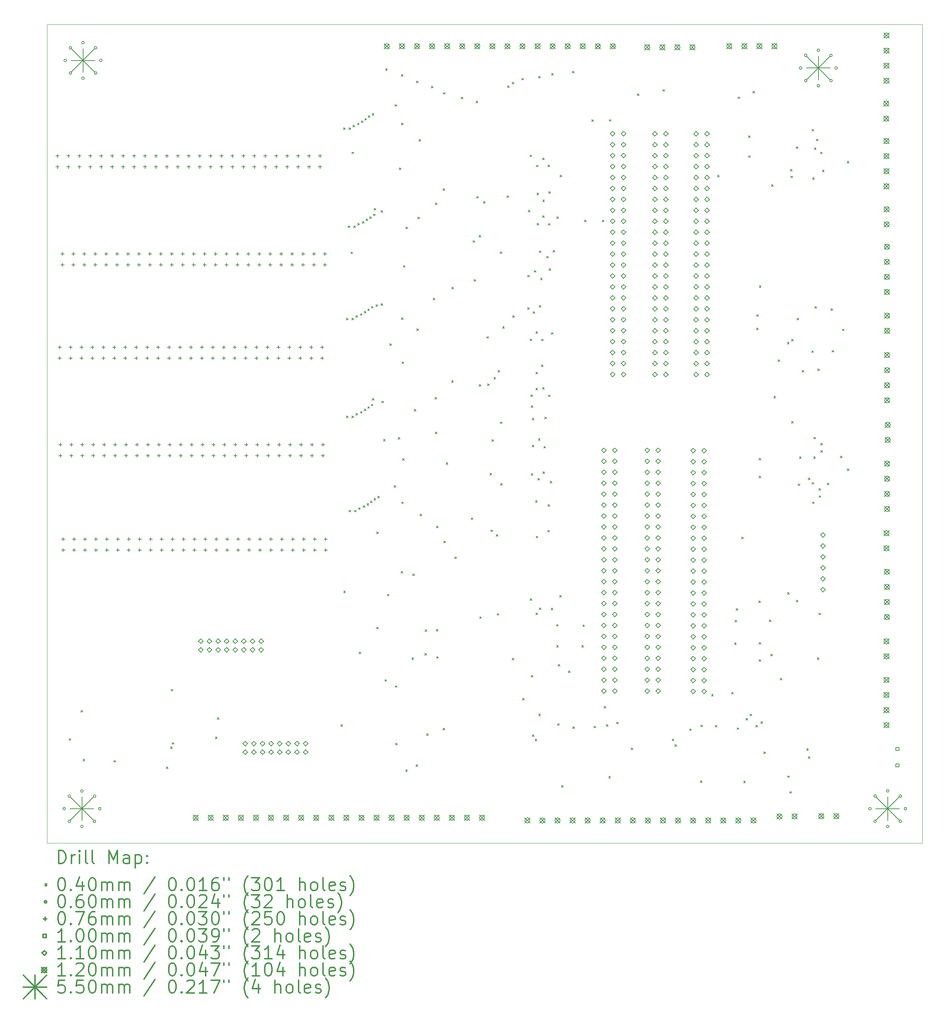
<source format=gbr>
%FSLAX45Y45*%
G04 Gerber Fmt 4.5, Leading zero omitted, Abs format (unit mm)*
G04 Created by KiCad (PCBNEW 4.0.4-stable) date 01/03/17 20:17:42*
%MOMM*%
%LPD*%
G01*
G04 APERTURE LIST*
%ADD10C,0.127000*%
%ADD11C,0.100000*%
%ADD12C,0.200000*%
%ADD13C,0.300000*%
G04 APERTURE END LIST*
D10*
D11*
X4107386Y-4424768D02*
X24435386Y-4424768D01*
X4107386Y-23422768D02*
X4107386Y-4424768D01*
X24427688Y-23422864D02*
X4107688Y-23422864D01*
X24431244Y-4424768D02*
X24431244Y-23422356D01*
D12*
X4619386Y-20996768D02*
X4659386Y-21036768D01*
X4659386Y-20996768D02*
X4619386Y-21036768D01*
X4894386Y-20339268D02*
X4934386Y-20379268D01*
X4934386Y-20339268D02*
X4894386Y-20379268D01*
X4941886Y-21476768D02*
X4981886Y-21516768D01*
X4981886Y-21476768D02*
X4941886Y-21516768D01*
X5656386Y-21503768D02*
X5696386Y-21543768D01*
X5696386Y-21503768D02*
X5656386Y-21543768D01*
X6874386Y-21652768D02*
X6914386Y-21692768D01*
X6914386Y-21652768D02*
X6874386Y-21692768D01*
X6876386Y-21652768D02*
X6916386Y-21692768D01*
X6916386Y-21652768D02*
X6876386Y-21692768D01*
X6973386Y-21184768D02*
X7013386Y-21224768D01*
X7013386Y-21184768D02*
X6973386Y-21224768D01*
X6989386Y-19853946D02*
X7029386Y-19893946D01*
X7029386Y-19853946D02*
X6989386Y-19893946D01*
X7009386Y-21087768D02*
X7049386Y-21127768D01*
X7049386Y-21087768D02*
X7009386Y-21127768D01*
X8016386Y-20955768D02*
X8056386Y-20995768D01*
X8056386Y-20955768D02*
X8016386Y-20995768D01*
X8061386Y-20511768D02*
X8101386Y-20551768D01*
X8101386Y-20511768D02*
X8061386Y-20551768D01*
X10934386Y-20666768D02*
X10974386Y-20706768D01*
X10974386Y-20666768D02*
X10934386Y-20706768D01*
X10991086Y-6815368D02*
X11031086Y-6855368D01*
X11031086Y-6815368D02*
X10991086Y-6855368D01*
X10996638Y-17573008D02*
X11036638Y-17613008D01*
X11036638Y-17573008D02*
X10996638Y-17613008D01*
X11058586Y-11235368D02*
X11098586Y-11275368D01*
X11098586Y-11235368D02*
X11058586Y-11275368D01*
X11058586Y-13505368D02*
X11098586Y-13545368D01*
X11098586Y-13505368D02*
X11058586Y-13545368D01*
X11103586Y-9095368D02*
X11143586Y-9135368D01*
X11143586Y-9095368D02*
X11103586Y-9135368D01*
X11116886Y-6816768D02*
X11156886Y-6856768D01*
X11156886Y-6816768D02*
X11116886Y-6856768D01*
X11121086Y-15695368D02*
X11161086Y-15735368D01*
X11161086Y-15695368D02*
X11121086Y-15735368D01*
X11164386Y-9701768D02*
X11204386Y-9741768D01*
X11204386Y-9701768D02*
X11164386Y-9741768D01*
X11184386Y-7381768D02*
X11224386Y-7421768D01*
X11224386Y-7381768D02*
X11184386Y-7421768D01*
X11184386Y-11236768D02*
X11224386Y-11276768D01*
X11224386Y-11236768D02*
X11184386Y-11276768D01*
X11184386Y-13506768D02*
X11224386Y-13546768D01*
X11224386Y-13506768D02*
X11184386Y-13546768D01*
X11211886Y-6756768D02*
X11251886Y-6796768D01*
X11251886Y-6756768D02*
X11211886Y-6796768D01*
X11229386Y-9096768D02*
X11269386Y-9136768D01*
X11269386Y-9096768D02*
X11229386Y-9136768D01*
X11246886Y-15696768D02*
X11286886Y-15736768D01*
X11286886Y-15696768D02*
X11246886Y-15736768D01*
X11279386Y-11176768D02*
X11319386Y-11216768D01*
X11319386Y-11176768D02*
X11279386Y-11216768D01*
X11279386Y-13446768D02*
X11319386Y-13486768D01*
X11319386Y-13446768D02*
X11279386Y-13486768D01*
X11316886Y-6711768D02*
X11356886Y-6751768D01*
X11356886Y-6711768D02*
X11316886Y-6751768D01*
X11324386Y-9036768D02*
X11364386Y-9076768D01*
X11364386Y-9036768D02*
X11324386Y-9076768D01*
X11341886Y-15636768D02*
X11381886Y-15676768D01*
X11381886Y-15636768D02*
X11341886Y-15676768D01*
X11356386Y-18985768D02*
X11396386Y-19025768D01*
X11396386Y-18985768D02*
X11356386Y-19025768D01*
X11384386Y-11131768D02*
X11424386Y-11171768D01*
X11424386Y-11131768D02*
X11384386Y-11171768D01*
X11384386Y-13401768D02*
X11424386Y-13441768D01*
X11424386Y-13401768D02*
X11384386Y-13441768D01*
X11406886Y-6656768D02*
X11446886Y-6696768D01*
X11446886Y-6656768D02*
X11406886Y-6696768D01*
X11429386Y-8991768D02*
X11469386Y-9031768D01*
X11469386Y-8991768D02*
X11429386Y-9031768D01*
X11446886Y-15591768D02*
X11486886Y-15631768D01*
X11486886Y-15591768D02*
X11446886Y-15631768D01*
X11474386Y-11076768D02*
X11514386Y-11116768D01*
X11514386Y-11076768D02*
X11474386Y-11116768D01*
X11474386Y-13346768D02*
X11514386Y-13386768D01*
X11514386Y-13346768D02*
X11474386Y-13386768D01*
X11486886Y-6601768D02*
X11526886Y-6641768D01*
X11526886Y-6601768D02*
X11486886Y-6641768D01*
X11519386Y-8936768D02*
X11559386Y-8976768D01*
X11559386Y-8936768D02*
X11519386Y-8976768D01*
X11536886Y-15536768D02*
X11576886Y-15576768D01*
X11576886Y-15536768D02*
X11536886Y-15576768D01*
X11554386Y-11021768D02*
X11594386Y-11061768D01*
X11594386Y-11021768D02*
X11554386Y-11061768D01*
X11554386Y-13291768D02*
X11594386Y-13331768D01*
X11594386Y-13291768D02*
X11554386Y-13331768D01*
X11569386Y-6541768D02*
X11609386Y-6581768D01*
X11609386Y-6541768D02*
X11569386Y-6581768D01*
X11599386Y-8881768D02*
X11639386Y-8921768D01*
X11639386Y-8881768D02*
X11599386Y-8921768D01*
X11616886Y-15481768D02*
X11656886Y-15521768D01*
X11656886Y-15481768D02*
X11616886Y-15521768D01*
X11639386Y-10961768D02*
X11679386Y-11001768D01*
X11679386Y-10961768D02*
X11639386Y-11001768D01*
X11639386Y-13231768D02*
X11679386Y-13271768D01*
X11679386Y-13231768D02*
X11639386Y-13271768D01*
X11656886Y-6486768D02*
X11696886Y-6526768D01*
X11696886Y-6486768D02*
X11656886Y-6526768D01*
X11659386Y-13101768D02*
X11699386Y-13141768D01*
X11699386Y-13101768D02*
X11659386Y-13141768D01*
X11684386Y-8821768D02*
X11724386Y-8861768D01*
X11724386Y-8821768D02*
X11684386Y-8861768D01*
X11699386Y-15421768D02*
X11739386Y-15461768D01*
X11739386Y-15421768D02*
X11699386Y-15461768D01*
X11704386Y-8691768D02*
X11744386Y-8731768D01*
X11744386Y-8691768D02*
X11704386Y-8731768D01*
X11744386Y-10921768D02*
X11784386Y-10961768D01*
X11784386Y-10921768D02*
X11744386Y-10961768D01*
X11764386Y-16196768D02*
X11804386Y-16236768D01*
X11804386Y-16196768D02*
X11764386Y-16236768D01*
X11764386Y-18411768D02*
X11804386Y-18451768D01*
X11804386Y-18411768D02*
X11764386Y-18451768D01*
X11786886Y-15366768D02*
X11826886Y-15406768D01*
X11826886Y-15366768D02*
X11786886Y-15406768D01*
X11863386Y-10901768D02*
X11903386Y-10941768D01*
X11903386Y-10901768D02*
X11863386Y-10941768D01*
X11864386Y-8741768D02*
X11904386Y-8781768D01*
X11904386Y-8741768D02*
X11864386Y-8781768D01*
X11882386Y-13163768D02*
X11922386Y-13203768D01*
X11922386Y-13163768D02*
X11882386Y-13203768D01*
X11919386Y-14046768D02*
X11959386Y-14086768D01*
X11959386Y-14046768D02*
X11919386Y-14086768D01*
X11952394Y-19623708D02*
X11992394Y-19663708D01*
X11992394Y-19623708D02*
X11952394Y-19663708D01*
X11969386Y-5446768D02*
X12009386Y-5486768D01*
X12009386Y-5446768D02*
X11969386Y-5486768D01*
X12011386Y-17643768D02*
X12051386Y-17683768D01*
X12051386Y-17643768D02*
X12011386Y-17683768D01*
X12064386Y-11831768D02*
X12104386Y-11871768D01*
X12104386Y-11831768D02*
X12064386Y-11871768D01*
X12169386Y-15121768D02*
X12209386Y-15161768D01*
X12209386Y-15121768D02*
X12169386Y-15161768D01*
X12184386Y-6281768D02*
X12224386Y-6321768D01*
X12224386Y-6281768D02*
X12184386Y-6321768D01*
X12192066Y-19768632D02*
X12232066Y-19808632D01*
X12232066Y-19768632D02*
X12192066Y-19808632D01*
X12203386Y-21103768D02*
X12243386Y-21143768D01*
X12243386Y-21103768D02*
X12203386Y-21143768D01*
X12262386Y-14006768D02*
X12302386Y-14046768D01*
X12302386Y-14006768D02*
X12262386Y-14046768D01*
X12288586Y-7750368D02*
X12328586Y-7790368D01*
X12328586Y-7750368D02*
X12288586Y-7790368D01*
X12329386Y-17116768D02*
X12369386Y-17156768D01*
X12369386Y-17116768D02*
X12329386Y-17156768D01*
X12334386Y-5581768D02*
X12374386Y-5621768D01*
X12374386Y-5581768D02*
X12334386Y-5621768D01*
X12339386Y-6708968D02*
X12379386Y-6748968D01*
X12379386Y-6708968D02*
X12339386Y-6748968D01*
X12339386Y-11230168D02*
X12379386Y-11270168D01*
X12379386Y-11230168D02*
X12339386Y-11270168D01*
X12342386Y-15500768D02*
X12382386Y-15540768D01*
X12382386Y-15500768D02*
X12342386Y-15540768D01*
X12351386Y-12250768D02*
X12391386Y-12290768D01*
X12391386Y-12250768D02*
X12351386Y-12290768D01*
X12365386Y-14497768D02*
X12405386Y-14537768D01*
X12405386Y-14497768D02*
X12365386Y-14537768D01*
X12383386Y-10013768D02*
X12423386Y-10053768D01*
X12423386Y-10013768D02*
X12383386Y-10053768D01*
X12434386Y-21716768D02*
X12474386Y-21756768D01*
X12474386Y-21716768D02*
X12434386Y-21756768D01*
X12440986Y-9121968D02*
X12480986Y-9161968D01*
X12480986Y-9121968D02*
X12440986Y-9161968D01*
X12578146Y-19122964D02*
X12618146Y-19162964D01*
X12618146Y-19122964D02*
X12578146Y-19162964D01*
X12601386Y-17172768D02*
X12641386Y-17212768D01*
X12641386Y-17172768D02*
X12601386Y-17212768D01*
X12631386Y-13354768D02*
X12671386Y-13394768D01*
X12671386Y-13354768D02*
X12631386Y-13394768D01*
X12679386Y-21601768D02*
X12719386Y-21641768D01*
X12719386Y-21601768D02*
X12679386Y-21641768D01*
X12684386Y-5731768D02*
X12724386Y-5771768D01*
X12724386Y-5731768D02*
X12684386Y-5771768D01*
X12694986Y-11484168D02*
X12734986Y-11524168D01*
X12734986Y-11484168D02*
X12694986Y-11524168D01*
X12720386Y-8893368D02*
X12760386Y-8933368D01*
X12760386Y-8893368D02*
X12720386Y-8933368D01*
X12745786Y-7089968D02*
X12785786Y-7129968D01*
X12785786Y-7089968D02*
X12745786Y-7129968D01*
X12767386Y-15782768D02*
X12807386Y-15822768D01*
X12807386Y-15782768D02*
X12767386Y-15822768D01*
X12881386Y-19015768D02*
X12921386Y-19055768D01*
X12921386Y-19015768D02*
X12881386Y-19055768D01*
X12886386Y-18466768D02*
X12926386Y-18506768D01*
X12926386Y-18466768D02*
X12886386Y-18506768D01*
X12923586Y-20882168D02*
X12963586Y-20922168D01*
X12963586Y-20882168D02*
X12923586Y-20922168D01*
X13029386Y-5851768D02*
X13069386Y-5891768D01*
X13069386Y-5851768D02*
X13029386Y-5891768D01*
X13075986Y-10772968D02*
X13115986Y-10812968D01*
X13115986Y-10772968D02*
X13075986Y-10812968D01*
X13115386Y-13072768D02*
X13155386Y-13112768D01*
X13155386Y-13072768D02*
X13115386Y-13112768D01*
X13125386Y-13880768D02*
X13165386Y-13920768D01*
X13165386Y-13880768D02*
X13125386Y-13920768D01*
X13126786Y-8563168D02*
X13166786Y-8603168D01*
X13166786Y-8563168D02*
X13126786Y-8603168D01*
X13147386Y-18460768D02*
X13187386Y-18500768D01*
X13187386Y-18460768D02*
X13147386Y-18500768D01*
X13152386Y-16062768D02*
X13192386Y-16102768D01*
X13192386Y-16062768D02*
X13152386Y-16102768D01*
X13154218Y-19090960D02*
X13194218Y-19130960D01*
X13194218Y-19090960D02*
X13154218Y-19130960D01*
X13304586Y-8232968D02*
X13344586Y-8272968D01*
X13344586Y-8232968D02*
X13304586Y-8272968D01*
X13304586Y-20755168D02*
X13344586Y-20795168D01*
X13344586Y-20755168D02*
X13304586Y-20795168D01*
X13314386Y-6001768D02*
X13354386Y-6041768D01*
X13354386Y-6001768D02*
X13314386Y-6041768D01*
X13317386Y-16410768D02*
X13357386Y-16450768D01*
X13357386Y-16410768D02*
X13317386Y-16450768D01*
X13375386Y-14591768D02*
X13415386Y-14631768D01*
X13415386Y-14591768D02*
X13375386Y-14631768D01*
X13501386Y-12685768D02*
X13541386Y-12725768D01*
X13541386Y-12685768D02*
X13501386Y-12725768D01*
X13507786Y-10518968D02*
X13547786Y-10558968D01*
X13547786Y-10518968D02*
X13507786Y-10558968D01*
X13574842Y-16780068D02*
X13614842Y-16820068D01*
X13614842Y-16780068D02*
X13574842Y-16820068D01*
X13724386Y-6106768D02*
X13764386Y-6146768D01*
X13764386Y-6106768D02*
X13724386Y-6146768D01*
X13956604Y-15872526D02*
X13996604Y-15912526D01*
X13996604Y-15872526D02*
X13956604Y-15912526D01*
X14000038Y-9439468D02*
X14040038Y-9479468D01*
X14040038Y-9439468D02*
X14000038Y-9479468D01*
X14024422Y-10340152D02*
X14064422Y-10380152D01*
X14064422Y-10340152D02*
X14024422Y-10380152D01*
X14069386Y-6201768D02*
X14109386Y-6241768D01*
X14109386Y-6201768D02*
X14069386Y-6241768D01*
X14084874Y-8414324D02*
X14124874Y-8454324D01*
X14124874Y-8414324D02*
X14084874Y-8454324D01*
X14139992Y-12776774D02*
X14179992Y-12816774D01*
X14179992Y-12776774D02*
X14139992Y-12816774D01*
X14143294Y-9317548D02*
X14183294Y-9357548D01*
X14183294Y-9317548D02*
X14143294Y-9357548D01*
X14154386Y-18166768D02*
X14194386Y-18206768D01*
X14194386Y-18166768D02*
X14154386Y-18206768D01*
X14242354Y-8531164D02*
X14282354Y-8571164D01*
X14282354Y-8531164D02*
X14242354Y-8571164D01*
X14319062Y-11664508D02*
X14359062Y-11704508D01*
X14359062Y-11664508D02*
X14319062Y-11704508D01*
X14335064Y-12761026D02*
X14375064Y-12801026D01*
X14375064Y-12761026D02*
X14335064Y-12801026D01*
X14390690Y-14839000D02*
X14430690Y-14879000D01*
X14430690Y-14839000D02*
X14390690Y-14879000D01*
X14409486Y-16153704D02*
X14449486Y-16193704D01*
X14449486Y-16153704D02*
X14409486Y-16193704D01*
X14434386Y-14056768D02*
X14474386Y-14096768D01*
X14474386Y-14056768D02*
X14434386Y-14096768D01*
X14484924Y-12610150D02*
X14524924Y-12650150D01*
X14524924Y-12610150D02*
X14484924Y-12650150D01*
X14539534Y-16258606D02*
X14579534Y-16298606D01*
X14579534Y-16258606D02*
X14539534Y-16298606D01*
X14560386Y-18090768D02*
X14600386Y-18130768D01*
X14600386Y-18090768D02*
X14560386Y-18130768D01*
X14584386Y-12446768D02*
X14624386Y-12486768D01*
X14624386Y-12446768D02*
X14584386Y-12486768D01*
X14634386Y-9696768D02*
X14674386Y-9736768D01*
X14674386Y-9696768D02*
X14634386Y-9736768D01*
X14634386Y-13646768D02*
X14674386Y-13686768D01*
X14674386Y-13646768D02*
X14634386Y-13686768D01*
X14638848Y-15073696D02*
X14678848Y-15113696D01*
X14678848Y-15073696D02*
X14638848Y-15113696D01*
X14688378Y-11431844D02*
X14728378Y-11471844D01*
X14728378Y-11431844D02*
X14688378Y-11471844D01*
X14784386Y-8396768D02*
X14824386Y-8436768D01*
X14824386Y-8396768D02*
X14784386Y-8436768D01*
X14799386Y-5841768D02*
X14839386Y-5881768D01*
X14839386Y-5841768D02*
X14799386Y-5881768D01*
X14914386Y-5761768D02*
X14954386Y-5801768D01*
X14954386Y-5761768D02*
X14914386Y-5801768D01*
X14914386Y-19131768D02*
X14954386Y-19171768D01*
X14954386Y-19131768D02*
X14914386Y-19171768D01*
X14920534Y-11177336D02*
X14960534Y-11217336D01*
X14960534Y-11177336D02*
X14920534Y-11217336D01*
X15134386Y-5671768D02*
X15174386Y-5711768D01*
X15174386Y-5671768D02*
X15134386Y-5711768D01*
X15151674Y-20060224D02*
X15191674Y-20100224D01*
X15191674Y-20060224D02*
X15151674Y-20100224D01*
X15264450Y-10991916D02*
X15304450Y-11031916D01*
X15304450Y-10991916D02*
X15264450Y-11031916D01*
X15264958Y-10244140D02*
X15304958Y-10284140D01*
X15304958Y-10244140D02*
X15264958Y-10284140D01*
X15287056Y-8730046D02*
X15327056Y-8770046D01*
X15327056Y-8730046D02*
X15287056Y-8770046D01*
X15321600Y-7449886D02*
X15361600Y-7489886D01*
X15361600Y-7449886D02*
X15321600Y-7489886D01*
X15326934Y-17747808D02*
X15366934Y-17787808D01*
X15366934Y-17747808D02*
X15326934Y-17787808D01*
X15329474Y-11718356D02*
X15369474Y-11758356D01*
X15369474Y-11718356D02*
X15329474Y-11758356D01*
X15342682Y-13013248D02*
X15382682Y-13053248D01*
X15382682Y-13013248D02*
X15342682Y-13053248D01*
X15351318Y-13267756D02*
X15391318Y-13307756D01*
X15391318Y-13267756D02*
X15351318Y-13307756D01*
X15351826Y-14844080D02*
X15391826Y-14884080D01*
X15391826Y-14844080D02*
X15351826Y-14884080D01*
X15352334Y-19529872D02*
X15392334Y-19569872D01*
X15392334Y-19529872D02*
X15352334Y-19569872D01*
X15372654Y-14185712D02*
X15412654Y-14225712D01*
X15412654Y-14185712D02*
X15372654Y-14225712D01*
X15379386Y-13556768D02*
X15419386Y-13596768D01*
X15419386Y-13556768D02*
X15379386Y-13596768D01*
X15380274Y-20906044D02*
X15420274Y-20946044D01*
X15420274Y-20906044D02*
X15380274Y-20946044D01*
X15393990Y-11087420D02*
X15433990Y-11127420D01*
X15433990Y-11087420D02*
X15393990Y-11127420D01*
X15417866Y-10133396D02*
X15457866Y-10173396D01*
X15457866Y-10133396D02*
X15417866Y-10173396D01*
X15439583Y-21005993D02*
X15479583Y-21045993D01*
X15479583Y-21005993D02*
X15439583Y-21045993D01*
X15450124Y-15473746D02*
X15490124Y-15513746D01*
X15490124Y-15473746D02*
X15450124Y-15513746D01*
X15457490Y-12863388D02*
X15497490Y-12903388D01*
X15497490Y-12863388D02*
X15457490Y-12903388D01*
X15458506Y-11552748D02*
X15498506Y-11592748D01*
X15498506Y-11552748D02*
X15458506Y-11592748D01*
X15461046Y-12493056D02*
X15501046Y-12533056D01*
X15501046Y-12493056D02*
X15461046Y-12533056D01*
X15464386Y-18081768D02*
X15504386Y-18121768D01*
X15504386Y-18081768D02*
X15464386Y-18121768D01*
X15466634Y-16296706D02*
X15506634Y-16336706D01*
X15506634Y-16296706D02*
X15466634Y-16336706D01*
X15470952Y-7686360D02*
X15510952Y-7726360D01*
X15510952Y-7686360D02*
X15470952Y-7726360D01*
X15483906Y-8333044D02*
X15523906Y-8373044D01*
X15523906Y-8333044D02*
X15483906Y-8373044D01*
X15485684Y-9033830D02*
X15525684Y-9073830D01*
X15525684Y-9033830D02*
X15485684Y-9073830D01*
X15507274Y-14957364D02*
X15547274Y-14997364D01*
X15547274Y-14957364D02*
X15507274Y-14997364D01*
X15517434Y-14031280D02*
X15557434Y-14071280D01*
X15557434Y-14031280D02*
X15517434Y-14071280D01*
X15519386Y-5626768D02*
X15559386Y-5666768D01*
X15559386Y-5626768D02*
X15519386Y-5666768D01*
X15524386Y-20421768D02*
X15564386Y-20461768D01*
X15564386Y-20421768D02*
X15524386Y-20461768D01*
X15539386Y-17961768D02*
X15579386Y-18001768D01*
X15579386Y-17961768D02*
X15539386Y-18001768D01*
X15540294Y-10941116D02*
X15580294Y-10981116D01*
X15580294Y-10941116D02*
X15540294Y-10981116D01*
X15541056Y-9676450D02*
X15581056Y-9716450D01*
X15581056Y-9676450D02*
X15541056Y-9716450D01*
X15568742Y-10308148D02*
X15608742Y-10348148D01*
X15608742Y-10308148D02*
X15568742Y-10348148D01*
X15587538Y-11723944D02*
X15627538Y-11763944D01*
X15627538Y-11723944D02*
X15587538Y-11763944D01*
X15590078Y-12321860D02*
X15630078Y-12361860D01*
X15630078Y-12321860D02*
X15590078Y-12361860D01*
X15615224Y-8856030D02*
X15655224Y-8896030D01*
X15655224Y-8856030D02*
X15615224Y-8896030D01*
X15617002Y-7523800D02*
X15657002Y-7563800D01*
X15657002Y-7523800D02*
X15617002Y-7563800D01*
X15617002Y-12846624D02*
X15657002Y-12886624D01*
X15657002Y-12846624D02*
X15617002Y-12886624D01*
X15618526Y-8495604D02*
X15658526Y-8535604D01*
X15658526Y-8495604D02*
X15618526Y-8535604D01*
X15625130Y-14805472D02*
X15665130Y-14845472D01*
X15665130Y-14805472D02*
X15625130Y-14845472D01*
X15644434Y-14213144D02*
X15684434Y-14253144D01*
X15684434Y-14213144D02*
X15644434Y-14253144D01*
X15664386Y-13531768D02*
X15704386Y-13571768D01*
X15704386Y-13531768D02*
X15664386Y-13571768D01*
X15708442Y-9803196D02*
X15748442Y-9843196D01*
X15748442Y-9803196D02*
X15708442Y-9843196D01*
X15734858Y-16161324D02*
X15774858Y-16201324D01*
X15774858Y-16161324D02*
X15734858Y-16201324D01*
X15738922Y-15561884D02*
X15778922Y-15601884D01*
X15778922Y-15561884D02*
X15738922Y-15601884D01*
X15742732Y-7683820D02*
X15782732Y-7723820D01*
X15782732Y-7683820D02*
X15742732Y-7723820D01*
X15750098Y-13020360D02*
X15790098Y-13060360D01*
X15790098Y-13020360D02*
X15750098Y-13060360D01*
X15752384Y-9040434D02*
X15792384Y-9080434D01*
X15792384Y-9040434D02*
X15752384Y-9080434D01*
X15756702Y-8302564D02*
X15796702Y-8342564D01*
X15796702Y-8302564D02*
X15756702Y-8342564D01*
X15769386Y-10086768D02*
X15809386Y-10126768D01*
X15809386Y-10086768D02*
X15769386Y-10126768D01*
X15789386Y-15021768D02*
X15829386Y-15061768D01*
X15829386Y-15021768D02*
X15789386Y-15061768D01*
X15814386Y-17966768D02*
X15854386Y-18006768D01*
X15854386Y-17966768D02*
X15814386Y-18006768D01*
X15819386Y-11571768D02*
X15859386Y-11611768D01*
X15859386Y-11571768D02*
X15819386Y-11611768D01*
X15824386Y-5556768D02*
X15864386Y-5596768D01*
X15864386Y-5556768D02*
X15824386Y-5596768D01*
X15858302Y-9664512D02*
X15898302Y-9704512D01*
X15898302Y-9664512D02*
X15858302Y-9704512D01*
X15939386Y-18346768D02*
X15979386Y-18386768D01*
X15979386Y-18346768D02*
X15939386Y-18386768D01*
X15939386Y-18831768D02*
X15979386Y-18871768D01*
X15979386Y-18831768D02*
X15939386Y-18871768D01*
X15944386Y-8886768D02*
X15984386Y-8926768D01*
X15984386Y-8886768D02*
X15944386Y-8926768D01*
X15959394Y-20648488D02*
X15999394Y-20688488D01*
X15999394Y-20648488D02*
X15959394Y-20688488D01*
X15979386Y-19271768D02*
X16019386Y-19311768D01*
X16019386Y-19271768D02*
X15979386Y-19311768D01*
X16010702Y-17674656D02*
X16050702Y-17714656D01*
X16050702Y-17674656D02*
X16010702Y-17714656D01*
X16019386Y-7916768D02*
X16059386Y-7956768D01*
X16059386Y-7916768D02*
X16019386Y-7956768D01*
X16055406Y-22081556D02*
X16095406Y-22121556D01*
X16095406Y-22081556D02*
X16055406Y-22121556D01*
X16213902Y-19427764D02*
X16253902Y-19467764D01*
X16253902Y-19427764D02*
X16213902Y-19467764D01*
X16309386Y-5506768D02*
X16349386Y-5546768D01*
X16349386Y-5506768D02*
X16309386Y-5546768D01*
X16314386Y-20721768D02*
X16354386Y-20761768D01*
X16354386Y-20721768D02*
X16314386Y-20761768D01*
X16523386Y-18833768D02*
X16563386Y-18873768D01*
X16563386Y-18833768D02*
X16523386Y-18873768D01*
X16549436Y-18355122D02*
X16589436Y-18395122D01*
X16589436Y-18355122D02*
X16549436Y-18395122D01*
X16586266Y-8959408D02*
X16626266Y-8999408D01*
X16626266Y-8959408D02*
X16586266Y-8999408D01*
X16759494Y-6631244D02*
X16799494Y-6671244D01*
X16799494Y-6631244D02*
X16759494Y-6671244D01*
X16809386Y-20706768D02*
X16849386Y-20746768D01*
X16849386Y-20706768D02*
X16809386Y-20746768D01*
X17002826Y-8959408D02*
X17042826Y-8999408D01*
X17042826Y-8959408D02*
X17002826Y-8999408D01*
X17044386Y-20246768D02*
X17084386Y-20286768D01*
X17084386Y-20246768D02*
X17044386Y-20286768D01*
X17094386Y-20671768D02*
X17134386Y-20711768D01*
X17134386Y-20671768D02*
X17094386Y-20711768D01*
X17151162Y-21874800D02*
X17191162Y-21914800D01*
X17191162Y-21874800D02*
X17151162Y-21914800D01*
X17163862Y-6627688D02*
X17203862Y-6667688D01*
X17203862Y-6627688D02*
X17163862Y-6667688D01*
X17330994Y-20614960D02*
X17370994Y-20654960D01*
X17370994Y-20614960D02*
X17330994Y-20654960D01*
X17668814Y-21214400D02*
X17708814Y-21254400D01*
X17708814Y-21214400D02*
X17668814Y-21254400D01*
X17815626Y-6033328D02*
X17855626Y-6073328D01*
X17855626Y-6033328D02*
X17815626Y-6073328D01*
X18410494Y-5933760D02*
X18450494Y-5973760D01*
X18450494Y-5933760D02*
X18410494Y-5973760D01*
X18623854Y-21005104D02*
X18663854Y-21045104D01*
X18663854Y-21005104D02*
X18623854Y-21045104D01*
X18689513Y-21136803D02*
X18729513Y-21176803D01*
X18729513Y-21136803D02*
X18689513Y-21176803D01*
X19030254Y-20767360D02*
X19070254Y-20807360D01*
X19070254Y-20767360D02*
X19030254Y-20807360D01*
X19281333Y-21972463D02*
X19321333Y-22012463D01*
X19321333Y-21972463D02*
X19281333Y-22012463D01*
X19291886Y-20681768D02*
X19331886Y-20721768D01*
X19331886Y-20681768D02*
X19291886Y-20721768D01*
X19538762Y-19967260D02*
X19578762Y-20007260D01*
X19578762Y-19967260D02*
X19538762Y-20007260D01*
X19629386Y-20689268D02*
X19669386Y-20729268D01*
X19669386Y-20689268D02*
X19629386Y-20729268D01*
X19679986Y-7918008D02*
X19719986Y-7958008D01*
X19719986Y-7918008D02*
X19679986Y-7958008D01*
X20004598Y-19921032D02*
X20044598Y-19961032D01*
X20044598Y-19921032D02*
X20004598Y-19961032D01*
X20072386Y-18770768D02*
X20112386Y-18810768D01*
X20112386Y-18770768D02*
X20072386Y-18810768D01*
X20084386Y-18246768D02*
X20124386Y-18286768D01*
X20124386Y-18246768D02*
X20084386Y-18286768D01*
X20112294Y-17974884D02*
X20152294Y-18014884D01*
X20152294Y-17974884D02*
X20112294Y-18014884D01*
X20131886Y-20741768D02*
X20171886Y-20781768D01*
X20171886Y-20741768D02*
X20131886Y-20781768D01*
X20153386Y-6103768D02*
X20193386Y-6143768D01*
X20193386Y-6103768D02*
X20153386Y-6143768D01*
X20237770Y-16317280D02*
X20277770Y-16357280D01*
X20277770Y-16317280D02*
X20237770Y-16357280D01*
X20284633Y-21980083D02*
X20324633Y-22020083D01*
X20324633Y-21980083D02*
X20284633Y-22020083D01*
X20336322Y-20528092D02*
X20376322Y-20568092D01*
X20376322Y-20528092D02*
X20336322Y-20568092D01*
X20396266Y-7006656D02*
X20436266Y-7046656D01*
X20436266Y-7006656D02*
X20396266Y-7046656D01*
X20397790Y-7465888D02*
X20437790Y-7505888D01*
X20437790Y-7465888D02*
X20397790Y-7505888D01*
X20434366Y-20428016D02*
X20474366Y-20468016D01*
X20474366Y-20428016D02*
X20434366Y-20468016D01*
X20499386Y-5974268D02*
X20539386Y-6014268D01*
X20539386Y-5974268D02*
X20499386Y-6014268D01*
X20564414Y-20688112D02*
X20604414Y-20728112D01*
X20604414Y-20688112D02*
X20564414Y-20728112D01*
X20584734Y-11158540D02*
X20624734Y-11198540D01*
X20624734Y-11158540D02*
X20584734Y-11198540D01*
X20584734Y-11465880D02*
X20624734Y-11505880D01*
X20624734Y-11465880D02*
X20584734Y-11505880D01*
X20634386Y-17796768D02*
X20674386Y-17836768D01*
X20674386Y-17796768D02*
X20634386Y-17836768D01*
X20641630Y-14486956D02*
X20681630Y-14526956D01*
X20681630Y-14486956D02*
X20641630Y-14526956D01*
X20642646Y-14900976D02*
X20682646Y-14940976D01*
X20682646Y-14900976D02*
X20642646Y-14940976D01*
X20645186Y-18764268D02*
X20685186Y-18804268D01*
X20685186Y-18764268D02*
X20645186Y-18804268D01*
X20645186Y-19165636D02*
X20685186Y-19205636D01*
X20685186Y-19165636D02*
X20645186Y-19205636D01*
X20647218Y-10484932D02*
X20687218Y-10524932D01*
X20687218Y-10484932D02*
X20647218Y-10524932D01*
X20686334Y-20599720D02*
X20726334Y-20639720D01*
X20726334Y-20599720D02*
X20686334Y-20639720D01*
X20754386Y-21306768D02*
X20794386Y-21346768D01*
X20794386Y-21306768D02*
X20754386Y-21346768D01*
X20879386Y-18241768D02*
X20919386Y-18281768D01*
X20919386Y-18241768D02*
X20879386Y-18281768D01*
X20912902Y-19038636D02*
X20952902Y-19078636D01*
X20952902Y-19038636D02*
X20912902Y-19078636D01*
X20934386Y-8136768D02*
X20974386Y-8176768D01*
X20974386Y-8136768D02*
X20934386Y-8176768D01*
X20985546Y-13050332D02*
X21025546Y-13090332D01*
X21025546Y-13050332D02*
X20985546Y-13090332D01*
X21084386Y-12201768D02*
X21124386Y-12241768D01*
X21124386Y-12201768D02*
X21084386Y-12241768D01*
X21134386Y-19596768D02*
X21174386Y-19636768D01*
X21174386Y-19596768D02*
X21134386Y-19636768D01*
X21299386Y-11796768D02*
X21339386Y-11836768D01*
X21339386Y-11796768D02*
X21299386Y-11836768D01*
X21306602Y-17604552D02*
X21346602Y-17644552D01*
X21346602Y-17604552D02*
X21306602Y-17644552D01*
X21306886Y-21859268D02*
X21346886Y-21899268D01*
X21346886Y-21859268D02*
X21306886Y-21899268D01*
X21351886Y-22224268D02*
X21391886Y-22264268D01*
X21391886Y-22224268D02*
X21351886Y-22264268D01*
X21374386Y-7781768D02*
X21414386Y-7821768D01*
X21414386Y-7781768D02*
X21374386Y-7821768D01*
X21381278Y-7939344D02*
X21421278Y-7979344D01*
X21421278Y-7939344D02*
X21381278Y-7979344D01*
X21396518Y-11730040D02*
X21436518Y-11770040D01*
X21436518Y-11730040D02*
X21396518Y-11770040D01*
X21399386Y-13631768D02*
X21439386Y-13671768D01*
X21439386Y-13631768D02*
X21399386Y-13671768D01*
X21504386Y-17781768D02*
X21544386Y-17821768D01*
X21544386Y-17781768D02*
X21504386Y-17821768D01*
X21509386Y-7256768D02*
X21549386Y-7296768D01*
X21549386Y-7256768D02*
X21509386Y-7296768D01*
X21524026Y-11239566D02*
X21564026Y-11279566D01*
X21564026Y-11239566D02*
X21524026Y-11279566D01*
X21546886Y-15085888D02*
X21586886Y-15125888D01*
X21586886Y-15085888D02*
X21546886Y-15125888D01*
X21579386Y-14456768D02*
X21619386Y-14496768D01*
X21619386Y-14456768D02*
X21579386Y-14496768D01*
X21644386Y-12446768D02*
X21684386Y-12486768D01*
X21684386Y-12446768D02*
X21644386Y-12486768D01*
X21749386Y-21229268D02*
X21789386Y-21269268D01*
X21789386Y-21229268D02*
X21749386Y-21269268D01*
X21784386Y-14946768D02*
X21824386Y-14986768D01*
X21824386Y-14946768D02*
X21784386Y-14986768D01*
X21784386Y-21416768D02*
X21824386Y-21456768D01*
X21824386Y-21416768D02*
X21784386Y-21456768D01*
X21866926Y-11996486D02*
X21906926Y-12036486D01*
X21906926Y-11996486D02*
X21866926Y-12036486D01*
X21872768Y-15052106D02*
X21912768Y-15092106D01*
X21912768Y-15052106D02*
X21872768Y-15092106D01*
X21873530Y-6857304D02*
X21913530Y-6897304D01*
X21913530Y-6857304D02*
X21873530Y-6897304D01*
X21882928Y-15501686D02*
X21922928Y-15541686D01*
X21922928Y-15501686D02*
X21882928Y-15541686D01*
X21884040Y-7980014D02*
X21924040Y-8020014D01*
X21924040Y-7980014D02*
X21884040Y-8020014D01*
X21909598Y-14455206D02*
X21949598Y-14495206D01*
X21949598Y-14455206D02*
X21909598Y-14495206D01*
X21912138Y-14003086D02*
X21952138Y-14043086D01*
X21952138Y-14003086D02*
X21912138Y-14043086D01*
X21926870Y-7280976D02*
X21966870Y-7320976D01*
X21966870Y-7280976D02*
X21926870Y-7320976D01*
X21940586Y-10965246D02*
X21980586Y-11005246D01*
X21980586Y-10965246D02*
X21940586Y-11005246D01*
X21975638Y-7081840D02*
X22015638Y-7121840D01*
X22015638Y-7081840D02*
X21975638Y-7121840D01*
X21993418Y-19121948D02*
X22033418Y-19161948D01*
X22033418Y-19121948D02*
X21993418Y-19161948D01*
X22004386Y-12416768D02*
X22044386Y-12456768D01*
X22044386Y-12416768D02*
X22004386Y-12456768D01*
X22032788Y-18083088D02*
X22072788Y-18123088D01*
X22072788Y-18083088D02*
X22032788Y-18123088D01*
X22034058Y-15193076D02*
X22074058Y-15233076D01*
X22074058Y-15193076D02*
X22034058Y-15233076D01*
X22035328Y-15356906D02*
X22075328Y-15396906D01*
X22075328Y-15356906D02*
X22035328Y-15396906D01*
X22069386Y-7381768D02*
X22109386Y-7421768D01*
X22109386Y-7381768D02*
X22069386Y-7421768D01*
X22074698Y-14312966D02*
X22114698Y-14352966D01*
X22114698Y-14312966D02*
X22074698Y-14352966D01*
X22075968Y-14144056D02*
X22115968Y-14184056D01*
X22115968Y-14144056D02*
X22075968Y-14184056D01*
X22112306Y-7801800D02*
X22152306Y-7841800D01*
X22152306Y-7801800D02*
X22112306Y-7841800D01*
X22224386Y-15066768D02*
X22264386Y-15106768D01*
X22264386Y-15066768D02*
X22224386Y-15106768D01*
X22314386Y-11016768D02*
X22354386Y-11056768D01*
X22354386Y-11016768D02*
X22314386Y-11056768D01*
X22334386Y-11986768D02*
X22374386Y-12026768D01*
X22374386Y-11986768D02*
X22334386Y-12026768D01*
X22529386Y-14436768D02*
X22569386Y-14476768D01*
X22569386Y-14436768D02*
X22529386Y-14476768D01*
X22578126Y-11488486D02*
X22618126Y-11528486D01*
X22618126Y-11488486D02*
X22578126Y-11528486D01*
X22689378Y-7597460D02*
X22729378Y-7637460D01*
X22729378Y-7597460D02*
X22689378Y-7637460D01*
X22694458Y-14734606D02*
X22734458Y-14774606D01*
X22734458Y-14734606D02*
X22694458Y-14774606D01*
X4535194Y-22623272D02*
G75*
G03X4535194Y-22623272I-30000J0D01*
G01*
X4560086Y-5255768D02*
G75*
G03X4560086Y-5255768I-30000J0D01*
G01*
X4655013Y-22330591D02*
G75*
G03X4655013Y-22330591I-30000J0D01*
G01*
X4655013Y-22915953D02*
G75*
G03X4655013Y-22915953I-30000J0D01*
G01*
X4679905Y-4963087D02*
G75*
G03X4679905Y-4963087I-30000J0D01*
G01*
X4679905Y-5548450D02*
G75*
G03X4679905Y-5548450I-30000J0D01*
G01*
X4947694Y-22210772D02*
G75*
G03X4947694Y-22210772I-30000J0D01*
G01*
X4947694Y-23035772D02*
G75*
G03X4947694Y-23035772I-30000J0D01*
G01*
X4972586Y-4843268D02*
G75*
G03X4972586Y-4843268I-30000J0D01*
G01*
X4972586Y-5668268D02*
G75*
G03X4972586Y-5668268I-30000J0D01*
G01*
X5240376Y-22330591D02*
G75*
G03X5240376Y-22330591I-30000J0D01*
G01*
X5240376Y-22915953D02*
G75*
G03X5240376Y-22915953I-30000J0D01*
G01*
X5265268Y-4963087D02*
G75*
G03X5265268Y-4963087I-30000J0D01*
G01*
X5265268Y-5548450D02*
G75*
G03X5265268Y-5548450I-30000J0D01*
G01*
X5360194Y-22623272D02*
G75*
G03X5360194Y-22623272I-30000J0D01*
G01*
X5385086Y-5255768D02*
G75*
G03X5385086Y-5255768I-30000J0D01*
G01*
X21636886Y-5431768D02*
G75*
G03X21636886Y-5431768I-30000J0D01*
G01*
X21756705Y-5139087D02*
G75*
G03X21756705Y-5139087I-30000J0D01*
G01*
X21756705Y-5724449D02*
G75*
G03X21756705Y-5724449I-30000J0D01*
G01*
X22049386Y-5019268D02*
G75*
G03X22049386Y-5019268I-30000J0D01*
G01*
X22049386Y-5844268D02*
G75*
G03X22049386Y-5844268I-30000J0D01*
G01*
X22342068Y-5139087D02*
G75*
G03X22342068Y-5139087I-30000J0D01*
G01*
X22342068Y-5724449D02*
G75*
G03X22342068Y-5724449I-30000J0D01*
G01*
X22461886Y-5431768D02*
G75*
G03X22461886Y-5431768I-30000J0D01*
G01*
X23247374Y-22622256D02*
G75*
G03X23247374Y-22622256I-30000J0D01*
G01*
X23367192Y-22329575D02*
G75*
G03X23367192Y-22329575I-30000J0D01*
G01*
X23367192Y-22914937D02*
G75*
G03X23367192Y-22914937I-30000J0D01*
G01*
X23659874Y-22209756D02*
G75*
G03X23659874Y-22209756I-30000J0D01*
G01*
X23659874Y-23034756D02*
G75*
G03X23659874Y-23034756I-30000J0D01*
G01*
X23952555Y-22329575D02*
G75*
G03X23952555Y-22329575I-30000J0D01*
G01*
X23952555Y-22914937D02*
G75*
G03X23952555Y-22914937I-30000J0D01*
G01*
X24072374Y-22622256D02*
G75*
G03X24072374Y-22622256I-30000J0D01*
G01*
X4349586Y-7433268D02*
X4349586Y-7509468D01*
X4311486Y-7471368D02*
X4387686Y-7471368D01*
X4349586Y-7687268D02*
X4349586Y-7763468D01*
X4311486Y-7725368D02*
X4387686Y-7725368D01*
X4399386Y-11872668D02*
X4399386Y-11948868D01*
X4361286Y-11910768D02*
X4437486Y-11910768D01*
X4399386Y-12126668D02*
X4399386Y-12202868D01*
X4361286Y-12164768D02*
X4437486Y-12164768D01*
X4418386Y-14134668D02*
X4418386Y-14210868D01*
X4380286Y-14172768D02*
X4456486Y-14172768D01*
X4418386Y-14388668D02*
X4418386Y-14464868D01*
X4380286Y-14426768D02*
X4456486Y-14426768D01*
X4463386Y-9706668D02*
X4463386Y-9782868D01*
X4425286Y-9744768D02*
X4501486Y-9744768D01*
X4463386Y-9960668D02*
X4463386Y-10036868D01*
X4425286Y-9998768D02*
X4501486Y-9998768D01*
X4481386Y-16328668D02*
X4481386Y-16404868D01*
X4443286Y-16366768D02*
X4519486Y-16366768D01*
X4481386Y-16582668D02*
X4481386Y-16658868D01*
X4443286Y-16620768D02*
X4519486Y-16620768D01*
X4603586Y-7433268D02*
X4603586Y-7509468D01*
X4565486Y-7471368D02*
X4641686Y-7471368D01*
X4603586Y-7687268D02*
X4603586Y-7763468D01*
X4565486Y-7725368D02*
X4641686Y-7725368D01*
X4653386Y-11872668D02*
X4653386Y-11948868D01*
X4615286Y-11910768D02*
X4691486Y-11910768D01*
X4653386Y-12126668D02*
X4653386Y-12202868D01*
X4615286Y-12164768D02*
X4691486Y-12164768D01*
X4672386Y-14134668D02*
X4672386Y-14210868D01*
X4634286Y-14172768D02*
X4710486Y-14172768D01*
X4672386Y-14388668D02*
X4672386Y-14464868D01*
X4634286Y-14426768D02*
X4710486Y-14426768D01*
X4717386Y-9706668D02*
X4717386Y-9782868D01*
X4679286Y-9744768D02*
X4755486Y-9744768D01*
X4717386Y-9960668D02*
X4717386Y-10036868D01*
X4679286Y-9998768D02*
X4755486Y-9998768D01*
X4735386Y-16328668D02*
X4735386Y-16404868D01*
X4697286Y-16366768D02*
X4773486Y-16366768D01*
X4735386Y-16582668D02*
X4735386Y-16658868D01*
X4697286Y-16620768D02*
X4773486Y-16620768D01*
X4857586Y-7433268D02*
X4857586Y-7509468D01*
X4819486Y-7471368D02*
X4895686Y-7471368D01*
X4857586Y-7687268D02*
X4857586Y-7763468D01*
X4819486Y-7725368D02*
X4895686Y-7725368D01*
X4907386Y-11872668D02*
X4907386Y-11948868D01*
X4869286Y-11910768D02*
X4945486Y-11910768D01*
X4907386Y-12126668D02*
X4907386Y-12202868D01*
X4869286Y-12164768D02*
X4945486Y-12164768D01*
X4926386Y-14134668D02*
X4926386Y-14210868D01*
X4888286Y-14172768D02*
X4964486Y-14172768D01*
X4926386Y-14388668D02*
X4926386Y-14464868D01*
X4888286Y-14426768D02*
X4964486Y-14426768D01*
X4971386Y-9706668D02*
X4971386Y-9782868D01*
X4933286Y-9744768D02*
X5009486Y-9744768D01*
X4971386Y-9960668D02*
X4971386Y-10036868D01*
X4933286Y-9998768D02*
X5009486Y-9998768D01*
X4989386Y-16328668D02*
X4989386Y-16404868D01*
X4951286Y-16366768D02*
X5027486Y-16366768D01*
X4989386Y-16582668D02*
X4989386Y-16658868D01*
X4951286Y-16620768D02*
X5027486Y-16620768D01*
X5111586Y-7433268D02*
X5111586Y-7509468D01*
X5073486Y-7471368D02*
X5149686Y-7471368D01*
X5111586Y-7687268D02*
X5111586Y-7763468D01*
X5073486Y-7725368D02*
X5149686Y-7725368D01*
X5161386Y-11872668D02*
X5161386Y-11948868D01*
X5123286Y-11910768D02*
X5199486Y-11910768D01*
X5161386Y-12126668D02*
X5161386Y-12202868D01*
X5123286Y-12164768D02*
X5199486Y-12164768D01*
X5180386Y-14134668D02*
X5180386Y-14210868D01*
X5142286Y-14172768D02*
X5218486Y-14172768D01*
X5180386Y-14388668D02*
X5180386Y-14464868D01*
X5142286Y-14426768D02*
X5218486Y-14426768D01*
X5225386Y-9706668D02*
X5225386Y-9782868D01*
X5187286Y-9744768D02*
X5263486Y-9744768D01*
X5225386Y-9960668D02*
X5225386Y-10036868D01*
X5187286Y-9998768D02*
X5263486Y-9998768D01*
X5243386Y-16328668D02*
X5243386Y-16404868D01*
X5205286Y-16366768D02*
X5281486Y-16366768D01*
X5243386Y-16582668D02*
X5243386Y-16658868D01*
X5205286Y-16620768D02*
X5281486Y-16620768D01*
X5365586Y-7433268D02*
X5365586Y-7509468D01*
X5327486Y-7471368D02*
X5403686Y-7471368D01*
X5365586Y-7687268D02*
X5365586Y-7763468D01*
X5327486Y-7725368D02*
X5403686Y-7725368D01*
X5415386Y-11872668D02*
X5415386Y-11948868D01*
X5377286Y-11910768D02*
X5453486Y-11910768D01*
X5415386Y-12126668D02*
X5415386Y-12202868D01*
X5377286Y-12164768D02*
X5453486Y-12164768D01*
X5434386Y-14134668D02*
X5434386Y-14210868D01*
X5396286Y-14172768D02*
X5472486Y-14172768D01*
X5434386Y-14388668D02*
X5434386Y-14464868D01*
X5396286Y-14426768D02*
X5472486Y-14426768D01*
X5479386Y-9706668D02*
X5479386Y-9782868D01*
X5441286Y-9744768D02*
X5517486Y-9744768D01*
X5479386Y-9960668D02*
X5479386Y-10036868D01*
X5441286Y-9998768D02*
X5517486Y-9998768D01*
X5497386Y-16328668D02*
X5497386Y-16404868D01*
X5459286Y-16366768D02*
X5535486Y-16366768D01*
X5497386Y-16582668D02*
X5497386Y-16658868D01*
X5459286Y-16620768D02*
X5535486Y-16620768D01*
X5619586Y-7433268D02*
X5619586Y-7509468D01*
X5581486Y-7471368D02*
X5657686Y-7471368D01*
X5619586Y-7687268D02*
X5619586Y-7763468D01*
X5581486Y-7725368D02*
X5657686Y-7725368D01*
X5669386Y-11872668D02*
X5669386Y-11948868D01*
X5631286Y-11910768D02*
X5707486Y-11910768D01*
X5669386Y-12126668D02*
X5669386Y-12202868D01*
X5631286Y-12164768D02*
X5707486Y-12164768D01*
X5688386Y-14134668D02*
X5688386Y-14210868D01*
X5650286Y-14172768D02*
X5726486Y-14172768D01*
X5688386Y-14388668D02*
X5688386Y-14464868D01*
X5650286Y-14426768D02*
X5726486Y-14426768D01*
X5733386Y-9706668D02*
X5733386Y-9782868D01*
X5695286Y-9744768D02*
X5771486Y-9744768D01*
X5733386Y-9960668D02*
X5733386Y-10036868D01*
X5695286Y-9998768D02*
X5771486Y-9998768D01*
X5751386Y-16328668D02*
X5751386Y-16404868D01*
X5713286Y-16366768D02*
X5789486Y-16366768D01*
X5751386Y-16582668D02*
X5751386Y-16658868D01*
X5713286Y-16620768D02*
X5789486Y-16620768D01*
X5873586Y-7433268D02*
X5873586Y-7509468D01*
X5835486Y-7471368D02*
X5911686Y-7471368D01*
X5873586Y-7687268D02*
X5873586Y-7763468D01*
X5835486Y-7725368D02*
X5911686Y-7725368D01*
X5923386Y-11872668D02*
X5923386Y-11948868D01*
X5885286Y-11910768D02*
X5961486Y-11910768D01*
X5923386Y-12126668D02*
X5923386Y-12202868D01*
X5885286Y-12164768D02*
X5961486Y-12164768D01*
X5942386Y-14134668D02*
X5942386Y-14210868D01*
X5904286Y-14172768D02*
X5980486Y-14172768D01*
X5942386Y-14388668D02*
X5942386Y-14464868D01*
X5904286Y-14426768D02*
X5980486Y-14426768D01*
X5987386Y-9706668D02*
X5987386Y-9782868D01*
X5949286Y-9744768D02*
X6025486Y-9744768D01*
X5987386Y-9960668D02*
X5987386Y-10036868D01*
X5949286Y-9998768D02*
X6025486Y-9998768D01*
X6005386Y-16328668D02*
X6005386Y-16404868D01*
X5967286Y-16366768D02*
X6043486Y-16366768D01*
X6005386Y-16582668D02*
X6005386Y-16658868D01*
X5967286Y-16620768D02*
X6043486Y-16620768D01*
X6127586Y-7433268D02*
X6127586Y-7509468D01*
X6089486Y-7471368D02*
X6165686Y-7471368D01*
X6127586Y-7687268D02*
X6127586Y-7763468D01*
X6089486Y-7725368D02*
X6165686Y-7725368D01*
X6177386Y-11872668D02*
X6177386Y-11948868D01*
X6139286Y-11910768D02*
X6215486Y-11910768D01*
X6177386Y-12126668D02*
X6177386Y-12202868D01*
X6139286Y-12164768D02*
X6215486Y-12164768D01*
X6196386Y-14134668D02*
X6196386Y-14210868D01*
X6158286Y-14172768D02*
X6234486Y-14172768D01*
X6196386Y-14388668D02*
X6196386Y-14464868D01*
X6158286Y-14426768D02*
X6234486Y-14426768D01*
X6241386Y-9706668D02*
X6241386Y-9782868D01*
X6203286Y-9744768D02*
X6279486Y-9744768D01*
X6241386Y-9960668D02*
X6241386Y-10036868D01*
X6203286Y-9998768D02*
X6279486Y-9998768D01*
X6259386Y-16328668D02*
X6259386Y-16404868D01*
X6221286Y-16366768D02*
X6297486Y-16366768D01*
X6259386Y-16582668D02*
X6259386Y-16658868D01*
X6221286Y-16620768D02*
X6297486Y-16620768D01*
X6381586Y-7433268D02*
X6381586Y-7509468D01*
X6343486Y-7471368D02*
X6419686Y-7471368D01*
X6381586Y-7687268D02*
X6381586Y-7763468D01*
X6343486Y-7725368D02*
X6419686Y-7725368D01*
X6431386Y-11872668D02*
X6431386Y-11948868D01*
X6393286Y-11910768D02*
X6469486Y-11910768D01*
X6431386Y-12126668D02*
X6431386Y-12202868D01*
X6393286Y-12164768D02*
X6469486Y-12164768D01*
X6450386Y-14134668D02*
X6450386Y-14210868D01*
X6412286Y-14172768D02*
X6488486Y-14172768D01*
X6450386Y-14388668D02*
X6450386Y-14464868D01*
X6412286Y-14426768D02*
X6488486Y-14426768D01*
X6495386Y-9706668D02*
X6495386Y-9782868D01*
X6457286Y-9744768D02*
X6533486Y-9744768D01*
X6495386Y-9960668D02*
X6495386Y-10036868D01*
X6457286Y-9998768D02*
X6533486Y-9998768D01*
X6513386Y-16328668D02*
X6513386Y-16404868D01*
X6475286Y-16366768D02*
X6551486Y-16366768D01*
X6513386Y-16582668D02*
X6513386Y-16658868D01*
X6475286Y-16620768D02*
X6551486Y-16620768D01*
X6635586Y-7433268D02*
X6635586Y-7509468D01*
X6597486Y-7471368D02*
X6673686Y-7471368D01*
X6635586Y-7687268D02*
X6635586Y-7763468D01*
X6597486Y-7725368D02*
X6673686Y-7725368D01*
X6685386Y-11872668D02*
X6685386Y-11948868D01*
X6647286Y-11910768D02*
X6723486Y-11910768D01*
X6685386Y-12126668D02*
X6685386Y-12202868D01*
X6647286Y-12164768D02*
X6723486Y-12164768D01*
X6704386Y-14134668D02*
X6704386Y-14210868D01*
X6666286Y-14172768D02*
X6742486Y-14172768D01*
X6704386Y-14388668D02*
X6704386Y-14464868D01*
X6666286Y-14426768D02*
X6742486Y-14426768D01*
X6749386Y-9706668D02*
X6749386Y-9782868D01*
X6711286Y-9744768D02*
X6787486Y-9744768D01*
X6749386Y-9960668D02*
X6749386Y-10036868D01*
X6711286Y-9998768D02*
X6787486Y-9998768D01*
X6767386Y-16328668D02*
X6767386Y-16404868D01*
X6729286Y-16366768D02*
X6805486Y-16366768D01*
X6767386Y-16582668D02*
X6767386Y-16658868D01*
X6729286Y-16620768D02*
X6805486Y-16620768D01*
X6889586Y-7433268D02*
X6889586Y-7509468D01*
X6851486Y-7471368D02*
X6927686Y-7471368D01*
X6889586Y-7687268D02*
X6889586Y-7763468D01*
X6851486Y-7725368D02*
X6927686Y-7725368D01*
X6939386Y-11872668D02*
X6939386Y-11948868D01*
X6901286Y-11910768D02*
X6977486Y-11910768D01*
X6939386Y-12126668D02*
X6939386Y-12202868D01*
X6901286Y-12164768D02*
X6977486Y-12164768D01*
X6958386Y-14134668D02*
X6958386Y-14210868D01*
X6920286Y-14172768D02*
X6996486Y-14172768D01*
X6958386Y-14388668D02*
X6958386Y-14464868D01*
X6920286Y-14426768D02*
X6996486Y-14426768D01*
X7003386Y-9706668D02*
X7003386Y-9782868D01*
X6965286Y-9744768D02*
X7041486Y-9744768D01*
X7003386Y-9960668D02*
X7003386Y-10036868D01*
X6965286Y-9998768D02*
X7041486Y-9998768D01*
X7021386Y-16328668D02*
X7021386Y-16404868D01*
X6983286Y-16366768D02*
X7059486Y-16366768D01*
X7021386Y-16582668D02*
X7021386Y-16658868D01*
X6983286Y-16620768D02*
X7059486Y-16620768D01*
X7143586Y-7433268D02*
X7143586Y-7509468D01*
X7105486Y-7471368D02*
X7181686Y-7471368D01*
X7143586Y-7687268D02*
X7143586Y-7763468D01*
X7105486Y-7725368D02*
X7181686Y-7725368D01*
X7193386Y-11872668D02*
X7193386Y-11948868D01*
X7155286Y-11910768D02*
X7231486Y-11910768D01*
X7193386Y-12126668D02*
X7193386Y-12202868D01*
X7155286Y-12164768D02*
X7231486Y-12164768D01*
X7212386Y-14134668D02*
X7212386Y-14210868D01*
X7174286Y-14172768D02*
X7250486Y-14172768D01*
X7212386Y-14388668D02*
X7212386Y-14464868D01*
X7174286Y-14426768D02*
X7250486Y-14426768D01*
X7257386Y-9706668D02*
X7257386Y-9782868D01*
X7219286Y-9744768D02*
X7295486Y-9744768D01*
X7257386Y-9960668D02*
X7257386Y-10036868D01*
X7219286Y-9998768D02*
X7295486Y-9998768D01*
X7275386Y-16328668D02*
X7275386Y-16404868D01*
X7237286Y-16366768D02*
X7313486Y-16366768D01*
X7275386Y-16582668D02*
X7275386Y-16658868D01*
X7237286Y-16620768D02*
X7313486Y-16620768D01*
X7397586Y-7433268D02*
X7397586Y-7509468D01*
X7359486Y-7471368D02*
X7435686Y-7471368D01*
X7397586Y-7687268D02*
X7397586Y-7763468D01*
X7359486Y-7725368D02*
X7435686Y-7725368D01*
X7447386Y-11872668D02*
X7447386Y-11948868D01*
X7409286Y-11910768D02*
X7485486Y-11910768D01*
X7447386Y-12126668D02*
X7447386Y-12202868D01*
X7409286Y-12164768D02*
X7485486Y-12164768D01*
X7466386Y-14134668D02*
X7466386Y-14210868D01*
X7428286Y-14172768D02*
X7504486Y-14172768D01*
X7466386Y-14388668D02*
X7466386Y-14464868D01*
X7428286Y-14426768D02*
X7504486Y-14426768D01*
X7511386Y-9706668D02*
X7511386Y-9782868D01*
X7473286Y-9744768D02*
X7549486Y-9744768D01*
X7511386Y-9960668D02*
X7511386Y-10036868D01*
X7473286Y-9998768D02*
X7549486Y-9998768D01*
X7529386Y-16328668D02*
X7529386Y-16404868D01*
X7491286Y-16366768D02*
X7567486Y-16366768D01*
X7529386Y-16582668D02*
X7529386Y-16658868D01*
X7491286Y-16620768D02*
X7567486Y-16620768D01*
X7651586Y-7433268D02*
X7651586Y-7509468D01*
X7613486Y-7471368D02*
X7689686Y-7471368D01*
X7651586Y-7687268D02*
X7651586Y-7763468D01*
X7613486Y-7725368D02*
X7689686Y-7725368D01*
X7701386Y-11872668D02*
X7701386Y-11948868D01*
X7663286Y-11910768D02*
X7739486Y-11910768D01*
X7701386Y-12126668D02*
X7701386Y-12202868D01*
X7663286Y-12164768D02*
X7739486Y-12164768D01*
X7720386Y-14134668D02*
X7720386Y-14210868D01*
X7682286Y-14172768D02*
X7758486Y-14172768D01*
X7720386Y-14388668D02*
X7720386Y-14464868D01*
X7682286Y-14426768D02*
X7758486Y-14426768D01*
X7765386Y-9706668D02*
X7765386Y-9782868D01*
X7727286Y-9744768D02*
X7803486Y-9744768D01*
X7765386Y-9960668D02*
X7765386Y-10036868D01*
X7727286Y-9998768D02*
X7803486Y-9998768D01*
X7783386Y-16328668D02*
X7783386Y-16404868D01*
X7745286Y-16366768D02*
X7821486Y-16366768D01*
X7783386Y-16582668D02*
X7783386Y-16658868D01*
X7745286Y-16620768D02*
X7821486Y-16620768D01*
X7905586Y-7433268D02*
X7905586Y-7509468D01*
X7867486Y-7471368D02*
X7943686Y-7471368D01*
X7905586Y-7687268D02*
X7905586Y-7763468D01*
X7867486Y-7725368D02*
X7943686Y-7725368D01*
X7955386Y-11872668D02*
X7955386Y-11948868D01*
X7917286Y-11910768D02*
X7993486Y-11910768D01*
X7955386Y-12126668D02*
X7955386Y-12202868D01*
X7917286Y-12164768D02*
X7993486Y-12164768D01*
X7974386Y-14134668D02*
X7974386Y-14210868D01*
X7936286Y-14172768D02*
X8012486Y-14172768D01*
X7974386Y-14388668D02*
X7974386Y-14464868D01*
X7936286Y-14426768D02*
X8012486Y-14426768D01*
X8019386Y-9706668D02*
X8019386Y-9782868D01*
X7981286Y-9744768D02*
X8057486Y-9744768D01*
X8019386Y-9960668D02*
X8019386Y-10036868D01*
X7981286Y-9998768D02*
X8057486Y-9998768D01*
X8037386Y-16328668D02*
X8037386Y-16404868D01*
X7999286Y-16366768D02*
X8075486Y-16366768D01*
X8037386Y-16582668D02*
X8037386Y-16658868D01*
X7999286Y-16620768D02*
X8075486Y-16620768D01*
X8159586Y-7433268D02*
X8159586Y-7509468D01*
X8121486Y-7471368D02*
X8197686Y-7471368D01*
X8159586Y-7687268D02*
X8159586Y-7763468D01*
X8121486Y-7725368D02*
X8197686Y-7725368D01*
X8209386Y-11872668D02*
X8209386Y-11948868D01*
X8171286Y-11910768D02*
X8247486Y-11910768D01*
X8209386Y-12126668D02*
X8209386Y-12202868D01*
X8171286Y-12164768D02*
X8247486Y-12164768D01*
X8228386Y-14134668D02*
X8228386Y-14210868D01*
X8190286Y-14172768D02*
X8266486Y-14172768D01*
X8228386Y-14388668D02*
X8228386Y-14464868D01*
X8190286Y-14426768D02*
X8266486Y-14426768D01*
X8273386Y-9706668D02*
X8273386Y-9782868D01*
X8235286Y-9744768D02*
X8311486Y-9744768D01*
X8273386Y-9960668D02*
X8273386Y-10036868D01*
X8235286Y-9998768D02*
X8311486Y-9998768D01*
X8291386Y-16328668D02*
X8291386Y-16404868D01*
X8253286Y-16366768D02*
X8329486Y-16366768D01*
X8291386Y-16582668D02*
X8291386Y-16658868D01*
X8253286Y-16620768D02*
X8329486Y-16620768D01*
X8413586Y-7433268D02*
X8413586Y-7509468D01*
X8375486Y-7471368D02*
X8451686Y-7471368D01*
X8413586Y-7687268D02*
X8413586Y-7763468D01*
X8375486Y-7725368D02*
X8451686Y-7725368D01*
X8463386Y-11872668D02*
X8463386Y-11948868D01*
X8425286Y-11910768D02*
X8501486Y-11910768D01*
X8463386Y-12126668D02*
X8463386Y-12202868D01*
X8425286Y-12164768D02*
X8501486Y-12164768D01*
X8482386Y-14134668D02*
X8482386Y-14210868D01*
X8444286Y-14172768D02*
X8520486Y-14172768D01*
X8482386Y-14388668D02*
X8482386Y-14464868D01*
X8444286Y-14426768D02*
X8520486Y-14426768D01*
X8527386Y-9706668D02*
X8527386Y-9782868D01*
X8489286Y-9744768D02*
X8565486Y-9744768D01*
X8527386Y-9960668D02*
X8527386Y-10036868D01*
X8489286Y-9998768D02*
X8565486Y-9998768D01*
X8545386Y-16328668D02*
X8545386Y-16404868D01*
X8507286Y-16366768D02*
X8583486Y-16366768D01*
X8545386Y-16582668D02*
X8545386Y-16658868D01*
X8507286Y-16620768D02*
X8583486Y-16620768D01*
X8667586Y-7433268D02*
X8667586Y-7509468D01*
X8629486Y-7471368D02*
X8705686Y-7471368D01*
X8667586Y-7687268D02*
X8667586Y-7763468D01*
X8629486Y-7725368D02*
X8705686Y-7725368D01*
X8717386Y-11872668D02*
X8717386Y-11948868D01*
X8679286Y-11910768D02*
X8755486Y-11910768D01*
X8717386Y-12126668D02*
X8717386Y-12202868D01*
X8679286Y-12164768D02*
X8755486Y-12164768D01*
X8736386Y-14134668D02*
X8736386Y-14210868D01*
X8698286Y-14172768D02*
X8774486Y-14172768D01*
X8736386Y-14388668D02*
X8736386Y-14464868D01*
X8698286Y-14426768D02*
X8774486Y-14426768D01*
X8781386Y-9706668D02*
X8781386Y-9782868D01*
X8743286Y-9744768D02*
X8819486Y-9744768D01*
X8781386Y-9960668D02*
X8781386Y-10036868D01*
X8743286Y-9998768D02*
X8819486Y-9998768D01*
X8799386Y-16328668D02*
X8799386Y-16404868D01*
X8761286Y-16366768D02*
X8837486Y-16366768D01*
X8799386Y-16582668D02*
X8799386Y-16658868D01*
X8761286Y-16620768D02*
X8837486Y-16620768D01*
X8921586Y-7433268D02*
X8921586Y-7509468D01*
X8883486Y-7471368D02*
X8959686Y-7471368D01*
X8921586Y-7687268D02*
X8921586Y-7763468D01*
X8883486Y-7725368D02*
X8959686Y-7725368D01*
X8971386Y-11872668D02*
X8971386Y-11948868D01*
X8933286Y-11910768D02*
X9009486Y-11910768D01*
X8971386Y-12126668D02*
X8971386Y-12202868D01*
X8933286Y-12164768D02*
X9009486Y-12164768D01*
X8990386Y-14134668D02*
X8990386Y-14210868D01*
X8952286Y-14172768D02*
X9028486Y-14172768D01*
X8990386Y-14388668D02*
X8990386Y-14464868D01*
X8952286Y-14426768D02*
X9028486Y-14426768D01*
X9035386Y-9706668D02*
X9035386Y-9782868D01*
X8997286Y-9744768D02*
X9073486Y-9744768D01*
X9035386Y-9960668D02*
X9035386Y-10036868D01*
X8997286Y-9998768D02*
X9073486Y-9998768D01*
X9053386Y-16328668D02*
X9053386Y-16404868D01*
X9015286Y-16366768D02*
X9091486Y-16366768D01*
X9053386Y-16582668D02*
X9053386Y-16658868D01*
X9015286Y-16620768D02*
X9091486Y-16620768D01*
X9175586Y-7433268D02*
X9175586Y-7509468D01*
X9137486Y-7471368D02*
X9213686Y-7471368D01*
X9175586Y-7687268D02*
X9175586Y-7763468D01*
X9137486Y-7725368D02*
X9213686Y-7725368D01*
X9225386Y-11872668D02*
X9225386Y-11948868D01*
X9187286Y-11910768D02*
X9263486Y-11910768D01*
X9225386Y-12126668D02*
X9225386Y-12202868D01*
X9187286Y-12164768D02*
X9263486Y-12164768D01*
X9244386Y-14134668D02*
X9244386Y-14210868D01*
X9206286Y-14172768D02*
X9282486Y-14172768D01*
X9244386Y-14388668D02*
X9244386Y-14464868D01*
X9206286Y-14426768D02*
X9282486Y-14426768D01*
X9289386Y-9706668D02*
X9289386Y-9782868D01*
X9251286Y-9744768D02*
X9327486Y-9744768D01*
X9289386Y-9960668D02*
X9289386Y-10036868D01*
X9251286Y-9998768D02*
X9327486Y-9998768D01*
X9307386Y-16328668D02*
X9307386Y-16404868D01*
X9269286Y-16366768D02*
X9345486Y-16366768D01*
X9307386Y-16582668D02*
X9307386Y-16658868D01*
X9269286Y-16620768D02*
X9345486Y-16620768D01*
X9429586Y-7433268D02*
X9429586Y-7509468D01*
X9391486Y-7471368D02*
X9467686Y-7471368D01*
X9429586Y-7687268D02*
X9429586Y-7763468D01*
X9391486Y-7725368D02*
X9467686Y-7725368D01*
X9479386Y-11872668D02*
X9479386Y-11948868D01*
X9441286Y-11910768D02*
X9517486Y-11910768D01*
X9479386Y-12126668D02*
X9479386Y-12202868D01*
X9441286Y-12164768D02*
X9517486Y-12164768D01*
X9498386Y-14134668D02*
X9498386Y-14210868D01*
X9460286Y-14172768D02*
X9536486Y-14172768D01*
X9498386Y-14388668D02*
X9498386Y-14464868D01*
X9460286Y-14426768D02*
X9536486Y-14426768D01*
X9543386Y-9706668D02*
X9543386Y-9782868D01*
X9505286Y-9744768D02*
X9581486Y-9744768D01*
X9543386Y-9960668D02*
X9543386Y-10036868D01*
X9505286Y-9998768D02*
X9581486Y-9998768D01*
X9561386Y-16328668D02*
X9561386Y-16404868D01*
X9523286Y-16366768D02*
X9599486Y-16366768D01*
X9561386Y-16582668D02*
X9561386Y-16658868D01*
X9523286Y-16620768D02*
X9599486Y-16620768D01*
X9683586Y-7433268D02*
X9683586Y-7509468D01*
X9645486Y-7471368D02*
X9721686Y-7471368D01*
X9683586Y-7687268D02*
X9683586Y-7763468D01*
X9645486Y-7725368D02*
X9721686Y-7725368D01*
X9733386Y-11872668D02*
X9733386Y-11948868D01*
X9695286Y-11910768D02*
X9771486Y-11910768D01*
X9733386Y-12126668D02*
X9733386Y-12202868D01*
X9695286Y-12164768D02*
X9771486Y-12164768D01*
X9752386Y-14134668D02*
X9752386Y-14210868D01*
X9714286Y-14172768D02*
X9790486Y-14172768D01*
X9752386Y-14388668D02*
X9752386Y-14464868D01*
X9714286Y-14426768D02*
X9790486Y-14426768D01*
X9797386Y-9706668D02*
X9797386Y-9782868D01*
X9759286Y-9744768D02*
X9835486Y-9744768D01*
X9797386Y-9960668D02*
X9797386Y-10036868D01*
X9759286Y-9998768D02*
X9835486Y-9998768D01*
X9815386Y-16328668D02*
X9815386Y-16404868D01*
X9777286Y-16366768D02*
X9853486Y-16366768D01*
X9815386Y-16582668D02*
X9815386Y-16658868D01*
X9777286Y-16620768D02*
X9853486Y-16620768D01*
X9937586Y-7433268D02*
X9937586Y-7509468D01*
X9899486Y-7471368D02*
X9975686Y-7471368D01*
X9937586Y-7687268D02*
X9937586Y-7763468D01*
X9899486Y-7725368D02*
X9975686Y-7725368D01*
X9987386Y-11872668D02*
X9987386Y-11948868D01*
X9949286Y-11910768D02*
X10025486Y-11910768D01*
X9987386Y-12126668D02*
X9987386Y-12202868D01*
X9949286Y-12164768D02*
X10025486Y-12164768D01*
X10006386Y-14134668D02*
X10006386Y-14210868D01*
X9968286Y-14172768D02*
X10044486Y-14172768D01*
X10006386Y-14388668D02*
X10006386Y-14464868D01*
X9968286Y-14426768D02*
X10044486Y-14426768D01*
X10051386Y-9706668D02*
X10051386Y-9782868D01*
X10013286Y-9744768D02*
X10089486Y-9744768D01*
X10051386Y-9960668D02*
X10051386Y-10036868D01*
X10013286Y-9998768D02*
X10089486Y-9998768D01*
X10069386Y-16328668D02*
X10069386Y-16404868D01*
X10031286Y-16366768D02*
X10107486Y-16366768D01*
X10069386Y-16582668D02*
X10069386Y-16658868D01*
X10031286Y-16620768D02*
X10107486Y-16620768D01*
X10191586Y-7433268D02*
X10191586Y-7509468D01*
X10153486Y-7471368D02*
X10229686Y-7471368D01*
X10191586Y-7687268D02*
X10191586Y-7763468D01*
X10153486Y-7725368D02*
X10229686Y-7725368D01*
X10241386Y-11872668D02*
X10241386Y-11948868D01*
X10203286Y-11910768D02*
X10279486Y-11910768D01*
X10241386Y-12126668D02*
X10241386Y-12202868D01*
X10203286Y-12164768D02*
X10279486Y-12164768D01*
X10260386Y-14134668D02*
X10260386Y-14210868D01*
X10222286Y-14172768D02*
X10298486Y-14172768D01*
X10260386Y-14388668D02*
X10260386Y-14464868D01*
X10222286Y-14426768D02*
X10298486Y-14426768D01*
X10305386Y-9706668D02*
X10305386Y-9782868D01*
X10267286Y-9744768D02*
X10343486Y-9744768D01*
X10305386Y-9960668D02*
X10305386Y-10036868D01*
X10267286Y-9998768D02*
X10343486Y-9998768D01*
X10323386Y-16328668D02*
X10323386Y-16404868D01*
X10285286Y-16366768D02*
X10361486Y-16366768D01*
X10323386Y-16582668D02*
X10323386Y-16658868D01*
X10285286Y-16620768D02*
X10361486Y-16620768D01*
X10445586Y-7433268D02*
X10445586Y-7509468D01*
X10407486Y-7471368D02*
X10483686Y-7471368D01*
X10445586Y-7687268D02*
X10445586Y-7763468D01*
X10407486Y-7725368D02*
X10483686Y-7725368D01*
X10495386Y-11872668D02*
X10495386Y-11948868D01*
X10457286Y-11910768D02*
X10533486Y-11910768D01*
X10495386Y-12126668D02*
X10495386Y-12202868D01*
X10457286Y-12164768D02*
X10533486Y-12164768D01*
X10514386Y-14134668D02*
X10514386Y-14210868D01*
X10476286Y-14172768D02*
X10552486Y-14172768D01*
X10514386Y-14388668D02*
X10514386Y-14464868D01*
X10476286Y-14426768D02*
X10552486Y-14426768D01*
X10559386Y-9706668D02*
X10559386Y-9782868D01*
X10521286Y-9744768D02*
X10597486Y-9744768D01*
X10559386Y-9960668D02*
X10559386Y-10036868D01*
X10521286Y-9998768D02*
X10597486Y-9998768D01*
X10577386Y-16328668D02*
X10577386Y-16404868D01*
X10539286Y-16366768D02*
X10615486Y-16366768D01*
X10577386Y-16582668D02*
X10577386Y-16658868D01*
X10539286Y-16620768D02*
X10615486Y-16620768D01*
X23890808Y-21270291D02*
X23890808Y-21199526D01*
X23820043Y-21199526D01*
X23820043Y-21270291D01*
X23890808Y-21270291D01*
X23890808Y-21651291D02*
X23890808Y-21580526D01*
X23820043Y-21580526D01*
X23820043Y-21651291D01*
X23890808Y-21651291D01*
X7678386Y-18790768D02*
X7733386Y-18735768D01*
X7678386Y-18680768D01*
X7623386Y-18735768D01*
X7678386Y-18790768D01*
X7678386Y-18990768D02*
X7733386Y-18935768D01*
X7678386Y-18880768D01*
X7623386Y-18935768D01*
X7678386Y-18990768D01*
X7878386Y-18790768D02*
X7933386Y-18735768D01*
X7878386Y-18680768D01*
X7823386Y-18735768D01*
X7878386Y-18790768D01*
X7878386Y-18990768D02*
X7933386Y-18935768D01*
X7878386Y-18880768D01*
X7823386Y-18935768D01*
X7878386Y-18990768D01*
X8078386Y-18790768D02*
X8133386Y-18735768D01*
X8078386Y-18680768D01*
X8023386Y-18735768D01*
X8078386Y-18790768D01*
X8078386Y-18990768D02*
X8133386Y-18935768D01*
X8078386Y-18880768D01*
X8023386Y-18935768D01*
X8078386Y-18990768D01*
X8278386Y-18790768D02*
X8333386Y-18735768D01*
X8278386Y-18680768D01*
X8223386Y-18735768D01*
X8278386Y-18790768D01*
X8278386Y-18990768D02*
X8333386Y-18935768D01*
X8278386Y-18880768D01*
X8223386Y-18935768D01*
X8278386Y-18990768D01*
X8478386Y-18790768D02*
X8533386Y-18735768D01*
X8478386Y-18680768D01*
X8423386Y-18735768D01*
X8478386Y-18790768D01*
X8478386Y-18990768D02*
X8533386Y-18935768D01*
X8478386Y-18880768D01*
X8423386Y-18935768D01*
X8478386Y-18990768D01*
X8678386Y-18790768D02*
X8733386Y-18735768D01*
X8678386Y-18680768D01*
X8623386Y-18735768D01*
X8678386Y-18790768D01*
X8678386Y-18990768D02*
X8733386Y-18935768D01*
X8678386Y-18880768D01*
X8623386Y-18935768D01*
X8678386Y-18990768D01*
X8711386Y-21166768D02*
X8766386Y-21111768D01*
X8711386Y-21056768D01*
X8656386Y-21111768D01*
X8711386Y-21166768D01*
X8711386Y-21366768D02*
X8766386Y-21311768D01*
X8711386Y-21256768D01*
X8656386Y-21311768D01*
X8711386Y-21366768D01*
X8878386Y-18790768D02*
X8933386Y-18735768D01*
X8878386Y-18680768D01*
X8823386Y-18735768D01*
X8878386Y-18790768D01*
X8878386Y-18990768D02*
X8933386Y-18935768D01*
X8878386Y-18880768D01*
X8823386Y-18935768D01*
X8878386Y-18990768D01*
X8911386Y-21166768D02*
X8966386Y-21111768D01*
X8911386Y-21056768D01*
X8856386Y-21111768D01*
X8911386Y-21166768D01*
X8911386Y-21366768D02*
X8966386Y-21311768D01*
X8911386Y-21256768D01*
X8856386Y-21311768D01*
X8911386Y-21366768D01*
X9078386Y-18790768D02*
X9133386Y-18735768D01*
X9078386Y-18680768D01*
X9023386Y-18735768D01*
X9078386Y-18790768D01*
X9078386Y-18990768D02*
X9133386Y-18935768D01*
X9078386Y-18880768D01*
X9023386Y-18935768D01*
X9078386Y-18990768D01*
X9111386Y-21166768D02*
X9166386Y-21111768D01*
X9111386Y-21056768D01*
X9056386Y-21111768D01*
X9111386Y-21166768D01*
X9111386Y-21366768D02*
X9166386Y-21311768D01*
X9111386Y-21256768D01*
X9056386Y-21311768D01*
X9111386Y-21366768D01*
X9311386Y-21166768D02*
X9366386Y-21111768D01*
X9311386Y-21056768D01*
X9256386Y-21111768D01*
X9311386Y-21166768D01*
X9311386Y-21366768D02*
X9366386Y-21311768D01*
X9311386Y-21256768D01*
X9256386Y-21311768D01*
X9311386Y-21366768D01*
X9511386Y-21166768D02*
X9566386Y-21111768D01*
X9511386Y-21056768D01*
X9456386Y-21111768D01*
X9511386Y-21166768D01*
X9511386Y-21366768D02*
X9566386Y-21311768D01*
X9511386Y-21256768D01*
X9456386Y-21311768D01*
X9511386Y-21366768D01*
X9711386Y-21166768D02*
X9766386Y-21111768D01*
X9711386Y-21056768D01*
X9656386Y-21111768D01*
X9711386Y-21166768D01*
X9711386Y-21366768D02*
X9766386Y-21311768D01*
X9711386Y-21256768D01*
X9656386Y-21311768D01*
X9711386Y-21366768D01*
X9911386Y-21166768D02*
X9966386Y-21111768D01*
X9911386Y-21056768D01*
X9856386Y-21111768D01*
X9911386Y-21166768D01*
X9911386Y-21366768D02*
X9966386Y-21311768D01*
X9911386Y-21256768D01*
X9856386Y-21311768D01*
X9911386Y-21366768D01*
X10111386Y-21166768D02*
X10166386Y-21111768D01*
X10111386Y-21056768D01*
X10056386Y-21111768D01*
X10111386Y-21166768D01*
X10111386Y-21366768D02*
X10166386Y-21311768D01*
X10111386Y-21256768D01*
X10056386Y-21311768D01*
X10111386Y-21366768D01*
X17039336Y-14359264D02*
X17094336Y-14304264D01*
X17039336Y-14249264D01*
X16984336Y-14304264D01*
X17039336Y-14359264D01*
X17039336Y-14613264D02*
X17094336Y-14558264D01*
X17039336Y-14503264D01*
X16984336Y-14558264D01*
X17039336Y-14613264D01*
X17039336Y-14867264D02*
X17094336Y-14812264D01*
X17039336Y-14757264D01*
X16984336Y-14812264D01*
X17039336Y-14867264D01*
X17039336Y-15121264D02*
X17094336Y-15066264D01*
X17039336Y-15011264D01*
X16984336Y-15066264D01*
X17039336Y-15121264D01*
X17039336Y-15375264D02*
X17094336Y-15320264D01*
X17039336Y-15265264D01*
X16984336Y-15320264D01*
X17039336Y-15375264D01*
X17039336Y-15629264D02*
X17094336Y-15574264D01*
X17039336Y-15519264D01*
X16984336Y-15574264D01*
X17039336Y-15629264D01*
X17039336Y-15883264D02*
X17094336Y-15828264D01*
X17039336Y-15773264D01*
X16984336Y-15828264D01*
X17039336Y-15883264D01*
X17039336Y-16137264D02*
X17094336Y-16082264D01*
X17039336Y-16027264D01*
X16984336Y-16082264D01*
X17039336Y-16137264D01*
X17039336Y-16391264D02*
X17094336Y-16336264D01*
X17039336Y-16281264D01*
X16984336Y-16336264D01*
X17039336Y-16391264D01*
X17039336Y-16645264D02*
X17094336Y-16590264D01*
X17039336Y-16535264D01*
X16984336Y-16590264D01*
X17039336Y-16645264D01*
X17039336Y-16899264D02*
X17094336Y-16844264D01*
X17039336Y-16789264D01*
X16984336Y-16844264D01*
X17039336Y-16899264D01*
X17039336Y-17153264D02*
X17094336Y-17098264D01*
X17039336Y-17043264D01*
X16984336Y-17098264D01*
X17039336Y-17153264D01*
X17039336Y-17407264D02*
X17094336Y-17352264D01*
X17039336Y-17297264D01*
X16984336Y-17352264D01*
X17039336Y-17407264D01*
X17039336Y-17661264D02*
X17094336Y-17606264D01*
X17039336Y-17551264D01*
X16984336Y-17606264D01*
X17039336Y-17661264D01*
X17039336Y-17915264D02*
X17094336Y-17860264D01*
X17039336Y-17805264D01*
X16984336Y-17860264D01*
X17039336Y-17915264D01*
X17039336Y-18169264D02*
X17094336Y-18114264D01*
X17039336Y-18059264D01*
X16984336Y-18114264D01*
X17039336Y-18169264D01*
X17039336Y-18423264D02*
X17094336Y-18368264D01*
X17039336Y-18313264D01*
X16984336Y-18368264D01*
X17039336Y-18423264D01*
X17039336Y-18677264D02*
X17094336Y-18622264D01*
X17039336Y-18567264D01*
X16984336Y-18622264D01*
X17039336Y-18677264D01*
X17039336Y-18931264D02*
X17094336Y-18876264D01*
X17039336Y-18821264D01*
X16984336Y-18876264D01*
X17039336Y-18931264D01*
X17039336Y-19185264D02*
X17094336Y-19130264D01*
X17039336Y-19075264D01*
X16984336Y-19130264D01*
X17039336Y-19185264D01*
X17039336Y-19439264D02*
X17094336Y-19384264D01*
X17039336Y-19329264D01*
X16984336Y-19384264D01*
X17039336Y-19439264D01*
X17039336Y-19693264D02*
X17094336Y-19638264D01*
X17039336Y-19583264D01*
X16984336Y-19638264D01*
X17039336Y-19693264D01*
X17039336Y-19947264D02*
X17094336Y-19892264D01*
X17039336Y-19837264D01*
X16984336Y-19892264D01*
X17039336Y-19947264D01*
X17242790Y-7009012D02*
X17297790Y-6954012D01*
X17242790Y-6899012D01*
X17187790Y-6954012D01*
X17242790Y-7009012D01*
X17242790Y-7263012D02*
X17297790Y-7208012D01*
X17242790Y-7153012D01*
X17187790Y-7208012D01*
X17242790Y-7263012D01*
X17242790Y-7517012D02*
X17297790Y-7462012D01*
X17242790Y-7407012D01*
X17187790Y-7462012D01*
X17242790Y-7517012D01*
X17242790Y-7771012D02*
X17297790Y-7716012D01*
X17242790Y-7661012D01*
X17187790Y-7716012D01*
X17242790Y-7771012D01*
X17242790Y-8025012D02*
X17297790Y-7970012D01*
X17242790Y-7915012D01*
X17187790Y-7970012D01*
X17242790Y-8025012D01*
X17242790Y-8279012D02*
X17297790Y-8224012D01*
X17242790Y-8169012D01*
X17187790Y-8224012D01*
X17242790Y-8279012D01*
X17242790Y-8533012D02*
X17297790Y-8478012D01*
X17242790Y-8423012D01*
X17187790Y-8478012D01*
X17242790Y-8533012D01*
X17242790Y-8787012D02*
X17297790Y-8732012D01*
X17242790Y-8677012D01*
X17187790Y-8732012D01*
X17242790Y-8787012D01*
X17242790Y-9041012D02*
X17297790Y-8986012D01*
X17242790Y-8931012D01*
X17187790Y-8986012D01*
X17242790Y-9041012D01*
X17242790Y-9295012D02*
X17297790Y-9240012D01*
X17242790Y-9185012D01*
X17187790Y-9240012D01*
X17242790Y-9295012D01*
X17242790Y-9549012D02*
X17297790Y-9494012D01*
X17242790Y-9439012D01*
X17187790Y-9494012D01*
X17242790Y-9549012D01*
X17242790Y-9803012D02*
X17297790Y-9748012D01*
X17242790Y-9693012D01*
X17187790Y-9748012D01*
X17242790Y-9803012D01*
X17242790Y-10057012D02*
X17297790Y-10002012D01*
X17242790Y-9947012D01*
X17187790Y-10002012D01*
X17242790Y-10057012D01*
X17242790Y-10311012D02*
X17297790Y-10256012D01*
X17242790Y-10201012D01*
X17187790Y-10256012D01*
X17242790Y-10311012D01*
X17242790Y-10565012D02*
X17297790Y-10510012D01*
X17242790Y-10455012D01*
X17187790Y-10510012D01*
X17242790Y-10565012D01*
X17242790Y-10819012D02*
X17297790Y-10764012D01*
X17242790Y-10709012D01*
X17187790Y-10764012D01*
X17242790Y-10819012D01*
X17242790Y-11073012D02*
X17297790Y-11018012D01*
X17242790Y-10963012D01*
X17187790Y-11018012D01*
X17242790Y-11073012D01*
X17242790Y-11327012D02*
X17297790Y-11272012D01*
X17242790Y-11217012D01*
X17187790Y-11272012D01*
X17242790Y-11327012D01*
X17242790Y-11581012D02*
X17297790Y-11526012D01*
X17242790Y-11471012D01*
X17187790Y-11526012D01*
X17242790Y-11581012D01*
X17242790Y-11835012D02*
X17297790Y-11780012D01*
X17242790Y-11725012D01*
X17187790Y-11780012D01*
X17242790Y-11835012D01*
X17242790Y-12089012D02*
X17297790Y-12034012D01*
X17242790Y-11979012D01*
X17187790Y-12034012D01*
X17242790Y-12089012D01*
X17242790Y-12343012D02*
X17297790Y-12288012D01*
X17242790Y-12233012D01*
X17187790Y-12288012D01*
X17242790Y-12343012D01*
X17242790Y-12597012D02*
X17297790Y-12542012D01*
X17242790Y-12487012D01*
X17187790Y-12542012D01*
X17242790Y-12597012D01*
X17293336Y-14359264D02*
X17348336Y-14304264D01*
X17293336Y-14249264D01*
X17238336Y-14304264D01*
X17293336Y-14359264D01*
X17293336Y-14613264D02*
X17348336Y-14558264D01*
X17293336Y-14503264D01*
X17238336Y-14558264D01*
X17293336Y-14613264D01*
X17293336Y-14867264D02*
X17348336Y-14812264D01*
X17293336Y-14757264D01*
X17238336Y-14812264D01*
X17293336Y-14867264D01*
X17293336Y-15121264D02*
X17348336Y-15066264D01*
X17293336Y-15011264D01*
X17238336Y-15066264D01*
X17293336Y-15121264D01*
X17293336Y-15375264D02*
X17348336Y-15320264D01*
X17293336Y-15265264D01*
X17238336Y-15320264D01*
X17293336Y-15375264D01*
X17293336Y-15629264D02*
X17348336Y-15574264D01*
X17293336Y-15519264D01*
X17238336Y-15574264D01*
X17293336Y-15629264D01*
X17293336Y-15883264D02*
X17348336Y-15828264D01*
X17293336Y-15773264D01*
X17238336Y-15828264D01*
X17293336Y-15883264D01*
X17293336Y-16137264D02*
X17348336Y-16082264D01*
X17293336Y-16027264D01*
X17238336Y-16082264D01*
X17293336Y-16137264D01*
X17293336Y-16391264D02*
X17348336Y-16336264D01*
X17293336Y-16281264D01*
X17238336Y-16336264D01*
X17293336Y-16391264D01*
X17293336Y-16645264D02*
X17348336Y-16590264D01*
X17293336Y-16535264D01*
X17238336Y-16590264D01*
X17293336Y-16645264D01*
X17293336Y-16899264D02*
X17348336Y-16844264D01*
X17293336Y-16789264D01*
X17238336Y-16844264D01*
X17293336Y-16899264D01*
X17293336Y-17153264D02*
X17348336Y-17098264D01*
X17293336Y-17043264D01*
X17238336Y-17098264D01*
X17293336Y-17153264D01*
X17293336Y-17407264D02*
X17348336Y-17352264D01*
X17293336Y-17297264D01*
X17238336Y-17352264D01*
X17293336Y-17407264D01*
X17293336Y-17661264D02*
X17348336Y-17606264D01*
X17293336Y-17551264D01*
X17238336Y-17606264D01*
X17293336Y-17661264D01*
X17293336Y-17915264D02*
X17348336Y-17860264D01*
X17293336Y-17805264D01*
X17238336Y-17860264D01*
X17293336Y-17915264D01*
X17293336Y-18169264D02*
X17348336Y-18114264D01*
X17293336Y-18059264D01*
X17238336Y-18114264D01*
X17293336Y-18169264D01*
X17293336Y-18423264D02*
X17348336Y-18368264D01*
X17293336Y-18313264D01*
X17238336Y-18368264D01*
X17293336Y-18423264D01*
X17293336Y-18677264D02*
X17348336Y-18622264D01*
X17293336Y-18567264D01*
X17238336Y-18622264D01*
X17293336Y-18677264D01*
X17293336Y-18931264D02*
X17348336Y-18876264D01*
X17293336Y-18821264D01*
X17238336Y-18876264D01*
X17293336Y-18931264D01*
X17293336Y-19185264D02*
X17348336Y-19130264D01*
X17293336Y-19075264D01*
X17238336Y-19130264D01*
X17293336Y-19185264D01*
X17293336Y-19439264D02*
X17348336Y-19384264D01*
X17293336Y-19329264D01*
X17238336Y-19384264D01*
X17293336Y-19439264D01*
X17293336Y-19693264D02*
X17348336Y-19638264D01*
X17293336Y-19583264D01*
X17238336Y-19638264D01*
X17293336Y-19693264D01*
X17293336Y-19947264D02*
X17348336Y-19892264D01*
X17293336Y-19837264D01*
X17238336Y-19892264D01*
X17293336Y-19947264D01*
X17496790Y-7009012D02*
X17551790Y-6954012D01*
X17496790Y-6899012D01*
X17441790Y-6954012D01*
X17496790Y-7009012D01*
X17496790Y-7263012D02*
X17551790Y-7208012D01*
X17496790Y-7153012D01*
X17441790Y-7208012D01*
X17496790Y-7263012D01*
X17496790Y-7517012D02*
X17551790Y-7462012D01*
X17496790Y-7407012D01*
X17441790Y-7462012D01*
X17496790Y-7517012D01*
X17496790Y-7771012D02*
X17551790Y-7716012D01*
X17496790Y-7661012D01*
X17441790Y-7716012D01*
X17496790Y-7771012D01*
X17496790Y-8025012D02*
X17551790Y-7970012D01*
X17496790Y-7915012D01*
X17441790Y-7970012D01*
X17496790Y-8025012D01*
X17496790Y-8279012D02*
X17551790Y-8224012D01*
X17496790Y-8169012D01*
X17441790Y-8224012D01*
X17496790Y-8279012D01*
X17496790Y-8533012D02*
X17551790Y-8478012D01*
X17496790Y-8423012D01*
X17441790Y-8478012D01*
X17496790Y-8533012D01*
X17496790Y-8787012D02*
X17551790Y-8732012D01*
X17496790Y-8677012D01*
X17441790Y-8732012D01*
X17496790Y-8787012D01*
X17496790Y-9041012D02*
X17551790Y-8986012D01*
X17496790Y-8931012D01*
X17441790Y-8986012D01*
X17496790Y-9041012D01*
X17496790Y-9295012D02*
X17551790Y-9240012D01*
X17496790Y-9185012D01*
X17441790Y-9240012D01*
X17496790Y-9295012D01*
X17496790Y-9549012D02*
X17551790Y-9494012D01*
X17496790Y-9439012D01*
X17441790Y-9494012D01*
X17496790Y-9549012D01*
X17496790Y-9803012D02*
X17551790Y-9748012D01*
X17496790Y-9693012D01*
X17441790Y-9748012D01*
X17496790Y-9803012D01*
X17496790Y-10057012D02*
X17551790Y-10002012D01*
X17496790Y-9947012D01*
X17441790Y-10002012D01*
X17496790Y-10057012D01*
X17496790Y-10311012D02*
X17551790Y-10256012D01*
X17496790Y-10201012D01*
X17441790Y-10256012D01*
X17496790Y-10311012D01*
X17496790Y-10565012D02*
X17551790Y-10510012D01*
X17496790Y-10455012D01*
X17441790Y-10510012D01*
X17496790Y-10565012D01*
X17496790Y-10819012D02*
X17551790Y-10764012D01*
X17496790Y-10709012D01*
X17441790Y-10764012D01*
X17496790Y-10819012D01*
X17496790Y-11073012D02*
X17551790Y-11018012D01*
X17496790Y-10963012D01*
X17441790Y-11018012D01*
X17496790Y-11073012D01*
X17496790Y-11327012D02*
X17551790Y-11272012D01*
X17496790Y-11217012D01*
X17441790Y-11272012D01*
X17496790Y-11327012D01*
X17496790Y-11581012D02*
X17551790Y-11526012D01*
X17496790Y-11471012D01*
X17441790Y-11526012D01*
X17496790Y-11581012D01*
X17496790Y-11835012D02*
X17551790Y-11780012D01*
X17496790Y-11725012D01*
X17441790Y-11780012D01*
X17496790Y-11835012D01*
X17496790Y-12089012D02*
X17551790Y-12034012D01*
X17496790Y-11979012D01*
X17441790Y-12034012D01*
X17496790Y-12089012D01*
X17496790Y-12343012D02*
X17551790Y-12288012D01*
X17496790Y-12233012D01*
X17441790Y-12288012D01*
X17496790Y-12343012D01*
X17496790Y-12597012D02*
X17551790Y-12542012D01*
X17496790Y-12487012D01*
X17441790Y-12542012D01*
X17496790Y-12597012D01*
X18046446Y-14359264D02*
X18101446Y-14304264D01*
X18046446Y-14249264D01*
X17991446Y-14304264D01*
X18046446Y-14359264D01*
X18046446Y-14613264D02*
X18101446Y-14558264D01*
X18046446Y-14503264D01*
X17991446Y-14558264D01*
X18046446Y-14613264D01*
X18046446Y-14867264D02*
X18101446Y-14812264D01*
X18046446Y-14757264D01*
X17991446Y-14812264D01*
X18046446Y-14867264D01*
X18046446Y-15121264D02*
X18101446Y-15066264D01*
X18046446Y-15011264D01*
X17991446Y-15066264D01*
X18046446Y-15121264D01*
X18046446Y-15375264D02*
X18101446Y-15320264D01*
X18046446Y-15265264D01*
X17991446Y-15320264D01*
X18046446Y-15375264D01*
X18046446Y-15629264D02*
X18101446Y-15574264D01*
X18046446Y-15519264D01*
X17991446Y-15574264D01*
X18046446Y-15629264D01*
X18046446Y-15883264D02*
X18101446Y-15828264D01*
X18046446Y-15773264D01*
X17991446Y-15828264D01*
X18046446Y-15883264D01*
X18046446Y-16137264D02*
X18101446Y-16082264D01*
X18046446Y-16027264D01*
X17991446Y-16082264D01*
X18046446Y-16137264D01*
X18046446Y-16391264D02*
X18101446Y-16336264D01*
X18046446Y-16281264D01*
X17991446Y-16336264D01*
X18046446Y-16391264D01*
X18046446Y-16645264D02*
X18101446Y-16590264D01*
X18046446Y-16535264D01*
X17991446Y-16590264D01*
X18046446Y-16645264D01*
X18046446Y-16899264D02*
X18101446Y-16844264D01*
X18046446Y-16789264D01*
X17991446Y-16844264D01*
X18046446Y-16899264D01*
X18046446Y-17153264D02*
X18101446Y-17098264D01*
X18046446Y-17043264D01*
X17991446Y-17098264D01*
X18046446Y-17153264D01*
X18046446Y-17407264D02*
X18101446Y-17352264D01*
X18046446Y-17297264D01*
X17991446Y-17352264D01*
X18046446Y-17407264D01*
X18046446Y-17661264D02*
X18101446Y-17606264D01*
X18046446Y-17551264D01*
X17991446Y-17606264D01*
X18046446Y-17661264D01*
X18046446Y-17915264D02*
X18101446Y-17860264D01*
X18046446Y-17805264D01*
X17991446Y-17860264D01*
X18046446Y-17915264D01*
X18046446Y-18169264D02*
X18101446Y-18114264D01*
X18046446Y-18059264D01*
X17991446Y-18114264D01*
X18046446Y-18169264D01*
X18046446Y-18423264D02*
X18101446Y-18368264D01*
X18046446Y-18313264D01*
X17991446Y-18368264D01*
X18046446Y-18423264D01*
X18046446Y-18677264D02*
X18101446Y-18622264D01*
X18046446Y-18567264D01*
X17991446Y-18622264D01*
X18046446Y-18677264D01*
X18046446Y-18931264D02*
X18101446Y-18876264D01*
X18046446Y-18821264D01*
X17991446Y-18876264D01*
X18046446Y-18931264D01*
X18046446Y-19185264D02*
X18101446Y-19130264D01*
X18046446Y-19075264D01*
X17991446Y-19130264D01*
X18046446Y-19185264D01*
X18046446Y-19439264D02*
X18101446Y-19384264D01*
X18046446Y-19329264D01*
X17991446Y-19384264D01*
X18046446Y-19439264D01*
X18046446Y-19693264D02*
X18101446Y-19638264D01*
X18046446Y-19583264D01*
X17991446Y-19638264D01*
X18046446Y-19693264D01*
X18046446Y-19947264D02*
X18101446Y-19892264D01*
X18046446Y-19837264D01*
X17991446Y-19892264D01*
X18046446Y-19947264D01*
X18223738Y-7012568D02*
X18278738Y-6957568D01*
X18223738Y-6902568D01*
X18168738Y-6957568D01*
X18223738Y-7012568D01*
X18223738Y-7266568D02*
X18278738Y-7211568D01*
X18223738Y-7156568D01*
X18168738Y-7211568D01*
X18223738Y-7266568D01*
X18223738Y-7520568D02*
X18278738Y-7465568D01*
X18223738Y-7410568D01*
X18168738Y-7465568D01*
X18223738Y-7520568D01*
X18223738Y-7774568D02*
X18278738Y-7719568D01*
X18223738Y-7664568D01*
X18168738Y-7719568D01*
X18223738Y-7774568D01*
X18223738Y-8028568D02*
X18278738Y-7973568D01*
X18223738Y-7918568D01*
X18168738Y-7973568D01*
X18223738Y-8028568D01*
X18223738Y-8282568D02*
X18278738Y-8227568D01*
X18223738Y-8172568D01*
X18168738Y-8227568D01*
X18223738Y-8282568D01*
X18223738Y-8536568D02*
X18278738Y-8481568D01*
X18223738Y-8426568D01*
X18168738Y-8481568D01*
X18223738Y-8536568D01*
X18223738Y-8790568D02*
X18278738Y-8735568D01*
X18223738Y-8680568D01*
X18168738Y-8735568D01*
X18223738Y-8790568D01*
X18223738Y-9044568D02*
X18278738Y-8989568D01*
X18223738Y-8934568D01*
X18168738Y-8989568D01*
X18223738Y-9044568D01*
X18223738Y-9298568D02*
X18278738Y-9243568D01*
X18223738Y-9188568D01*
X18168738Y-9243568D01*
X18223738Y-9298568D01*
X18223738Y-9552568D02*
X18278738Y-9497568D01*
X18223738Y-9442568D01*
X18168738Y-9497568D01*
X18223738Y-9552568D01*
X18223738Y-9806568D02*
X18278738Y-9751568D01*
X18223738Y-9696568D01*
X18168738Y-9751568D01*
X18223738Y-9806568D01*
X18223738Y-10060568D02*
X18278738Y-10005568D01*
X18223738Y-9950568D01*
X18168738Y-10005568D01*
X18223738Y-10060568D01*
X18223738Y-10314568D02*
X18278738Y-10259568D01*
X18223738Y-10204568D01*
X18168738Y-10259568D01*
X18223738Y-10314568D01*
X18223738Y-10568568D02*
X18278738Y-10513568D01*
X18223738Y-10458568D01*
X18168738Y-10513568D01*
X18223738Y-10568568D01*
X18223738Y-10822568D02*
X18278738Y-10767568D01*
X18223738Y-10712568D01*
X18168738Y-10767568D01*
X18223738Y-10822568D01*
X18223738Y-11076568D02*
X18278738Y-11021568D01*
X18223738Y-10966568D01*
X18168738Y-11021568D01*
X18223738Y-11076568D01*
X18223738Y-11330568D02*
X18278738Y-11275568D01*
X18223738Y-11220568D01*
X18168738Y-11275568D01*
X18223738Y-11330568D01*
X18223738Y-11584568D02*
X18278738Y-11529568D01*
X18223738Y-11474568D01*
X18168738Y-11529568D01*
X18223738Y-11584568D01*
X18223738Y-11838568D02*
X18278738Y-11783568D01*
X18223738Y-11728568D01*
X18168738Y-11783568D01*
X18223738Y-11838568D01*
X18223738Y-12092568D02*
X18278738Y-12037568D01*
X18223738Y-11982568D01*
X18168738Y-12037568D01*
X18223738Y-12092568D01*
X18223738Y-12346568D02*
X18278738Y-12291568D01*
X18223738Y-12236568D01*
X18168738Y-12291568D01*
X18223738Y-12346568D01*
X18223738Y-12600568D02*
X18278738Y-12545568D01*
X18223738Y-12490568D01*
X18168738Y-12545568D01*
X18223738Y-12600568D01*
X18300446Y-14359264D02*
X18355446Y-14304264D01*
X18300446Y-14249264D01*
X18245446Y-14304264D01*
X18300446Y-14359264D01*
X18300446Y-14613264D02*
X18355446Y-14558264D01*
X18300446Y-14503264D01*
X18245446Y-14558264D01*
X18300446Y-14613264D01*
X18300446Y-14867264D02*
X18355446Y-14812264D01*
X18300446Y-14757264D01*
X18245446Y-14812264D01*
X18300446Y-14867264D01*
X18300446Y-15121264D02*
X18355446Y-15066264D01*
X18300446Y-15011264D01*
X18245446Y-15066264D01*
X18300446Y-15121264D01*
X18300446Y-15375264D02*
X18355446Y-15320264D01*
X18300446Y-15265264D01*
X18245446Y-15320264D01*
X18300446Y-15375264D01*
X18300446Y-15629264D02*
X18355446Y-15574264D01*
X18300446Y-15519264D01*
X18245446Y-15574264D01*
X18300446Y-15629264D01*
X18300446Y-15883264D02*
X18355446Y-15828264D01*
X18300446Y-15773264D01*
X18245446Y-15828264D01*
X18300446Y-15883264D01*
X18300446Y-16137264D02*
X18355446Y-16082264D01*
X18300446Y-16027264D01*
X18245446Y-16082264D01*
X18300446Y-16137264D01*
X18300446Y-16391264D02*
X18355446Y-16336264D01*
X18300446Y-16281264D01*
X18245446Y-16336264D01*
X18300446Y-16391264D01*
X18300446Y-16645264D02*
X18355446Y-16590264D01*
X18300446Y-16535264D01*
X18245446Y-16590264D01*
X18300446Y-16645264D01*
X18300446Y-16899264D02*
X18355446Y-16844264D01*
X18300446Y-16789264D01*
X18245446Y-16844264D01*
X18300446Y-16899264D01*
X18300446Y-17153264D02*
X18355446Y-17098264D01*
X18300446Y-17043264D01*
X18245446Y-17098264D01*
X18300446Y-17153264D01*
X18300446Y-17407264D02*
X18355446Y-17352264D01*
X18300446Y-17297264D01*
X18245446Y-17352264D01*
X18300446Y-17407264D01*
X18300446Y-17661264D02*
X18355446Y-17606264D01*
X18300446Y-17551264D01*
X18245446Y-17606264D01*
X18300446Y-17661264D01*
X18300446Y-17915264D02*
X18355446Y-17860264D01*
X18300446Y-17805264D01*
X18245446Y-17860264D01*
X18300446Y-17915264D01*
X18300446Y-18169264D02*
X18355446Y-18114264D01*
X18300446Y-18059264D01*
X18245446Y-18114264D01*
X18300446Y-18169264D01*
X18300446Y-18423264D02*
X18355446Y-18368264D01*
X18300446Y-18313264D01*
X18245446Y-18368264D01*
X18300446Y-18423264D01*
X18300446Y-18677264D02*
X18355446Y-18622264D01*
X18300446Y-18567264D01*
X18245446Y-18622264D01*
X18300446Y-18677264D01*
X18300446Y-18931264D02*
X18355446Y-18876264D01*
X18300446Y-18821264D01*
X18245446Y-18876264D01*
X18300446Y-18931264D01*
X18300446Y-19185264D02*
X18355446Y-19130264D01*
X18300446Y-19075264D01*
X18245446Y-19130264D01*
X18300446Y-19185264D01*
X18300446Y-19439264D02*
X18355446Y-19384264D01*
X18300446Y-19329264D01*
X18245446Y-19384264D01*
X18300446Y-19439264D01*
X18300446Y-19693264D02*
X18355446Y-19638264D01*
X18300446Y-19583264D01*
X18245446Y-19638264D01*
X18300446Y-19693264D01*
X18300446Y-19947264D02*
X18355446Y-19892264D01*
X18300446Y-19837264D01*
X18245446Y-19892264D01*
X18300446Y-19947264D01*
X18477738Y-7012568D02*
X18532738Y-6957568D01*
X18477738Y-6902568D01*
X18422738Y-6957568D01*
X18477738Y-7012568D01*
X18477738Y-7266568D02*
X18532738Y-7211568D01*
X18477738Y-7156568D01*
X18422738Y-7211568D01*
X18477738Y-7266568D01*
X18477738Y-7520568D02*
X18532738Y-7465568D01*
X18477738Y-7410568D01*
X18422738Y-7465568D01*
X18477738Y-7520568D01*
X18477738Y-7774568D02*
X18532738Y-7719568D01*
X18477738Y-7664568D01*
X18422738Y-7719568D01*
X18477738Y-7774568D01*
X18477738Y-8028568D02*
X18532738Y-7973568D01*
X18477738Y-7918568D01*
X18422738Y-7973568D01*
X18477738Y-8028568D01*
X18477738Y-8282568D02*
X18532738Y-8227568D01*
X18477738Y-8172568D01*
X18422738Y-8227568D01*
X18477738Y-8282568D01*
X18477738Y-8536568D02*
X18532738Y-8481568D01*
X18477738Y-8426568D01*
X18422738Y-8481568D01*
X18477738Y-8536568D01*
X18477738Y-8790568D02*
X18532738Y-8735568D01*
X18477738Y-8680568D01*
X18422738Y-8735568D01*
X18477738Y-8790568D01*
X18477738Y-9044568D02*
X18532738Y-8989568D01*
X18477738Y-8934568D01*
X18422738Y-8989568D01*
X18477738Y-9044568D01*
X18477738Y-9298568D02*
X18532738Y-9243568D01*
X18477738Y-9188568D01*
X18422738Y-9243568D01*
X18477738Y-9298568D01*
X18477738Y-9552568D02*
X18532738Y-9497568D01*
X18477738Y-9442568D01*
X18422738Y-9497568D01*
X18477738Y-9552568D01*
X18477738Y-9806568D02*
X18532738Y-9751568D01*
X18477738Y-9696568D01*
X18422738Y-9751568D01*
X18477738Y-9806568D01*
X18477738Y-10060568D02*
X18532738Y-10005568D01*
X18477738Y-9950568D01*
X18422738Y-10005568D01*
X18477738Y-10060568D01*
X18477738Y-10314568D02*
X18532738Y-10259568D01*
X18477738Y-10204568D01*
X18422738Y-10259568D01*
X18477738Y-10314568D01*
X18477738Y-10568568D02*
X18532738Y-10513568D01*
X18477738Y-10458568D01*
X18422738Y-10513568D01*
X18477738Y-10568568D01*
X18477738Y-10822568D02*
X18532738Y-10767568D01*
X18477738Y-10712568D01*
X18422738Y-10767568D01*
X18477738Y-10822568D01*
X18477738Y-11076568D02*
X18532738Y-11021568D01*
X18477738Y-10966568D01*
X18422738Y-11021568D01*
X18477738Y-11076568D01*
X18477738Y-11330568D02*
X18532738Y-11275568D01*
X18477738Y-11220568D01*
X18422738Y-11275568D01*
X18477738Y-11330568D01*
X18477738Y-11584568D02*
X18532738Y-11529568D01*
X18477738Y-11474568D01*
X18422738Y-11529568D01*
X18477738Y-11584568D01*
X18477738Y-11838568D02*
X18532738Y-11783568D01*
X18477738Y-11728568D01*
X18422738Y-11783568D01*
X18477738Y-11838568D01*
X18477738Y-12092568D02*
X18532738Y-12037568D01*
X18477738Y-11982568D01*
X18422738Y-12037568D01*
X18477738Y-12092568D01*
X18477738Y-12346568D02*
X18532738Y-12291568D01*
X18477738Y-12236568D01*
X18422738Y-12291568D01*
X18477738Y-12346568D01*
X18477738Y-12600568D02*
X18532738Y-12545568D01*
X18477738Y-12490568D01*
X18422738Y-12545568D01*
X18477738Y-12600568D01*
X19110706Y-14365614D02*
X19165706Y-14310614D01*
X19110706Y-14255614D01*
X19055706Y-14310614D01*
X19110706Y-14365614D01*
X19110706Y-14619614D02*
X19165706Y-14564614D01*
X19110706Y-14509614D01*
X19055706Y-14564614D01*
X19110706Y-14619614D01*
X19110706Y-14873614D02*
X19165706Y-14818614D01*
X19110706Y-14763614D01*
X19055706Y-14818614D01*
X19110706Y-14873614D01*
X19110706Y-15127614D02*
X19165706Y-15072614D01*
X19110706Y-15017614D01*
X19055706Y-15072614D01*
X19110706Y-15127614D01*
X19110706Y-15381614D02*
X19165706Y-15326614D01*
X19110706Y-15271614D01*
X19055706Y-15326614D01*
X19110706Y-15381614D01*
X19110706Y-15635614D02*
X19165706Y-15580614D01*
X19110706Y-15525614D01*
X19055706Y-15580614D01*
X19110706Y-15635614D01*
X19110706Y-15889614D02*
X19165706Y-15834614D01*
X19110706Y-15779614D01*
X19055706Y-15834614D01*
X19110706Y-15889614D01*
X19110706Y-16143614D02*
X19165706Y-16088614D01*
X19110706Y-16033614D01*
X19055706Y-16088614D01*
X19110706Y-16143614D01*
X19110706Y-16397614D02*
X19165706Y-16342614D01*
X19110706Y-16287614D01*
X19055706Y-16342614D01*
X19110706Y-16397614D01*
X19110706Y-16651614D02*
X19165706Y-16596614D01*
X19110706Y-16541614D01*
X19055706Y-16596614D01*
X19110706Y-16651614D01*
X19110706Y-16905614D02*
X19165706Y-16850614D01*
X19110706Y-16795614D01*
X19055706Y-16850614D01*
X19110706Y-16905614D01*
X19110706Y-17159614D02*
X19165706Y-17104614D01*
X19110706Y-17049614D01*
X19055706Y-17104614D01*
X19110706Y-17159614D01*
X19110706Y-17413614D02*
X19165706Y-17358614D01*
X19110706Y-17303614D01*
X19055706Y-17358614D01*
X19110706Y-17413614D01*
X19110706Y-17667614D02*
X19165706Y-17612614D01*
X19110706Y-17557614D01*
X19055706Y-17612614D01*
X19110706Y-17667614D01*
X19110706Y-17921614D02*
X19165706Y-17866614D01*
X19110706Y-17811614D01*
X19055706Y-17866614D01*
X19110706Y-17921614D01*
X19110706Y-18175614D02*
X19165706Y-18120614D01*
X19110706Y-18065614D01*
X19055706Y-18120614D01*
X19110706Y-18175614D01*
X19110706Y-18429614D02*
X19165706Y-18374614D01*
X19110706Y-18319614D01*
X19055706Y-18374614D01*
X19110706Y-18429614D01*
X19110706Y-18683614D02*
X19165706Y-18628614D01*
X19110706Y-18573614D01*
X19055706Y-18628614D01*
X19110706Y-18683614D01*
X19110706Y-18937614D02*
X19165706Y-18882614D01*
X19110706Y-18827614D01*
X19055706Y-18882614D01*
X19110706Y-18937614D01*
X19110706Y-19191614D02*
X19165706Y-19136614D01*
X19110706Y-19081614D01*
X19055706Y-19136614D01*
X19110706Y-19191614D01*
X19110706Y-19445614D02*
X19165706Y-19390614D01*
X19110706Y-19335614D01*
X19055706Y-19390614D01*
X19110706Y-19445614D01*
X19110706Y-19699614D02*
X19165706Y-19644614D01*
X19110706Y-19589614D01*
X19055706Y-19644614D01*
X19110706Y-19699614D01*
X19110706Y-19953614D02*
X19165706Y-19898614D01*
X19110706Y-19843614D01*
X19055706Y-19898614D01*
X19110706Y-19953614D01*
X19179794Y-7012060D02*
X19234794Y-6957060D01*
X19179794Y-6902060D01*
X19124794Y-6957060D01*
X19179794Y-7012060D01*
X19179794Y-7266060D02*
X19234794Y-7211060D01*
X19179794Y-7156060D01*
X19124794Y-7211060D01*
X19179794Y-7266060D01*
X19179794Y-7520060D02*
X19234794Y-7465060D01*
X19179794Y-7410060D01*
X19124794Y-7465060D01*
X19179794Y-7520060D01*
X19179794Y-7774060D02*
X19234794Y-7719060D01*
X19179794Y-7664060D01*
X19124794Y-7719060D01*
X19179794Y-7774060D01*
X19179794Y-8028060D02*
X19234794Y-7973060D01*
X19179794Y-7918060D01*
X19124794Y-7973060D01*
X19179794Y-8028060D01*
X19179794Y-8282060D02*
X19234794Y-8227060D01*
X19179794Y-8172060D01*
X19124794Y-8227060D01*
X19179794Y-8282060D01*
X19179794Y-8536060D02*
X19234794Y-8481060D01*
X19179794Y-8426060D01*
X19124794Y-8481060D01*
X19179794Y-8536060D01*
X19179794Y-8790060D02*
X19234794Y-8735060D01*
X19179794Y-8680060D01*
X19124794Y-8735060D01*
X19179794Y-8790060D01*
X19179794Y-9044060D02*
X19234794Y-8989060D01*
X19179794Y-8934060D01*
X19124794Y-8989060D01*
X19179794Y-9044060D01*
X19179794Y-9298060D02*
X19234794Y-9243060D01*
X19179794Y-9188060D01*
X19124794Y-9243060D01*
X19179794Y-9298060D01*
X19179794Y-9552060D02*
X19234794Y-9497060D01*
X19179794Y-9442060D01*
X19124794Y-9497060D01*
X19179794Y-9552060D01*
X19179794Y-9806060D02*
X19234794Y-9751060D01*
X19179794Y-9696060D01*
X19124794Y-9751060D01*
X19179794Y-9806060D01*
X19179794Y-10060060D02*
X19234794Y-10005060D01*
X19179794Y-9950060D01*
X19124794Y-10005060D01*
X19179794Y-10060060D01*
X19179794Y-10314060D02*
X19234794Y-10259060D01*
X19179794Y-10204060D01*
X19124794Y-10259060D01*
X19179794Y-10314060D01*
X19179794Y-10568060D02*
X19234794Y-10513060D01*
X19179794Y-10458060D01*
X19124794Y-10513060D01*
X19179794Y-10568060D01*
X19179794Y-10822060D02*
X19234794Y-10767060D01*
X19179794Y-10712060D01*
X19124794Y-10767060D01*
X19179794Y-10822060D01*
X19179794Y-11076060D02*
X19234794Y-11021060D01*
X19179794Y-10966060D01*
X19124794Y-11021060D01*
X19179794Y-11076060D01*
X19179794Y-11330060D02*
X19234794Y-11275060D01*
X19179794Y-11220060D01*
X19124794Y-11275060D01*
X19179794Y-11330060D01*
X19179794Y-11584060D02*
X19234794Y-11529060D01*
X19179794Y-11474060D01*
X19124794Y-11529060D01*
X19179794Y-11584060D01*
X19179794Y-11838060D02*
X19234794Y-11783060D01*
X19179794Y-11728060D01*
X19124794Y-11783060D01*
X19179794Y-11838060D01*
X19179794Y-12092060D02*
X19234794Y-12037060D01*
X19179794Y-11982060D01*
X19124794Y-12037060D01*
X19179794Y-12092060D01*
X19179794Y-12346060D02*
X19234794Y-12291060D01*
X19179794Y-12236060D01*
X19124794Y-12291060D01*
X19179794Y-12346060D01*
X19179794Y-12600060D02*
X19234794Y-12545060D01*
X19179794Y-12490060D01*
X19124794Y-12545060D01*
X19179794Y-12600060D01*
X19364706Y-14365614D02*
X19419706Y-14310614D01*
X19364706Y-14255614D01*
X19309706Y-14310614D01*
X19364706Y-14365614D01*
X19364706Y-14619614D02*
X19419706Y-14564614D01*
X19364706Y-14509614D01*
X19309706Y-14564614D01*
X19364706Y-14619614D01*
X19364706Y-14873614D02*
X19419706Y-14818614D01*
X19364706Y-14763614D01*
X19309706Y-14818614D01*
X19364706Y-14873614D01*
X19364706Y-15127614D02*
X19419706Y-15072614D01*
X19364706Y-15017614D01*
X19309706Y-15072614D01*
X19364706Y-15127614D01*
X19364706Y-15381614D02*
X19419706Y-15326614D01*
X19364706Y-15271614D01*
X19309706Y-15326614D01*
X19364706Y-15381614D01*
X19364706Y-15635614D02*
X19419706Y-15580614D01*
X19364706Y-15525614D01*
X19309706Y-15580614D01*
X19364706Y-15635614D01*
X19364706Y-15889614D02*
X19419706Y-15834614D01*
X19364706Y-15779614D01*
X19309706Y-15834614D01*
X19364706Y-15889614D01*
X19364706Y-16143614D02*
X19419706Y-16088614D01*
X19364706Y-16033614D01*
X19309706Y-16088614D01*
X19364706Y-16143614D01*
X19364706Y-16397614D02*
X19419706Y-16342614D01*
X19364706Y-16287614D01*
X19309706Y-16342614D01*
X19364706Y-16397614D01*
X19364706Y-16651614D02*
X19419706Y-16596614D01*
X19364706Y-16541614D01*
X19309706Y-16596614D01*
X19364706Y-16651614D01*
X19364706Y-16905614D02*
X19419706Y-16850614D01*
X19364706Y-16795614D01*
X19309706Y-16850614D01*
X19364706Y-16905614D01*
X19364706Y-17159614D02*
X19419706Y-17104614D01*
X19364706Y-17049614D01*
X19309706Y-17104614D01*
X19364706Y-17159614D01*
X19364706Y-17413614D02*
X19419706Y-17358614D01*
X19364706Y-17303614D01*
X19309706Y-17358614D01*
X19364706Y-17413614D01*
X19364706Y-17667614D02*
X19419706Y-17612614D01*
X19364706Y-17557614D01*
X19309706Y-17612614D01*
X19364706Y-17667614D01*
X19364706Y-17921614D02*
X19419706Y-17866614D01*
X19364706Y-17811614D01*
X19309706Y-17866614D01*
X19364706Y-17921614D01*
X19364706Y-18175614D02*
X19419706Y-18120614D01*
X19364706Y-18065614D01*
X19309706Y-18120614D01*
X19364706Y-18175614D01*
X19364706Y-18429614D02*
X19419706Y-18374614D01*
X19364706Y-18319614D01*
X19309706Y-18374614D01*
X19364706Y-18429614D01*
X19364706Y-18683614D02*
X19419706Y-18628614D01*
X19364706Y-18573614D01*
X19309706Y-18628614D01*
X19364706Y-18683614D01*
X19364706Y-18937614D02*
X19419706Y-18882614D01*
X19364706Y-18827614D01*
X19309706Y-18882614D01*
X19364706Y-18937614D01*
X19364706Y-19191614D02*
X19419706Y-19136614D01*
X19364706Y-19081614D01*
X19309706Y-19136614D01*
X19364706Y-19191614D01*
X19364706Y-19445614D02*
X19419706Y-19390614D01*
X19364706Y-19335614D01*
X19309706Y-19390614D01*
X19364706Y-19445614D01*
X19364706Y-19699614D02*
X19419706Y-19644614D01*
X19364706Y-19589614D01*
X19309706Y-19644614D01*
X19364706Y-19699614D01*
X19364706Y-19953614D02*
X19419706Y-19898614D01*
X19364706Y-19843614D01*
X19309706Y-19898614D01*
X19364706Y-19953614D01*
X19433794Y-7012060D02*
X19488794Y-6957060D01*
X19433794Y-6902060D01*
X19378794Y-6957060D01*
X19433794Y-7012060D01*
X19433794Y-7266060D02*
X19488794Y-7211060D01*
X19433794Y-7156060D01*
X19378794Y-7211060D01*
X19433794Y-7266060D01*
X19433794Y-7520060D02*
X19488794Y-7465060D01*
X19433794Y-7410060D01*
X19378794Y-7465060D01*
X19433794Y-7520060D01*
X19433794Y-7774060D02*
X19488794Y-7719060D01*
X19433794Y-7664060D01*
X19378794Y-7719060D01*
X19433794Y-7774060D01*
X19433794Y-8028060D02*
X19488794Y-7973060D01*
X19433794Y-7918060D01*
X19378794Y-7973060D01*
X19433794Y-8028060D01*
X19433794Y-8282060D02*
X19488794Y-8227060D01*
X19433794Y-8172060D01*
X19378794Y-8227060D01*
X19433794Y-8282060D01*
X19433794Y-8536060D02*
X19488794Y-8481060D01*
X19433794Y-8426060D01*
X19378794Y-8481060D01*
X19433794Y-8536060D01*
X19433794Y-8790060D02*
X19488794Y-8735060D01*
X19433794Y-8680060D01*
X19378794Y-8735060D01*
X19433794Y-8790060D01*
X19433794Y-9044060D02*
X19488794Y-8989060D01*
X19433794Y-8934060D01*
X19378794Y-8989060D01*
X19433794Y-9044060D01*
X19433794Y-9298060D02*
X19488794Y-9243060D01*
X19433794Y-9188060D01*
X19378794Y-9243060D01*
X19433794Y-9298060D01*
X19433794Y-9552060D02*
X19488794Y-9497060D01*
X19433794Y-9442060D01*
X19378794Y-9497060D01*
X19433794Y-9552060D01*
X19433794Y-9806060D02*
X19488794Y-9751060D01*
X19433794Y-9696060D01*
X19378794Y-9751060D01*
X19433794Y-9806060D01*
X19433794Y-10060060D02*
X19488794Y-10005060D01*
X19433794Y-9950060D01*
X19378794Y-10005060D01*
X19433794Y-10060060D01*
X19433794Y-10314060D02*
X19488794Y-10259060D01*
X19433794Y-10204060D01*
X19378794Y-10259060D01*
X19433794Y-10314060D01*
X19433794Y-10568060D02*
X19488794Y-10513060D01*
X19433794Y-10458060D01*
X19378794Y-10513060D01*
X19433794Y-10568060D01*
X19433794Y-10822060D02*
X19488794Y-10767060D01*
X19433794Y-10712060D01*
X19378794Y-10767060D01*
X19433794Y-10822060D01*
X19433794Y-11076060D02*
X19488794Y-11021060D01*
X19433794Y-10966060D01*
X19378794Y-11021060D01*
X19433794Y-11076060D01*
X19433794Y-11330060D02*
X19488794Y-11275060D01*
X19433794Y-11220060D01*
X19378794Y-11275060D01*
X19433794Y-11330060D01*
X19433794Y-11584060D02*
X19488794Y-11529060D01*
X19433794Y-11474060D01*
X19378794Y-11529060D01*
X19433794Y-11584060D01*
X19433794Y-11838060D02*
X19488794Y-11783060D01*
X19433794Y-11728060D01*
X19378794Y-11783060D01*
X19433794Y-11838060D01*
X19433794Y-12092060D02*
X19488794Y-12037060D01*
X19433794Y-11982060D01*
X19378794Y-12037060D01*
X19433794Y-12092060D01*
X19433794Y-12346060D02*
X19488794Y-12291060D01*
X19433794Y-12236060D01*
X19378794Y-12291060D01*
X19433794Y-12346060D01*
X19433794Y-12600060D02*
X19488794Y-12545060D01*
X19433794Y-12490060D01*
X19378794Y-12545060D01*
X19433794Y-12600060D01*
X22124670Y-16323700D02*
X22179670Y-16268700D01*
X22124670Y-16213700D01*
X22069670Y-16268700D01*
X22124670Y-16323700D01*
X22124670Y-16577700D02*
X22179670Y-16522700D01*
X22124670Y-16467700D01*
X22069670Y-16522700D01*
X22124670Y-16577700D01*
X22124670Y-16831700D02*
X22179670Y-16776700D01*
X22124670Y-16721700D01*
X22069670Y-16776700D01*
X22124670Y-16831700D01*
X22124670Y-17085700D02*
X22179670Y-17030700D01*
X22124670Y-16975700D01*
X22069670Y-17030700D01*
X22124670Y-17085700D01*
X22124670Y-17339700D02*
X22179670Y-17284700D01*
X22124670Y-17229700D01*
X22069670Y-17284700D01*
X22124670Y-17339700D01*
X22124670Y-17593700D02*
X22179670Y-17538700D01*
X22124670Y-17483700D01*
X22069670Y-17538700D01*
X22124670Y-17593700D01*
X7498786Y-22772568D02*
X7618786Y-22892568D01*
X7618786Y-22772568D02*
X7498786Y-22892568D01*
X7618786Y-22832568D02*
G75*
G03X7618786Y-22832568I-60000J0D01*
G01*
X7848786Y-22772568D02*
X7968786Y-22892568D01*
X7968786Y-22772568D02*
X7848786Y-22892568D01*
X7968786Y-22832568D02*
G75*
G03X7968786Y-22832568I-60000J0D01*
G01*
X8198786Y-22772568D02*
X8318786Y-22892568D01*
X8318786Y-22772568D02*
X8198786Y-22892568D01*
X8318786Y-22832568D02*
G75*
G03X8318786Y-22832568I-60000J0D01*
G01*
X8548786Y-22772568D02*
X8668786Y-22892568D01*
X8668786Y-22772568D02*
X8548786Y-22892568D01*
X8668786Y-22832568D02*
G75*
G03X8668786Y-22832568I-60000J0D01*
G01*
X8898786Y-22772568D02*
X9018786Y-22892568D01*
X9018786Y-22772568D02*
X8898786Y-22892568D01*
X9018786Y-22832568D02*
G75*
G03X9018786Y-22832568I-60000J0D01*
G01*
X9248786Y-22772568D02*
X9368786Y-22892568D01*
X9368786Y-22772568D02*
X9248786Y-22892568D01*
X9368786Y-22832568D02*
G75*
G03X9368786Y-22832568I-60000J0D01*
G01*
X9598786Y-22772568D02*
X9718786Y-22892568D01*
X9718786Y-22772568D02*
X9598786Y-22892568D01*
X9718786Y-22832568D02*
G75*
G03X9718786Y-22832568I-60000J0D01*
G01*
X9948786Y-22772568D02*
X10068786Y-22892568D01*
X10068786Y-22772568D02*
X9948786Y-22892568D01*
X10068786Y-22832568D02*
G75*
G03X10068786Y-22832568I-60000J0D01*
G01*
X10298786Y-22772568D02*
X10418786Y-22892568D01*
X10418786Y-22772568D02*
X10298786Y-22892568D01*
X10418786Y-22832568D02*
G75*
G03X10418786Y-22832568I-60000J0D01*
G01*
X10648786Y-22772568D02*
X10768786Y-22892568D01*
X10768786Y-22772568D02*
X10648786Y-22892568D01*
X10768786Y-22832568D02*
G75*
G03X10768786Y-22832568I-60000J0D01*
G01*
X10998786Y-22772568D02*
X11118786Y-22892568D01*
X11118786Y-22772568D02*
X10998786Y-22892568D01*
X11118786Y-22832568D02*
G75*
G03X11118786Y-22832568I-60000J0D01*
G01*
X11348786Y-22772568D02*
X11468786Y-22892568D01*
X11468786Y-22772568D02*
X11348786Y-22892568D01*
X11468786Y-22832568D02*
G75*
G03X11468786Y-22832568I-60000J0D01*
G01*
X11698786Y-22772568D02*
X11818786Y-22892568D01*
X11818786Y-22772568D02*
X11698786Y-22892568D01*
X11818786Y-22832568D02*
G75*
G03X11818786Y-22832568I-60000J0D01*
G01*
X11939386Y-4866768D02*
X12059386Y-4986768D01*
X12059386Y-4866768D02*
X11939386Y-4986768D01*
X12059386Y-4926768D02*
G75*
G03X12059386Y-4926768I-60000J0D01*
G01*
X12048786Y-22772568D02*
X12168786Y-22892568D01*
X12168786Y-22772568D02*
X12048786Y-22892568D01*
X12168786Y-22832568D02*
G75*
G03X12168786Y-22832568I-60000J0D01*
G01*
X12289386Y-4866768D02*
X12409386Y-4986768D01*
X12409386Y-4866768D02*
X12289386Y-4986768D01*
X12409386Y-4926768D02*
G75*
G03X12409386Y-4926768I-60000J0D01*
G01*
X12398786Y-22772568D02*
X12518786Y-22892568D01*
X12518786Y-22772568D02*
X12398786Y-22892568D01*
X12518786Y-22832568D02*
G75*
G03X12518786Y-22832568I-60000J0D01*
G01*
X12639386Y-4866768D02*
X12759386Y-4986768D01*
X12759386Y-4866768D02*
X12639386Y-4986768D01*
X12759386Y-4926768D02*
G75*
G03X12759386Y-4926768I-60000J0D01*
G01*
X12748786Y-22772568D02*
X12868786Y-22892568D01*
X12868786Y-22772568D02*
X12748786Y-22892568D01*
X12868786Y-22832568D02*
G75*
G03X12868786Y-22832568I-60000J0D01*
G01*
X12989386Y-4866768D02*
X13109386Y-4986768D01*
X13109386Y-4866768D02*
X12989386Y-4986768D01*
X13109386Y-4926768D02*
G75*
G03X13109386Y-4926768I-60000J0D01*
G01*
X13098786Y-22772568D02*
X13218786Y-22892568D01*
X13218786Y-22772568D02*
X13098786Y-22892568D01*
X13218786Y-22832568D02*
G75*
G03X13218786Y-22832568I-60000J0D01*
G01*
X13339386Y-4866768D02*
X13459386Y-4986768D01*
X13459386Y-4866768D02*
X13339386Y-4986768D01*
X13459386Y-4926768D02*
G75*
G03X13459386Y-4926768I-60000J0D01*
G01*
X13448786Y-22772568D02*
X13568786Y-22892568D01*
X13568786Y-22772568D02*
X13448786Y-22892568D01*
X13568786Y-22832568D02*
G75*
G03X13568786Y-22832568I-60000J0D01*
G01*
X13689386Y-4866768D02*
X13809386Y-4986768D01*
X13809386Y-4866768D02*
X13689386Y-4986768D01*
X13809386Y-4926768D02*
G75*
G03X13809386Y-4926768I-60000J0D01*
G01*
X13798786Y-22772568D02*
X13918786Y-22892568D01*
X13918786Y-22772568D02*
X13798786Y-22892568D01*
X13918786Y-22832568D02*
G75*
G03X13918786Y-22832568I-60000J0D01*
G01*
X14039386Y-4866768D02*
X14159386Y-4986768D01*
X14159386Y-4866768D02*
X14039386Y-4986768D01*
X14159386Y-4926768D02*
G75*
G03X14159386Y-4926768I-60000J0D01*
G01*
X14148786Y-22772568D02*
X14268786Y-22892568D01*
X14268786Y-22772568D02*
X14148786Y-22892568D01*
X14268786Y-22832568D02*
G75*
G03X14268786Y-22832568I-60000J0D01*
G01*
X14389386Y-4866768D02*
X14509386Y-4986768D01*
X14509386Y-4866768D02*
X14389386Y-4986768D01*
X14509386Y-4926768D02*
G75*
G03X14509386Y-4926768I-60000J0D01*
G01*
X14739386Y-4866768D02*
X14859386Y-4986768D01*
X14859386Y-4866768D02*
X14739386Y-4986768D01*
X14859386Y-4926768D02*
G75*
G03X14859386Y-4926768I-60000J0D01*
G01*
X15089386Y-4866768D02*
X15209386Y-4986768D01*
X15209386Y-4866768D02*
X15089386Y-4986768D01*
X15209386Y-4926768D02*
G75*
G03X15209386Y-4926768I-60000J0D01*
G01*
X15201770Y-22836068D02*
X15321770Y-22956068D01*
X15321770Y-22836068D02*
X15201770Y-22956068D01*
X15321770Y-22896068D02*
G75*
G03X15321770Y-22896068I-60000J0D01*
G01*
X15439386Y-4866768D02*
X15559386Y-4986768D01*
X15559386Y-4866768D02*
X15439386Y-4986768D01*
X15559386Y-4926768D02*
G75*
G03X15559386Y-4926768I-60000J0D01*
G01*
X15551770Y-22836068D02*
X15671770Y-22956068D01*
X15671770Y-22836068D02*
X15551770Y-22956068D01*
X15671770Y-22896068D02*
G75*
G03X15671770Y-22896068I-60000J0D01*
G01*
X15789386Y-4866768D02*
X15909386Y-4986768D01*
X15909386Y-4866768D02*
X15789386Y-4986768D01*
X15909386Y-4926768D02*
G75*
G03X15909386Y-4926768I-60000J0D01*
G01*
X15901770Y-22836068D02*
X16021770Y-22956068D01*
X16021770Y-22836068D02*
X15901770Y-22956068D01*
X16021770Y-22896068D02*
G75*
G03X16021770Y-22896068I-60000J0D01*
G01*
X16139386Y-4866768D02*
X16259386Y-4986768D01*
X16259386Y-4866768D02*
X16139386Y-4986768D01*
X16259386Y-4926768D02*
G75*
G03X16259386Y-4926768I-60000J0D01*
G01*
X16251770Y-22836068D02*
X16371770Y-22956068D01*
X16371770Y-22836068D02*
X16251770Y-22956068D01*
X16371770Y-22896068D02*
G75*
G03X16371770Y-22896068I-60000J0D01*
G01*
X16489386Y-4866768D02*
X16609386Y-4986768D01*
X16609386Y-4866768D02*
X16489386Y-4986768D01*
X16609386Y-4926768D02*
G75*
G03X16609386Y-4926768I-60000J0D01*
G01*
X16601770Y-22836068D02*
X16721770Y-22956068D01*
X16721770Y-22836068D02*
X16601770Y-22956068D01*
X16721770Y-22896068D02*
G75*
G03X16721770Y-22896068I-60000J0D01*
G01*
X16839386Y-4866768D02*
X16959386Y-4986768D01*
X16959386Y-4866768D02*
X16839386Y-4986768D01*
X16959386Y-4926768D02*
G75*
G03X16959386Y-4926768I-60000J0D01*
G01*
X16951770Y-22836068D02*
X17071770Y-22956068D01*
X17071770Y-22836068D02*
X16951770Y-22956068D01*
X17071770Y-22896068D02*
G75*
G03X17071770Y-22896068I-60000J0D01*
G01*
X17189386Y-4866768D02*
X17309386Y-4986768D01*
X17309386Y-4866768D02*
X17189386Y-4986768D01*
X17309386Y-4926768D02*
G75*
G03X17309386Y-4926768I-60000J0D01*
G01*
X17301770Y-22836068D02*
X17421770Y-22956068D01*
X17421770Y-22836068D02*
X17301770Y-22956068D01*
X17421770Y-22896068D02*
G75*
G03X17421770Y-22896068I-60000J0D01*
G01*
X17651770Y-22836068D02*
X17771770Y-22956068D01*
X17771770Y-22836068D02*
X17651770Y-22956068D01*
X17771770Y-22896068D02*
G75*
G03X17771770Y-22896068I-60000J0D01*
G01*
X17985466Y-4890968D02*
X18105466Y-5010968D01*
X18105466Y-4890968D02*
X17985466Y-5010968D01*
X18105466Y-4950968D02*
G75*
G03X18105466Y-4950968I-60000J0D01*
G01*
X18001770Y-22836068D02*
X18121770Y-22956068D01*
X18121770Y-22836068D02*
X18001770Y-22956068D01*
X18121770Y-22896068D02*
G75*
G03X18121770Y-22896068I-60000J0D01*
G01*
X18335466Y-4890968D02*
X18455466Y-5010968D01*
X18455466Y-4890968D02*
X18335466Y-5010968D01*
X18455466Y-4950968D02*
G75*
G03X18455466Y-4950968I-60000J0D01*
G01*
X18351770Y-22836068D02*
X18471770Y-22956068D01*
X18471770Y-22836068D02*
X18351770Y-22956068D01*
X18471770Y-22896068D02*
G75*
G03X18471770Y-22896068I-60000J0D01*
G01*
X18685466Y-4890968D02*
X18805466Y-5010968D01*
X18805466Y-4890968D02*
X18685466Y-5010968D01*
X18805466Y-4950968D02*
G75*
G03X18805466Y-4950968I-60000J0D01*
G01*
X18701770Y-22836068D02*
X18821770Y-22956068D01*
X18821770Y-22836068D02*
X18701770Y-22956068D01*
X18821770Y-22896068D02*
G75*
G03X18821770Y-22896068I-60000J0D01*
G01*
X19035466Y-4890968D02*
X19155466Y-5010968D01*
X19155466Y-4890968D02*
X19035466Y-5010968D01*
X19155466Y-4950968D02*
G75*
G03X19155466Y-4950968I-60000J0D01*
G01*
X19051770Y-22836068D02*
X19171770Y-22956068D01*
X19171770Y-22836068D02*
X19051770Y-22956068D01*
X19171770Y-22896068D02*
G75*
G03X19171770Y-22896068I-60000J0D01*
G01*
X19401770Y-22836068D02*
X19521770Y-22956068D01*
X19521770Y-22836068D02*
X19401770Y-22956068D01*
X19521770Y-22896068D02*
G75*
G03X19521770Y-22896068I-60000J0D01*
G01*
X19751770Y-22836068D02*
X19871770Y-22956068D01*
X19871770Y-22836068D02*
X19751770Y-22956068D01*
X19871770Y-22896068D02*
G75*
G03X19871770Y-22896068I-60000J0D01*
G01*
X19890466Y-4865568D02*
X20010466Y-4985568D01*
X20010466Y-4865568D02*
X19890466Y-4985568D01*
X20010466Y-4925568D02*
G75*
G03X20010466Y-4925568I-60000J0D01*
G01*
X20101770Y-22836068D02*
X20221770Y-22956068D01*
X20221770Y-22836068D02*
X20101770Y-22956068D01*
X20221770Y-22896068D02*
G75*
G03X20221770Y-22896068I-60000J0D01*
G01*
X20240466Y-4865568D02*
X20360466Y-4985568D01*
X20360466Y-4865568D02*
X20240466Y-4985568D01*
X20360466Y-4925568D02*
G75*
G03X20360466Y-4925568I-60000J0D01*
G01*
X20451770Y-22836068D02*
X20571770Y-22956068D01*
X20571770Y-22836068D02*
X20451770Y-22956068D01*
X20571770Y-22896068D02*
G75*
G03X20571770Y-22896068I-60000J0D01*
G01*
X20590466Y-4865568D02*
X20710466Y-4985568D01*
X20710466Y-4865568D02*
X20590466Y-4985568D01*
X20710466Y-4925568D02*
G75*
G03X20710466Y-4925568I-60000J0D01*
G01*
X20940466Y-4865568D02*
X21060466Y-4985568D01*
X21060466Y-4865568D02*
X20940466Y-4985568D01*
X21060466Y-4925568D02*
G75*
G03X21060466Y-4925568I-60000J0D01*
G01*
X21057306Y-22742088D02*
X21177306Y-22862088D01*
X21177306Y-22742088D02*
X21057306Y-22862088D01*
X21177306Y-22802088D02*
G75*
G03X21177306Y-22802088I-60000J0D01*
G01*
X21407306Y-22742088D02*
X21527306Y-22862088D01*
X21527306Y-22742088D02*
X21407306Y-22862088D01*
X21527306Y-22802088D02*
G75*
G03X21527306Y-22802088I-60000J0D01*
G01*
X22027586Y-22737008D02*
X22147586Y-22857008D01*
X22147586Y-22737008D02*
X22027586Y-22857008D01*
X22147586Y-22797008D02*
G75*
G03X22147586Y-22797008I-60000J0D01*
G01*
X22377586Y-22737008D02*
X22497586Y-22857008D01*
X22497586Y-22737008D02*
X22377586Y-22857008D01*
X22497586Y-22797008D02*
G75*
G03X22497586Y-22797008I-60000J0D01*
G01*
X23536346Y-6197048D02*
X23656346Y-6317048D01*
X23656346Y-6197048D02*
X23536346Y-6317048D01*
X23656346Y-6257048D02*
G75*
G03X23656346Y-6257048I-60000J0D01*
G01*
X23536346Y-6547048D02*
X23656346Y-6667048D01*
X23656346Y-6547048D02*
X23536346Y-6667048D01*
X23656346Y-6607048D02*
G75*
G03X23656346Y-6607048I-60000J0D01*
G01*
X23541426Y-4618208D02*
X23661426Y-4738208D01*
X23661426Y-4618208D02*
X23541426Y-4738208D01*
X23661426Y-4678208D02*
G75*
G03X23661426Y-4678208I-60000J0D01*
G01*
X23541426Y-4968208D02*
X23661426Y-5088208D01*
X23661426Y-4968208D02*
X23541426Y-5088208D01*
X23661426Y-5028208D02*
G75*
G03X23661426Y-5028208I-60000J0D01*
G01*
X23541426Y-5318208D02*
X23661426Y-5438208D01*
X23661426Y-5318208D02*
X23541426Y-5438208D01*
X23661426Y-5378208D02*
G75*
G03X23661426Y-5378208I-60000J0D01*
G01*
X23541426Y-5668208D02*
X23661426Y-5788208D01*
X23661426Y-5668208D02*
X23541426Y-5788208D01*
X23661426Y-5728208D02*
G75*
G03X23661426Y-5728208I-60000J0D01*
G01*
X23541426Y-7066768D02*
X23661426Y-7186768D01*
X23661426Y-7066768D02*
X23541426Y-7186768D01*
X23661426Y-7126768D02*
G75*
G03X23661426Y-7126768I-60000J0D01*
G01*
X23541426Y-7416768D02*
X23661426Y-7536768D01*
X23661426Y-7416768D02*
X23541426Y-7536768D01*
X23661426Y-7476768D02*
G75*
G03X23661426Y-7476768I-60000J0D01*
G01*
X23541426Y-7766768D02*
X23661426Y-7886768D01*
X23661426Y-7766768D02*
X23541426Y-7886768D01*
X23661426Y-7826768D02*
G75*
G03X23661426Y-7826768I-60000J0D01*
G01*
X23541426Y-8116768D02*
X23661426Y-8236768D01*
X23661426Y-8116768D02*
X23541426Y-8236768D01*
X23661426Y-8176768D02*
G75*
G03X23661426Y-8176768I-60000J0D01*
G01*
X23541426Y-16169088D02*
X23661426Y-16289088D01*
X23661426Y-16169088D02*
X23541426Y-16289088D01*
X23661426Y-16229088D02*
G75*
G03X23661426Y-16229088I-60000J0D01*
G01*
X23541426Y-16519088D02*
X23661426Y-16639088D01*
X23661426Y-16519088D02*
X23541426Y-16639088D01*
X23661426Y-16579088D02*
G75*
G03X23661426Y-16579088I-60000J0D01*
G01*
X23541426Y-18678608D02*
X23661426Y-18798608D01*
X23661426Y-18678608D02*
X23541426Y-18798608D01*
X23661426Y-18738608D02*
G75*
G03X23661426Y-18738608I-60000J0D01*
G01*
X23541426Y-19028608D02*
X23661426Y-19148608D01*
X23661426Y-19028608D02*
X23541426Y-19148608D01*
X23661426Y-19088608D02*
G75*
G03X23661426Y-19088608I-60000J0D01*
G01*
X23541426Y-19573728D02*
X23661426Y-19693728D01*
X23661426Y-19573728D02*
X23541426Y-19693728D01*
X23661426Y-19633728D02*
G75*
G03X23661426Y-19633728I-60000J0D01*
G01*
X23541426Y-19923728D02*
X23661426Y-20043728D01*
X23661426Y-19923728D02*
X23541426Y-20043728D01*
X23661426Y-19983728D02*
G75*
G03X23661426Y-19983728I-60000J0D01*
G01*
X23541426Y-20273728D02*
X23661426Y-20393728D01*
X23661426Y-20273728D02*
X23541426Y-20393728D01*
X23661426Y-20333728D02*
G75*
G03X23661426Y-20333728I-60000J0D01*
G01*
X23541426Y-20623728D02*
X23661426Y-20743728D01*
X23661426Y-20623728D02*
X23541426Y-20743728D01*
X23661426Y-20683728D02*
G75*
G03X23661426Y-20683728I-60000J0D01*
G01*
X23546506Y-8650688D02*
X23666506Y-8770688D01*
X23666506Y-8650688D02*
X23546506Y-8770688D01*
X23666506Y-8710688D02*
G75*
G03X23666506Y-8710688I-60000J0D01*
G01*
X23546506Y-9000688D02*
X23666506Y-9120688D01*
X23666506Y-9000688D02*
X23546506Y-9120688D01*
X23666506Y-9060688D02*
G75*
G03X23666506Y-9060688I-60000J0D01*
G01*
X23551586Y-9520408D02*
X23671586Y-9640408D01*
X23671586Y-9520408D02*
X23551586Y-9640408D01*
X23671586Y-9580408D02*
G75*
G03X23671586Y-9580408I-60000J0D01*
G01*
X23551586Y-9870408D02*
X23671586Y-9990408D01*
X23671586Y-9870408D02*
X23551586Y-9990408D01*
X23671586Y-9930408D02*
G75*
G03X23671586Y-9930408I-60000J0D01*
G01*
X23551586Y-10220408D02*
X23671586Y-10340408D01*
X23671586Y-10220408D02*
X23551586Y-10340408D01*
X23671586Y-10280408D02*
G75*
G03X23671586Y-10280408I-60000J0D01*
G01*
X23551586Y-10570408D02*
X23671586Y-10690408D01*
X23671586Y-10570408D02*
X23551586Y-10690408D01*
X23671586Y-10630408D02*
G75*
G03X23671586Y-10630408I-60000J0D01*
G01*
X23551586Y-17064208D02*
X23671586Y-17184208D01*
X23671586Y-17064208D02*
X23551586Y-17184208D01*
X23671586Y-17124208D02*
G75*
G03X23671586Y-17124208I-60000J0D01*
G01*
X23551586Y-17414208D02*
X23671586Y-17534208D01*
X23671586Y-17414208D02*
X23551586Y-17534208D01*
X23671586Y-17474208D02*
G75*
G03X23671586Y-17474208I-60000J0D01*
G01*
X23551586Y-17764208D02*
X23671586Y-17884208D01*
X23671586Y-17764208D02*
X23551586Y-17884208D01*
X23671586Y-17824208D02*
G75*
G03X23671586Y-17824208I-60000J0D01*
G01*
X23551586Y-18114208D02*
X23671586Y-18234208D01*
X23671586Y-18114208D02*
X23551586Y-18234208D01*
X23671586Y-18174208D02*
G75*
G03X23671586Y-18174208I-60000J0D01*
G01*
X23556666Y-11119568D02*
X23676666Y-11239568D01*
X23676666Y-11119568D02*
X23556666Y-11239568D01*
X23676666Y-11179568D02*
G75*
G03X23676666Y-11179568I-60000J0D01*
G01*
X23556666Y-11469568D02*
X23676666Y-11589568D01*
X23676666Y-11469568D02*
X23556666Y-11589568D01*
X23676666Y-11529568D02*
G75*
G03X23676666Y-11529568I-60000J0D01*
G01*
X23556666Y-12035008D02*
X23676666Y-12155008D01*
X23676666Y-12035008D02*
X23556666Y-12155008D01*
X23676666Y-12095008D02*
G75*
G03X23676666Y-12095008I-60000J0D01*
G01*
X23556666Y-12385008D02*
X23676666Y-12505008D01*
X23676666Y-12385008D02*
X23556666Y-12505008D01*
X23676666Y-12445008D02*
G75*
G03X23676666Y-12445008I-60000J0D01*
G01*
X23556666Y-12735008D02*
X23676666Y-12855008D01*
X23676666Y-12735008D02*
X23556666Y-12855008D01*
X23676666Y-12795008D02*
G75*
G03X23676666Y-12795008I-60000J0D01*
G01*
X23556666Y-13085008D02*
X23676666Y-13205008D01*
X23676666Y-13085008D02*
X23556666Y-13205008D01*
X23676666Y-13145008D02*
G75*
G03X23676666Y-13145008I-60000J0D01*
G01*
X23556666Y-14554688D02*
X23676666Y-14674688D01*
X23676666Y-14554688D02*
X23556666Y-14674688D01*
X23676666Y-14614688D02*
G75*
G03X23676666Y-14614688I-60000J0D01*
G01*
X23556666Y-14904688D02*
X23676666Y-15024688D01*
X23676666Y-14904688D02*
X23556666Y-15024688D01*
X23676666Y-14964688D02*
G75*
G03X23676666Y-14964688I-60000J0D01*
G01*
X23556666Y-15254688D02*
X23676666Y-15374688D01*
X23676666Y-15254688D02*
X23556666Y-15374688D01*
X23676666Y-15314688D02*
G75*
G03X23676666Y-15314688I-60000J0D01*
G01*
X23556666Y-15604688D02*
X23676666Y-15724688D01*
X23676666Y-15604688D02*
X23556666Y-15724688D01*
X23676666Y-15664688D02*
G75*
G03X23676666Y-15664688I-60000J0D01*
G01*
X23571906Y-13654488D02*
X23691906Y-13774488D01*
X23691906Y-13654488D02*
X23571906Y-13774488D01*
X23691906Y-13714488D02*
G75*
G03X23691906Y-13714488I-60000J0D01*
G01*
X23571906Y-14004488D02*
X23691906Y-14124488D01*
X23691906Y-14004488D02*
X23571906Y-14124488D01*
X23691906Y-14064488D02*
G75*
G03X23691906Y-14064488I-60000J0D01*
G01*
X4642694Y-22348272D02*
X5192694Y-22898272D01*
X5192694Y-22348272D02*
X4642694Y-22898272D01*
X4917694Y-22348272D02*
X4917694Y-22898272D01*
X4642694Y-22623272D02*
X5192694Y-22623272D01*
X4667586Y-4980768D02*
X5217586Y-5530768D01*
X5217586Y-4980768D02*
X4667586Y-5530768D01*
X4942586Y-4980768D02*
X4942586Y-5530768D01*
X4667586Y-5255768D02*
X5217586Y-5255768D01*
X21744386Y-5156768D02*
X22294386Y-5706768D01*
X22294386Y-5156768D02*
X21744386Y-5706768D01*
X22019386Y-5156768D02*
X22019386Y-5706768D01*
X21744386Y-5431768D02*
X22294386Y-5431768D01*
X23354874Y-22347256D02*
X23904874Y-22897256D01*
X23904874Y-22347256D02*
X23354874Y-22897256D01*
X23629874Y-22347256D02*
X23629874Y-22897256D01*
X23354874Y-22622256D02*
X23904874Y-22622256D01*
D13*
X4373815Y-23893578D02*
X4373815Y-23593578D01*
X4445243Y-23593578D01*
X4488100Y-23607864D01*
X4516672Y-23636435D01*
X4530957Y-23665007D01*
X4545243Y-23722150D01*
X4545243Y-23765007D01*
X4530957Y-23822150D01*
X4516672Y-23850721D01*
X4488100Y-23879293D01*
X4445243Y-23893578D01*
X4373815Y-23893578D01*
X4673815Y-23893578D02*
X4673815Y-23693578D01*
X4673815Y-23750721D02*
X4688100Y-23722150D01*
X4702386Y-23707864D01*
X4730957Y-23693578D01*
X4759529Y-23693578D01*
X4859529Y-23893578D02*
X4859529Y-23693578D01*
X4859529Y-23593578D02*
X4845243Y-23607864D01*
X4859529Y-23622150D01*
X4873815Y-23607864D01*
X4859529Y-23593578D01*
X4859529Y-23622150D01*
X5045243Y-23893578D02*
X5016672Y-23879293D01*
X5002386Y-23850721D01*
X5002386Y-23593578D01*
X5202386Y-23893578D02*
X5173815Y-23879293D01*
X5159529Y-23850721D01*
X5159529Y-23593578D01*
X5545243Y-23893578D02*
X5545243Y-23593578D01*
X5645243Y-23807864D01*
X5745243Y-23593578D01*
X5745243Y-23893578D01*
X6016672Y-23893578D02*
X6016672Y-23736435D01*
X6002386Y-23707864D01*
X5973814Y-23693578D01*
X5916672Y-23693578D01*
X5888100Y-23707864D01*
X6016672Y-23879293D02*
X5988100Y-23893578D01*
X5916672Y-23893578D01*
X5888100Y-23879293D01*
X5873814Y-23850721D01*
X5873814Y-23822150D01*
X5888100Y-23793578D01*
X5916672Y-23779293D01*
X5988100Y-23779293D01*
X6016672Y-23765007D01*
X6159529Y-23693578D02*
X6159529Y-23993578D01*
X6159529Y-23707864D02*
X6188100Y-23693578D01*
X6245243Y-23693578D01*
X6273814Y-23707864D01*
X6288100Y-23722150D01*
X6302386Y-23750721D01*
X6302386Y-23836435D01*
X6288100Y-23865007D01*
X6273814Y-23879293D01*
X6245243Y-23893578D01*
X6188100Y-23893578D01*
X6159529Y-23879293D01*
X6430957Y-23865007D02*
X6445243Y-23879293D01*
X6430957Y-23893578D01*
X6416672Y-23879293D01*
X6430957Y-23865007D01*
X6430957Y-23893578D01*
X6430957Y-23707864D02*
X6445243Y-23722150D01*
X6430957Y-23736435D01*
X6416672Y-23722150D01*
X6430957Y-23707864D01*
X6430957Y-23736435D01*
X4062386Y-24367864D02*
X4102386Y-24407864D01*
X4102386Y-24367864D02*
X4062386Y-24407864D01*
X4430957Y-24223578D02*
X4459529Y-24223578D01*
X4488100Y-24237864D01*
X4502386Y-24252150D01*
X4516672Y-24280721D01*
X4530957Y-24337864D01*
X4530957Y-24409293D01*
X4516672Y-24466435D01*
X4502386Y-24495007D01*
X4488100Y-24509293D01*
X4459529Y-24523578D01*
X4430957Y-24523578D01*
X4402386Y-24509293D01*
X4388100Y-24495007D01*
X4373815Y-24466435D01*
X4359529Y-24409293D01*
X4359529Y-24337864D01*
X4373815Y-24280721D01*
X4388100Y-24252150D01*
X4402386Y-24237864D01*
X4430957Y-24223578D01*
X4659529Y-24495007D02*
X4673815Y-24509293D01*
X4659529Y-24523578D01*
X4645243Y-24509293D01*
X4659529Y-24495007D01*
X4659529Y-24523578D01*
X4930957Y-24323578D02*
X4930957Y-24523578D01*
X4859529Y-24209293D02*
X4788100Y-24423578D01*
X4973814Y-24423578D01*
X5145243Y-24223578D02*
X5173815Y-24223578D01*
X5202386Y-24237864D01*
X5216672Y-24252150D01*
X5230957Y-24280721D01*
X5245243Y-24337864D01*
X5245243Y-24409293D01*
X5230957Y-24466435D01*
X5216672Y-24495007D01*
X5202386Y-24509293D01*
X5173815Y-24523578D01*
X5145243Y-24523578D01*
X5116672Y-24509293D01*
X5102386Y-24495007D01*
X5088100Y-24466435D01*
X5073815Y-24409293D01*
X5073815Y-24337864D01*
X5088100Y-24280721D01*
X5102386Y-24252150D01*
X5116672Y-24237864D01*
X5145243Y-24223578D01*
X5373815Y-24523578D02*
X5373815Y-24323578D01*
X5373815Y-24352150D02*
X5388100Y-24337864D01*
X5416672Y-24323578D01*
X5459529Y-24323578D01*
X5488100Y-24337864D01*
X5502386Y-24366435D01*
X5502386Y-24523578D01*
X5502386Y-24366435D02*
X5516672Y-24337864D01*
X5545243Y-24323578D01*
X5588100Y-24323578D01*
X5616672Y-24337864D01*
X5630957Y-24366435D01*
X5630957Y-24523578D01*
X5773814Y-24523578D02*
X5773814Y-24323578D01*
X5773814Y-24352150D02*
X5788100Y-24337864D01*
X5816672Y-24323578D01*
X5859529Y-24323578D01*
X5888100Y-24337864D01*
X5902386Y-24366435D01*
X5902386Y-24523578D01*
X5902386Y-24366435D02*
X5916672Y-24337864D01*
X5945243Y-24323578D01*
X5988100Y-24323578D01*
X6016672Y-24337864D01*
X6030957Y-24366435D01*
X6030957Y-24523578D01*
X6616672Y-24209293D02*
X6359529Y-24595007D01*
X7002386Y-24223578D02*
X7030957Y-24223578D01*
X7059529Y-24237864D01*
X7073814Y-24252150D01*
X7088100Y-24280721D01*
X7102386Y-24337864D01*
X7102386Y-24409293D01*
X7088100Y-24466435D01*
X7073814Y-24495007D01*
X7059529Y-24509293D01*
X7030957Y-24523578D01*
X7002386Y-24523578D01*
X6973814Y-24509293D01*
X6959529Y-24495007D01*
X6945243Y-24466435D01*
X6930957Y-24409293D01*
X6930957Y-24337864D01*
X6945243Y-24280721D01*
X6959529Y-24252150D01*
X6973814Y-24237864D01*
X7002386Y-24223578D01*
X7230957Y-24495007D02*
X7245243Y-24509293D01*
X7230957Y-24523578D01*
X7216672Y-24509293D01*
X7230957Y-24495007D01*
X7230957Y-24523578D01*
X7430957Y-24223578D02*
X7459529Y-24223578D01*
X7488100Y-24237864D01*
X7502386Y-24252150D01*
X7516671Y-24280721D01*
X7530957Y-24337864D01*
X7530957Y-24409293D01*
X7516671Y-24466435D01*
X7502386Y-24495007D01*
X7488100Y-24509293D01*
X7459529Y-24523578D01*
X7430957Y-24523578D01*
X7402386Y-24509293D01*
X7388100Y-24495007D01*
X7373814Y-24466435D01*
X7359529Y-24409293D01*
X7359529Y-24337864D01*
X7373814Y-24280721D01*
X7388100Y-24252150D01*
X7402386Y-24237864D01*
X7430957Y-24223578D01*
X7816671Y-24523578D02*
X7645243Y-24523578D01*
X7730957Y-24523578D02*
X7730957Y-24223578D01*
X7702386Y-24266435D01*
X7673814Y-24295007D01*
X7645243Y-24309293D01*
X8073814Y-24223578D02*
X8016671Y-24223578D01*
X7988100Y-24237864D01*
X7973814Y-24252150D01*
X7945243Y-24295007D01*
X7930957Y-24352150D01*
X7930957Y-24466435D01*
X7945243Y-24495007D01*
X7959529Y-24509293D01*
X7988100Y-24523578D01*
X8045243Y-24523578D01*
X8073814Y-24509293D01*
X8088100Y-24495007D01*
X8102386Y-24466435D01*
X8102386Y-24395007D01*
X8088100Y-24366435D01*
X8073814Y-24352150D01*
X8045243Y-24337864D01*
X7988100Y-24337864D01*
X7959529Y-24352150D01*
X7945243Y-24366435D01*
X7930957Y-24395007D01*
X8216672Y-24223578D02*
X8216672Y-24280721D01*
X8330957Y-24223578D02*
X8330957Y-24280721D01*
X8773814Y-24637864D02*
X8759529Y-24623578D01*
X8730957Y-24580721D01*
X8716672Y-24552150D01*
X8702386Y-24509293D01*
X8688100Y-24437864D01*
X8688100Y-24380721D01*
X8702386Y-24309293D01*
X8716672Y-24266435D01*
X8730957Y-24237864D01*
X8759529Y-24195007D01*
X8773814Y-24180721D01*
X8859529Y-24223578D02*
X9045243Y-24223578D01*
X8945243Y-24337864D01*
X8988100Y-24337864D01*
X9016672Y-24352150D01*
X9030957Y-24366435D01*
X9045243Y-24395007D01*
X9045243Y-24466435D01*
X9030957Y-24495007D01*
X9016672Y-24509293D01*
X8988100Y-24523578D01*
X8902386Y-24523578D01*
X8873814Y-24509293D01*
X8859529Y-24495007D01*
X9230957Y-24223578D02*
X9259529Y-24223578D01*
X9288100Y-24237864D01*
X9302386Y-24252150D01*
X9316672Y-24280721D01*
X9330957Y-24337864D01*
X9330957Y-24409293D01*
X9316672Y-24466435D01*
X9302386Y-24495007D01*
X9288100Y-24509293D01*
X9259529Y-24523578D01*
X9230957Y-24523578D01*
X9202386Y-24509293D01*
X9188100Y-24495007D01*
X9173814Y-24466435D01*
X9159529Y-24409293D01*
X9159529Y-24337864D01*
X9173814Y-24280721D01*
X9188100Y-24252150D01*
X9202386Y-24237864D01*
X9230957Y-24223578D01*
X9616672Y-24523578D02*
X9445243Y-24523578D01*
X9530957Y-24523578D02*
X9530957Y-24223578D01*
X9502386Y-24266435D01*
X9473814Y-24295007D01*
X9445243Y-24309293D01*
X9973814Y-24523578D02*
X9973814Y-24223578D01*
X10102386Y-24523578D02*
X10102386Y-24366435D01*
X10088100Y-24337864D01*
X10059529Y-24323578D01*
X10016672Y-24323578D01*
X9988100Y-24337864D01*
X9973814Y-24352150D01*
X10288100Y-24523578D02*
X10259529Y-24509293D01*
X10245243Y-24495007D01*
X10230957Y-24466435D01*
X10230957Y-24380721D01*
X10245243Y-24352150D01*
X10259529Y-24337864D01*
X10288100Y-24323578D01*
X10330957Y-24323578D01*
X10359529Y-24337864D01*
X10373814Y-24352150D01*
X10388100Y-24380721D01*
X10388100Y-24466435D01*
X10373814Y-24495007D01*
X10359529Y-24509293D01*
X10330957Y-24523578D01*
X10288100Y-24523578D01*
X10559529Y-24523578D02*
X10530957Y-24509293D01*
X10516672Y-24480721D01*
X10516672Y-24223578D01*
X10788100Y-24509293D02*
X10759529Y-24523578D01*
X10702386Y-24523578D01*
X10673815Y-24509293D01*
X10659529Y-24480721D01*
X10659529Y-24366435D01*
X10673815Y-24337864D01*
X10702386Y-24323578D01*
X10759529Y-24323578D01*
X10788100Y-24337864D01*
X10802386Y-24366435D01*
X10802386Y-24395007D01*
X10659529Y-24423578D01*
X10916672Y-24509293D02*
X10945243Y-24523578D01*
X11002386Y-24523578D01*
X11030957Y-24509293D01*
X11045243Y-24480721D01*
X11045243Y-24466435D01*
X11030957Y-24437864D01*
X11002386Y-24423578D01*
X10959529Y-24423578D01*
X10930957Y-24409293D01*
X10916672Y-24380721D01*
X10916672Y-24366435D01*
X10930957Y-24337864D01*
X10959529Y-24323578D01*
X11002386Y-24323578D01*
X11030957Y-24337864D01*
X11145243Y-24637864D02*
X11159529Y-24623578D01*
X11188100Y-24580721D01*
X11202386Y-24552150D01*
X11216672Y-24509293D01*
X11230957Y-24437864D01*
X11230957Y-24380721D01*
X11216672Y-24309293D01*
X11202386Y-24266435D01*
X11188100Y-24237864D01*
X11159529Y-24195007D01*
X11145243Y-24180721D01*
X4102386Y-24783864D02*
G75*
G03X4102386Y-24783864I-30000J0D01*
G01*
X4430957Y-24619578D02*
X4459529Y-24619578D01*
X4488100Y-24633864D01*
X4502386Y-24648150D01*
X4516672Y-24676721D01*
X4530957Y-24733864D01*
X4530957Y-24805293D01*
X4516672Y-24862435D01*
X4502386Y-24891007D01*
X4488100Y-24905293D01*
X4459529Y-24919578D01*
X4430957Y-24919578D01*
X4402386Y-24905293D01*
X4388100Y-24891007D01*
X4373815Y-24862435D01*
X4359529Y-24805293D01*
X4359529Y-24733864D01*
X4373815Y-24676721D01*
X4388100Y-24648150D01*
X4402386Y-24633864D01*
X4430957Y-24619578D01*
X4659529Y-24891007D02*
X4673815Y-24905293D01*
X4659529Y-24919578D01*
X4645243Y-24905293D01*
X4659529Y-24891007D01*
X4659529Y-24919578D01*
X4930957Y-24619578D02*
X4873814Y-24619578D01*
X4845243Y-24633864D01*
X4830957Y-24648150D01*
X4802386Y-24691007D01*
X4788100Y-24748150D01*
X4788100Y-24862435D01*
X4802386Y-24891007D01*
X4816672Y-24905293D01*
X4845243Y-24919578D01*
X4902386Y-24919578D01*
X4930957Y-24905293D01*
X4945243Y-24891007D01*
X4959529Y-24862435D01*
X4959529Y-24791007D01*
X4945243Y-24762435D01*
X4930957Y-24748150D01*
X4902386Y-24733864D01*
X4845243Y-24733864D01*
X4816672Y-24748150D01*
X4802386Y-24762435D01*
X4788100Y-24791007D01*
X5145243Y-24619578D02*
X5173815Y-24619578D01*
X5202386Y-24633864D01*
X5216672Y-24648150D01*
X5230957Y-24676721D01*
X5245243Y-24733864D01*
X5245243Y-24805293D01*
X5230957Y-24862435D01*
X5216672Y-24891007D01*
X5202386Y-24905293D01*
X5173815Y-24919578D01*
X5145243Y-24919578D01*
X5116672Y-24905293D01*
X5102386Y-24891007D01*
X5088100Y-24862435D01*
X5073815Y-24805293D01*
X5073815Y-24733864D01*
X5088100Y-24676721D01*
X5102386Y-24648150D01*
X5116672Y-24633864D01*
X5145243Y-24619578D01*
X5373815Y-24919578D02*
X5373815Y-24719578D01*
X5373815Y-24748150D02*
X5388100Y-24733864D01*
X5416672Y-24719578D01*
X5459529Y-24719578D01*
X5488100Y-24733864D01*
X5502386Y-24762435D01*
X5502386Y-24919578D01*
X5502386Y-24762435D02*
X5516672Y-24733864D01*
X5545243Y-24719578D01*
X5588100Y-24719578D01*
X5616672Y-24733864D01*
X5630957Y-24762435D01*
X5630957Y-24919578D01*
X5773814Y-24919578D02*
X5773814Y-24719578D01*
X5773814Y-24748150D02*
X5788100Y-24733864D01*
X5816672Y-24719578D01*
X5859529Y-24719578D01*
X5888100Y-24733864D01*
X5902386Y-24762435D01*
X5902386Y-24919578D01*
X5902386Y-24762435D02*
X5916672Y-24733864D01*
X5945243Y-24719578D01*
X5988100Y-24719578D01*
X6016672Y-24733864D01*
X6030957Y-24762435D01*
X6030957Y-24919578D01*
X6616672Y-24605293D02*
X6359529Y-24991007D01*
X7002386Y-24619578D02*
X7030957Y-24619578D01*
X7059529Y-24633864D01*
X7073814Y-24648150D01*
X7088100Y-24676721D01*
X7102386Y-24733864D01*
X7102386Y-24805293D01*
X7088100Y-24862435D01*
X7073814Y-24891007D01*
X7059529Y-24905293D01*
X7030957Y-24919578D01*
X7002386Y-24919578D01*
X6973814Y-24905293D01*
X6959529Y-24891007D01*
X6945243Y-24862435D01*
X6930957Y-24805293D01*
X6930957Y-24733864D01*
X6945243Y-24676721D01*
X6959529Y-24648150D01*
X6973814Y-24633864D01*
X7002386Y-24619578D01*
X7230957Y-24891007D02*
X7245243Y-24905293D01*
X7230957Y-24919578D01*
X7216672Y-24905293D01*
X7230957Y-24891007D01*
X7230957Y-24919578D01*
X7430957Y-24619578D02*
X7459529Y-24619578D01*
X7488100Y-24633864D01*
X7502386Y-24648150D01*
X7516671Y-24676721D01*
X7530957Y-24733864D01*
X7530957Y-24805293D01*
X7516671Y-24862435D01*
X7502386Y-24891007D01*
X7488100Y-24905293D01*
X7459529Y-24919578D01*
X7430957Y-24919578D01*
X7402386Y-24905293D01*
X7388100Y-24891007D01*
X7373814Y-24862435D01*
X7359529Y-24805293D01*
X7359529Y-24733864D01*
X7373814Y-24676721D01*
X7388100Y-24648150D01*
X7402386Y-24633864D01*
X7430957Y-24619578D01*
X7645243Y-24648150D02*
X7659529Y-24633864D01*
X7688100Y-24619578D01*
X7759529Y-24619578D01*
X7788100Y-24633864D01*
X7802386Y-24648150D01*
X7816671Y-24676721D01*
X7816671Y-24705293D01*
X7802386Y-24748150D01*
X7630957Y-24919578D01*
X7816671Y-24919578D01*
X8073814Y-24719578D02*
X8073814Y-24919578D01*
X8002386Y-24605293D02*
X7930957Y-24819578D01*
X8116671Y-24819578D01*
X8216672Y-24619578D02*
X8216672Y-24676721D01*
X8330957Y-24619578D02*
X8330957Y-24676721D01*
X8773814Y-25033864D02*
X8759529Y-25019578D01*
X8730957Y-24976721D01*
X8716672Y-24948150D01*
X8702386Y-24905293D01*
X8688100Y-24833864D01*
X8688100Y-24776721D01*
X8702386Y-24705293D01*
X8716672Y-24662435D01*
X8730957Y-24633864D01*
X8759529Y-24591007D01*
X8773814Y-24576721D01*
X8859529Y-24619578D02*
X9045243Y-24619578D01*
X8945243Y-24733864D01*
X8988100Y-24733864D01*
X9016672Y-24748150D01*
X9030957Y-24762435D01*
X9045243Y-24791007D01*
X9045243Y-24862435D01*
X9030957Y-24891007D01*
X9016672Y-24905293D01*
X8988100Y-24919578D01*
X8902386Y-24919578D01*
X8873814Y-24905293D01*
X8859529Y-24891007D01*
X9159529Y-24648150D02*
X9173814Y-24633864D01*
X9202386Y-24619578D01*
X9273814Y-24619578D01*
X9302386Y-24633864D01*
X9316672Y-24648150D01*
X9330957Y-24676721D01*
X9330957Y-24705293D01*
X9316672Y-24748150D01*
X9145243Y-24919578D01*
X9330957Y-24919578D01*
X9688100Y-24919578D02*
X9688100Y-24619578D01*
X9816672Y-24919578D02*
X9816672Y-24762435D01*
X9802386Y-24733864D01*
X9773814Y-24719578D01*
X9730957Y-24719578D01*
X9702386Y-24733864D01*
X9688100Y-24748150D01*
X10002386Y-24919578D02*
X9973814Y-24905293D01*
X9959529Y-24891007D01*
X9945243Y-24862435D01*
X9945243Y-24776721D01*
X9959529Y-24748150D01*
X9973814Y-24733864D01*
X10002386Y-24719578D01*
X10045243Y-24719578D01*
X10073814Y-24733864D01*
X10088100Y-24748150D01*
X10102386Y-24776721D01*
X10102386Y-24862435D01*
X10088100Y-24891007D01*
X10073814Y-24905293D01*
X10045243Y-24919578D01*
X10002386Y-24919578D01*
X10273814Y-24919578D02*
X10245243Y-24905293D01*
X10230957Y-24876721D01*
X10230957Y-24619578D01*
X10502386Y-24905293D02*
X10473815Y-24919578D01*
X10416672Y-24919578D01*
X10388100Y-24905293D01*
X10373815Y-24876721D01*
X10373815Y-24762435D01*
X10388100Y-24733864D01*
X10416672Y-24719578D01*
X10473815Y-24719578D01*
X10502386Y-24733864D01*
X10516672Y-24762435D01*
X10516672Y-24791007D01*
X10373815Y-24819578D01*
X10630957Y-24905293D02*
X10659529Y-24919578D01*
X10716672Y-24919578D01*
X10745243Y-24905293D01*
X10759529Y-24876721D01*
X10759529Y-24862435D01*
X10745243Y-24833864D01*
X10716672Y-24819578D01*
X10673815Y-24819578D01*
X10645243Y-24805293D01*
X10630957Y-24776721D01*
X10630957Y-24762435D01*
X10645243Y-24733864D01*
X10673815Y-24719578D01*
X10716672Y-24719578D01*
X10745243Y-24733864D01*
X10859529Y-25033864D02*
X10873815Y-25019578D01*
X10902386Y-24976721D01*
X10916672Y-24948150D01*
X10930957Y-24905293D01*
X10945243Y-24833864D01*
X10945243Y-24776721D01*
X10930957Y-24705293D01*
X10916672Y-24662435D01*
X10902386Y-24633864D01*
X10873815Y-24591007D01*
X10859529Y-24576721D01*
X4064286Y-25141764D02*
X4064286Y-25217964D01*
X4026186Y-25179864D02*
X4102386Y-25179864D01*
X4430957Y-25015578D02*
X4459529Y-25015578D01*
X4488100Y-25029864D01*
X4502386Y-25044150D01*
X4516672Y-25072721D01*
X4530957Y-25129864D01*
X4530957Y-25201293D01*
X4516672Y-25258435D01*
X4502386Y-25287007D01*
X4488100Y-25301293D01*
X4459529Y-25315578D01*
X4430957Y-25315578D01*
X4402386Y-25301293D01*
X4388100Y-25287007D01*
X4373815Y-25258435D01*
X4359529Y-25201293D01*
X4359529Y-25129864D01*
X4373815Y-25072721D01*
X4388100Y-25044150D01*
X4402386Y-25029864D01*
X4430957Y-25015578D01*
X4659529Y-25287007D02*
X4673815Y-25301293D01*
X4659529Y-25315578D01*
X4645243Y-25301293D01*
X4659529Y-25287007D01*
X4659529Y-25315578D01*
X4773814Y-25015578D02*
X4973814Y-25015578D01*
X4845243Y-25315578D01*
X5216672Y-25015578D02*
X5159529Y-25015578D01*
X5130957Y-25029864D01*
X5116672Y-25044150D01*
X5088100Y-25087007D01*
X5073815Y-25144150D01*
X5073815Y-25258435D01*
X5088100Y-25287007D01*
X5102386Y-25301293D01*
X5130957Y-25315578D01*
X5188100Y-25315578D01*
X5216672Y-25301293D01*
X5230957Y-25287007D01*
X5245243Y-25258435D01*
X5245243Y-25187007D01*
X5230957Y-25158435D01*
X5216672Y-25144150D01*
X5188100Y-25129864D01*
X5130957Y-25129864D01*
X5102386Y-25144150D01*
X5088100Y-25158435D01*
X5073815Y-25187007D01*
X5373815Y-25315578D02*
X5373815Y-25115578D01*
X5373815Y-25144150D02*
X5388100Y-25129864D01*
X5416672Y-25115578D01*
X5459529Y-25115578D01*
X5488100Y-25129864D01*
X5502386Y-25158435D01*
X5502386Y-25315578D01*
X5502386Y-25158435D02*
X5516672Y-25129864D01*
X5545243Y-25115578D01*
X5588100Y-25115578D01*
X5616672Y-25129864D01*
X5630957Y-25158435D01*
X5630957Y-25315578D01*
X5773814Y-25315578D02*
X5773814Y-25115578D01*
X5773814Y-25144150D02*
X5788100Y-25129864D01*
X5816672Y-25115578D01*
X5859529Y-25115578D01*
X5888100Y-25129864D01*
X5902386Y-25158435D01*
X5902386Y-25315578D01*
X5902386Y-25158435D02*
X5916672Y-25129864D01*
X5945243Y-25115578D01*
X5988100Y-25115578D01*
X6016672Y-25129864D01*
X6030957Y-25158435D01*
X6030957Y-25315578D01*
X6616672Y-25001293D02*
X6359529Y-25387007D01*
X7002386Y-25015578D02*
X7030957Y-25015578D01*
X7059529Y-25029864D01*
X7073814Y-25044150D01*
X7088100Y-25072721D01*
X7102386Y-25129864D01*
X7102386Y-25201293D01*
X7088100Y-25258435D01*
X7073814Y-25287007D01*
X7059529Y-25301293D01*
X7030957Y-25315578D01*
X7002386Y-25315578D01*
X6973814Y-25301293D01*
X6959529Y-25287007D01*
X6945243Y-25258435D01*
X6930957Y-25201293D01*
X6930957Y-25129864D01*
X6945243Y-25072721D01*
X6959529Y-25044150D01*
X6973814Y-25029864D01*
X7002386Y-25015578D01*
X7230957Y-25287007D02*
X7245243Y-25301293D01*
X7230957Y-25315578D01*
X7216672Y-25301293D01*
X7230957Y-25287007D01*
X7230957Y-25315578D01*
X7430957Y-25015578D02*
X7459529Y-25015578D01*
X7488100Y-25029864D01*
X7502386Y-25044150D01*
X7516671Y-25072721D01*
X7530957Y-25129864D01*
X7530957Y-25201293D01*
X7516671Y-25258435D01*
X7502386Y-25287007D01*
X7488100Y-25301293D01*
X7459529Y-25315578D01*
X7430957Y-25315578D01*
X7402386Y-25301293D01*
X7388100Y-25287007D01*
X7373814Y-25258435D01*
X7359529Y-25201293D01*
X7359529Y-25129864D01*
X7373814Y-25072721D01*
X7388100Y-25044150D01*
X7402386Y-25029864D01*
X7430957Y-25015578D01*
X7630957Y-25015578D02*
X7816671Y-25015578D01*
X7716671Y-25129864D01*
X7759529Y-25129864D01*
X7788100Y-25144150D01*
X7802386Y-25158435D01*
X7816671Y-25187007D01*
X7816671Y-25258435D01*
X7802386Y-25287007D01*
X7788100Y-25301293D01*
X7759529Y-25315578D01*
X7673814Y-25315578D01*
X7645243Y-25301293D01*
X7630957Y-25287007D01*
X8002386Y-25015578D02*
X8030957Y-25015578D01*
X8059529Y-25029864D01*
X8073814Y-25044150D01*
X8088100Y-25072721D01*
X8102386Y-25129864D01*
X8102386Y-25201293D01*
X8088100Y-25258435D01*
X8073814Y-25287007D01*
X8059529Y-25301293D01*
X8030957Y-25315578D01*
X8002386Y-25315578D01*
X7973814Y-25301293D01*
X7959529Y-25287007D01*
X7945243Y-25258435D01*
X7930957Y-25201293D01*
X7930957Y-25129864D01*
X7945243Y-25072721D01*
X7959529Y-25044150D01*
X7973814Y-25029864D01*
X8002386Y-25015578D01*
X8216672Y-25015578D02*
X8216672Y-25072721D01*
X8330957Y-25015578D02*
X8330957Y-25072721D01*
X8773814Y-25429864D02*
X8759529Y-25415578D01*
X8730957Y-25372721D01*
X8716672Y-25344150D01*
X8702386Y-25301293D01*
X8688100Y-25229864D01*
X8688100Y-25172721D01*
X8702386Y-25101293D01*
X8716672Y-25058435D01*
X8730957Y-25029864D01*
X8759529Y-24987007D01*
X8773814Y-24972721D01*
X8873814Y-25044150D02*
X8888100Y-25029864D01*
X8916672Y-25015578D01*
X8988100Y-25015578D01*
X9016672Y-25029864D01*
X9030957Y-25044150D01*
X9045243Y-25072721D01*
X9045243Y-25101293D01*
X9030957Y-25144150D01*
X8859529Y-25315578D01*
X9045243Y-25315578D01*
X9316672Y-25015578D02*
X9173814Y-25015578D01*
X9159529Y-25158435D01*
X9173814Y-25144150D01*
X9202386Y-25129864D01*
X9273814Y-25129864D01*
X9302386Y-25144150D01*
X9316672Y-25158435D01*
X9330957Y-25187007D01*
X9330957Y-25258435D01*
X9316672Y-25287007D01*
X9302386Y-25301293D01*
X9273814Y-25315578D01*
X9202386Y-25315578D01*
X9173814Y-25301293D01*
X9159529Y-25287007D01*
X9516672Y-25015578D02*
X9545243Y-25015578D01*
X9573814Y-25029864D01*
X9588100Y-25044150D01*
X9602386Y-25072721D01*
X9616672Y-25129864D01*
X9616672Y-25201293D01*
X9602386Y-25258435D01*
X9588100Y-25287007D01*
X9573814Y-25301293D01*
X9545243Y-25315578D01*
X9516672Y-25315578D01*
X9488100Y-25301293D01*
X9473814Y-25287007D01*
X9459529Y-25258435D01*
X9445243Y-25201293D01*
X9445243Y-25129864D01*
X9459529Y-25072721D01*
X9473814Y-25044150D01*
X9488100Y-25029864D01*
X9516672Y-25015578D01*
X9973814Y-25315578D02*
X9973814Y-25015578D01*
X10102386Y-25315578D02*
X10102386Y-25158435D01*
X10088100Y-25129864D01*
X10059529Y-25115578D01*
X10016672Y-25115578D01*
X9988100Y-25129864D01*
X9973814Y-25144150D01*
X10288100Y-25315578D02*
X10259529Y-25301293D01*
X10245243Y-25287007D01*
X10230957Y-25258435D01*
X10230957Y-25172721D01*
X10245243Y-25144150D01*
X10259529Y-25129864D01*
X10288100Y-25115578D01*
X10330957Y-25115578D01*
X10359529Y-25129864D01*
X10373814Y-25144150D01*
X10388100Y-25172721D01*
X10388100Y-25258435D01*
X10373814Y-25287007D01*
X10359529Y-25301293D01*
X10330957Y-25315578D01*
X10288100Y-25315578D01*
X10559529Y-25315578D02*
X10530957Y-25301293D01*
X10516672Y-25272721D01*
X10516672Y-25015578D01*
X10788100Y-25301293D02*
X10759529Y-25315578D01*
X10702386Y-25315578D01*
X10673815Y-25301293D01*
X10659529Y-25272721D01*
X10659529Y-25158435D01*
X10673815Y-25129864D01*
X10702386Y-25115578D01*
X10759529Y-25115578D01*
X10788100Y-25129864D01*
X10802386Y-25158435D01*
X10802386Y-25187007D01*
X10659529Y-25215578D01*
X10916672Y-25301293D02*
X10945243Y-25315578D01*
X11002386Y-25315578D01*
X11030957Y-25301293D01*
X11045243Y-25272721D01*
X11045243Y-25258435D01*
X11030957Y-25229864D01*
X11002386Y-25215578D01*
X10959529Y-25215578D01*
X10930957Y-25201293D01*
X10916672Y-25172721D01*
X10916672Y-25158435D01*
X10930957Y-25129864D01*
X10959529Y-25115578D01*
X11002386Y-25115578D01*
X11030957Y-25129864D01*
X11145243Y-25429864D02*
X11159529Y-25415578D01*
X11188100Y-25372721D01*
X11202386Y-25344150D01*
X11216672Y-25301293D01*
X11230957Y-25229864D01*
X11230957Y-25172721D01*
X11216672Y-25101293D01*
X11202386Y-25058435D01*
X11188100Y-25029864D01*
X11159529Y-24987007D01*
X11145243Y-24972721D01*
X4087730Y-25611247D02*
X4087730Y-25540482D01*
X4016965Y-25540482D01*
X4016965Y-25611247D01*
X4087730Y-25611247D01*
X4530957Y-25711578D02*
X4359529Y-25711578D01*
X4445243Y-25711578D02*
X4445243Y-25411578D01*
X4416672Y-25454435D01*
X4388100Y-25483007D01*
X4359529Y-25497293D01*
X4659529Y-25683007D02*
X4673815Y-25697293D01*
X4659529Y-25711578D01*
X4645243Y-25697293D01*
X4659529Y-25683007D01*
X4659529Y-25711578D01*
X4859529Y-25411578D02*
X4888100Y-25411578D01*
X4916672Y-25425864D01*
X4930957Y-25440150D01*
X4945243Y-25468721D01*
X4959529Y-25525864D01*
X4959529Y-25597293D01*
X4945243Y-25654435D01*
X4930957Y-25683007D01*
X4916672Y-25697293D01*
X4888100Y-25711578D01*
X4859529Y-25711578D01*
X4830957Y-25697293D01*
X4816672Y-25683007D01*
X4802386Y-25654435D01*
X4788100Y-25597293D01*
X4788100Y-25525864D01*
X4802386Y-25468721D01*
X4816672Y-25440150D01*
X4830957Y-25425864D01*
X4859529Y-25411578D01*
X5145243Y-25411578D02*
X5173815Y-25411578D01*
X5202386Y-25425864D01*
X5216672Y-25440150D01*
X5230957Y-25468721D01*
X5245243Y-25525864D01*
X5245243Y-25597293D01*
X5230957Y-25654435D01*
X5216672Y-25683007D01*
X5202386Y-25697293D01*
X5173815Y-25711578D01*
X5145243Y-25711578D01*
X5116672Y-25697293D01*
X5102386Y-25683007D01*
X5088100Y-25654435D01*
X5073815Y-25597293D01*
X5073815Y-25525864D01*
X5088100Y-25468721D01*
X5102386Y-25440150D01*
X5116672Y-25425864D01*
X5145243Y-25411578D01*
X5373815Y-25711578D02*
X5373815Y-25511578D01*
X5373815Y-25540150D02*
X5388100Y-25525864D01*
X5416672Y-25511578D01*
X5459529Y-25511578D01*
X5488100Y-25525864D01*
X5502386Y-25554435D01*
X5502386Y-25711578D01*
X5502386Y-25554435D02*
X5516672Y-25525864D01*
X5545243Y-25511578D01*
X5588100Y-25511578D01*
X5616672Y-25525864D01*
X5630957Y-25554435D01*
X5630957Y-25711578D01*
X5773814Y-25711578D02*
X5773814Y-25511578D01*
X5773814Y-25540150D02*
X5788100Y-25525864D01*
X5816672Y-25511578D01*
X5859529Y-25511578D01*
X5888100Y-25525864D01*
X5902386Y-25554435D01*
X5902386Y-25711578D01*
X5902386Y-25554435D02*
X5916672Y-25525864D01*
X5945243Y-25511578D01*
X5988100Y-25511578D01*
X6016672Y-25525864D01*
X6030957Y-25554435D01*
X6030957Y-25711578D01*
X6616672Y-25397293D02*
X6359529Y-25783007D01*
X7002386Y-25411578D02*
X7030957Y-25411578D01*
X7059529Y-25425864D01*
X7073814Y-25440150D01*
X7088100Y-25468721D01*
X7102386Y-25525864D01*
X7102386Y-25597293D01*
X7088100Y-25654435D01*
X7073814Y-25683007D01*
X7059529Y-25697293D01*
X7030957Y-25711578D01*
X7002386Y-25711578D01*
X6973814Y-25697293D01*
X6959529Y-25683007D01*
X6945243Y-25654435D01*
X6930957Y-25597293D01*
X6930957Y-25525864D01*
X6945243Y-25468721D01*
X6959529Y-25440150D01*
X6973814Y-25425864D01*
X7002386Y-25411578D01*
X7230957Y-25683007D02*
X7245243Y-25697293D01*
X7230957Y-25711578D01*
X7216672Y-25697293D01*
X7230957Y-25683007D01*
X7230957Y-25711578D01*
X7430957Y-25411578D02*
X7459529Y-25411578D01*
X7488100Y-25425864D01*
X7502386Y-25440150D01*
X7516671Y-25468721D01*
X7530957Y-25525864D01*
X7530957Y-25597293D01*
X7516671Y-25654435D01*
X7502386Y-25683007D01*
X7488100Y-25697293D01*
X7459529Y-25711578D01*
X7430957Y-25711578D01*
X7402386Y-25697293D01*
X7388100Y-25683007D01*
X7373814Y-25654435D01*
X7359529Y-25597293D01*
X7359529Y-25525864D01*
X7373814Y-25468721D01*
X7388100Y-25440150D01*
X7402386Y-25425864D01*
X7430957Y-25411578D01*
X7630957Y-25411578D02*
X7816671Y-25411578D01*
X7716671Y-25525864D01*
X7759529Y-25525864D01*
X7788100Y-25540150D01*
X7802386Y-25554435D01*
X7816671Y-25583007D01*
X7816671Y-25654435D01*
X7802386Y-25683007D01*
X7788100Y-25697293D01*
X7759529Y-25711578D01*
X7673814Y-25711578D01*
X7645243Y-25697293D01*
X7630957Y-25683007D01*
X7959529Y-25711578D02*
X8016671Y-25711578D01*
X8045243Y-25697293D01*
X8059529Y-25683007D01*
X8088100Y-25640150D01*
X8102386Y-25583007D01*
X8102386Y-25468721D01*
X8088100Y-25440150D01*
X8073814Y-25425864D01*
X8045243Y-25411578D01*
X7988100Y-25411578D01*
X7959529Y-25425864D01*
X7945243Y-25440150D01*
X7930957Y-25468721D01*
X7930957Y-25540150D01*
X7945243Y-25568721D01*
X7959529Y-25583007D01*
X7988100Y-25597293D01*
X8045243Y-25597293D01*
X8073814Y-25583007D01*
X8088100Y-25568721D01*
X8102386Y-25540150D01*
X8216672Y-25411578D02*
X8216672Y-25468721D01*
X8330957Y-25411578D02*
X8330957Y-25468721D01*
X8773814Y-25825864D02*
X8759529Y-25811578D01*
X8730957Y-25768721D01*
X8716672Y-25740150D01*
X8702386Y-25697293D01*
X8688100Y-25625864D01*
X8688100Y-25568721D01*
X8702386Y-25497293D01*
X8716672Y-25454435D01*
X8730957Y-25425864D01*
X8759529Y-25383007D01*
X8773814Y-25368721D01*
X8873814Y-25440150D02*
X8888100Y-25425864D01*
X8916672Y-25411578D01*
X8988100Y-25411578D01*
X9016672Y-25425864D01*
X9030957Y-25440150D01*
X9045243Y-25468721D01*
X9045243Y-25497293D01*
X9030957Y-25540150D01*
X8859529Y-25711578D01*
X9045243Y-25711578D01*
X9402386Y-25711578D02*
X9402386Y-25411578D01*
X9530957Y-25711578D02*
X9530957Y-25554435D01*
X9516672Y-25525864D01*
X9488100Y-25511578D01*
X9445243Y-25511578D01*
X9416672Y-25525864D01*
X9402386Y-25540150D01*
X9716672Y-25711578D02*
X9688100Y-25697293D01*
X9673814Y-25683007D01*
X9659529Y-25654435D01*
X9659529Y-25568721D01*
X9673814Y-25540150D01*
X9688100Y-25525864D01*
X9716672Y-25511578D01*
X9759529Y-25511578D01*
X9788100Y-25525864D01*
X9802386Y-25540150D01*
X9816672Y-25568721D01*
X9816672Y-25654435D01*
X9802386Y-25683007D01*
X9788100Y-25697293D01*
X9759529Y-25711578D01*
X9716672Y-25711578D01*
X9988100Y-25711578D02*
X9959529Y-25697293D01*
X9945243Y-25668721D01*
X9945243Y-25411578D01*
X10216672Y-25697293D02*
X10188100Y-25711578D01*
X10130957Y-25711578D01*
X10102386Y-25697293D01*
X10088100Y-25668721D01*
X10088100Y-25554435D01*
X10102386Y-25525864D01*
X10130957Y-25511578D01*
X10188100Y-25511578D01*
X10216672Y-25525864D01*
X10230957Y-25554435D01*
X10230957Y-25583007D01*
X10088100Y-25611578D01*
X10345243Y-25697293D02*
X10373815Y-25711578D01*
X10430957Y-25711578D01*
X10459529Y-25697293D01*
X10473815Y-25668721D01*
X10473815Y-25654435D01*
X10459529Y-25625864D01*
X10430957Y-25611578D01*
X10388100Y-25611578D01*
X10359529Y-25597293D01*
X10345243Y-25568721D01*
X10345243Y-25554435D01*
X10359529Y-25525864D01*
X10388100Y-25511578D01*
X10430957Y-25511578D01*
X10459529Y-25525864D01*
X10573814Y-25825864D02*
X10588100Y-25811578D01*
X10616672Y-25768721D01*
X10630957Y-25740150D01*
X10645243Y-25697293D01*
X10659529Y-25625864D01*
X10659529Y-25568721D01*
X10645243Y-25497293D01*
X10630957Y-25454435D01*
X10616672Y-25425864D01*
X10588100Y-25383007D01*
X10573814Y-25368721D01*
X4047386Y-26026864D02*
X4102386Y-25971864D01*
X4047386Y-25916864D01*
X3992386Y-25971864D01*
X4047386Y-26026864D01*
X4530957Y-26107578D02*
X4359529Y-26107578D01*
X4445243Y-26107578D02*
X4445243Y-25807578D01*
X4416672Y-25850435D01*
X4388100Y-25879007D01*
X4359529Y-25893293D01*
X4659529Y-26079007D02*
X4673815Y-26093293D01*
X4659529Y-26107578D01*
X4645243Y-26093293D01*
X4659529Y-26079007D01*
X4659529Y-26107578D01*
X4959529Y-26107578D02*
X4788100Y-26107578D01*
X4873814Y-26107578D02*
X4873814Y-25807578D01*
X4845243Y-25850435D01*
X4816672Y-25879007D01*
X4788100Y-25893293D01*
X5145243Y-25807578D02*
X5173815Y-25807578D01*
X5202386Y-25821864D01*
X5216672Y-25836150D01*
X5230957Y-25864721D01*
X5245243Y-25921864D01*
X5245243Y-25993293D01*
X5230957Y-26050435D01*
X5216672Y-26079007D01*
X5202386Y-26093293D01*
X5173815Y-26107578D01*
X5145243Y-26107578D01*
X5116672Y-26093293D01*
X5102386Y-26079007D01*
X5088100Y-26050435D01*
X5073815Y-25993293D01*
X5073815Y-25921864D01*
X5088100Y-25864721D01*
X5102386Y-25836150D01*
X5116672Y-25821864D01*
X5145243Y-25807578D01*
X5373815Y-26107578D02*
X5373815Y-25907578D01*
X5373815Y-25936150D02*
X5388100Y-25921864D01*
X5416672Y-25907578D01*
X5459529Y-25907578D01*
X5488100Y-25921864D01*
X5502386Y-25950435D01*
X5502386Y-26107578D01*
X5502386Y-25950435D02*
X5516672Y-25921864D01*
X5545243Y-25907578D01*
X5588100Y-25907578D01*
X5616672Y-25921864D01*
X5630957Y-25950435D01*
X5630957Y-26107578D01*
X5773814Y-26107578D02*
X5773814Y-25907578D01*
X5773814Y-25936150D02*
X5788100Y-25921864D01*
X5816672Y-25907578D01*
X5859529Y-25907578D01*
X5888100Y-25921864D01*
X5902386Y-25950435D01*
X5902386Y-26107578D01*
X5902386Y-25950435D02*
X5916672Y-25921864D01*
X5945243Y-25907578D01*
X5988100Y-25907578D01*
X6016672Y-25921864D01*
X6030957Y-25950435D01*
X6030957Y-26107578D01*
X6616672Y-25793293D02*
X6359529Y-26179007D01*
X7002386Y-25807578D02*
X7030957Y-25807578D01*
X7059529Y-25821864D01*
X7073814Y-25836150D01*
X7088100Y-25864721D01*
X7102386Y-25921864D01*
X7102386Y-25993293D01*
X7088100Y-26050435D01*
X7073814Y-26079007D01*
X7059529Y-26093293D01*
X7030957Y-26107578D01*
X7002386Y-26107578D01*
X6973814Y-26093293D01*
X6959529Y-26079007D01*
X6945243Y-26050435D01*
X6930957Y-25993293D01*
X6930957Y-25921864D01*
X6945243Y-25864721D01*
X6959529Y-25836150D01*
X6973814Y-25821864D01*
X7002386Y-25807578D01*
X7230957Y-26079007D02*
X7245243Y-26093293D01*
X7230957Y-26107578D01*
X7216672Y-26093293D01*
X7230957Y-26079007D01*
X7230957Y-26107578D01*
X7430957Y-25807578D02*
X7459529Y-25807578D01*
X7488100Y-25821864D01*
X7502386Y-25836150D01*
X7516671Y-25864721D01*
X7530957Y-25921864D01*
X7530957Y-25993293D01*
X7516671Y-26050435D01*
X7502386Y-26079007D01*
X7488100Y-26093293D01*
X7459529Y-26107578D01*
X7430957Y-26107578D01*
X7402386Y-26093293D01*
X7388100Y-26079007D01*
X7373814Y-26050435D01*
X7359529Y-25993293D01*
X7359529Y-25921864D01*
X7373814Y-25864721D01*
X7388100Y-25836150D01*
X7402386Y-25821864D01*
X7430957Y-25807578D01*
X7788100Y-25907578D02*
X7788100Y-26107578D01*
X7716671Y-25793293D02*
X7645243Y-26007578D01*
X7830957Y-26007578D01*
X7916671Y-25807578D02*
X8102386Y-25807578D01*
X8002386Y-25921864D01*
X8045243Y-25921864D01*
X8073814Y-25936150D01*
X8088100Y-25950435D01*
X8102386Y-25979007D01*
X8102386Y-26050435D01*
X8088100Y-26079007D01*
X8073814Y-26093293D01*
X8045243Y-26107578D01*
X7959529Y-26107578D01*
X7930957Y-26093293D01*
X7916671Y-26079007D01*
X8216672Y-25807578D02*
X8216672Y-25864721D01*
X8330957Y-25807578D02*
X8330957Y-25864721D01*
X8773814Y-26221864D02*
X8759529Y-26207578D01*
X8730957Y-26164721D01*
X8716672Y-26136150D01*
X8702386Y-26093293D01*
X8688100Y-26021864D01*
X8688100Y-25964721D01*
X8702386Y-25893293D01*
X8716672Y-25850435D01*
X8730957Y-25821864D01*
X8759529Y-25779007D01*
X8773814Y-25764721D01*
X8859529Y-25807578D02*
X9045243Y-25807578D01*
X8945243Y-25921864D01*
X8988100Y-25921864D01*
X9016672Y-25936150D01*
X9030957Y-25950435D01*
X9045243Y-25979007D01*
X9045243Y-26050435D01*
X9030957Y-26079007D01*
X9016672Y-26093293D01*
X8988100Y-26107578D01*
X8902386Y-26107578D01*
X8873814Y-26093293D01*
X8859529Y-26079007D01*
X9330957Y-26107578D02*
X9159529Y-26107578D01*
X9245243Y-26107578D02*
X9245243Y-25807578D01*
X9216672Y-25850435D01*
X9188100Y-25879007D01*
X9159529Y-25893293D01*
X9588100Y-25907578D02*
X9588100Y-26107578D01*
X9516672Y-25793293D02*
X9445243Y-26007578D01*
X9630957Y-26007578D01*
X9973814Y-26107578D02*
X9973814Y-25807578D01*
X10102386Y-26107578D02*
X10102386Y-25950435D01*
X10088100Y-25921864D01*
X10059529Y-25907578D01*
X10016672Y-25907578D01*
X9988100Y-25921864D01*
X9973814Y-25936150D01*
X10288100Y-26107578D02*
X10259529Y-26093293D01*
X10245243Y-26079007D01*
X10230957Y-26050435D01*
X10230957Y-25964721D01*
X10245243Y-25936150D01*
X10259529Y-25921864D01*
X10288100Y-25907578D01*
X10330957Y-25907578D01*
X10359529Y-25921864D01*
X10373814Y-25936150D01*
X10388100Y-25964721D01*
X10388100Y-26050435D01*
X10373814Y-26079007D01*
X10359529Y-26093293D01*
X10330957Y-26107578D01*
X10288100Y-26107578D01*
X10559529Y-26107578D02*
X10530957Y-26093293D01*
X10516672Y-26064721D01*
X10516672Y-25807578D01*
X10788100Y-26093293D02*
X10759529Y-26107578D01*
X10702386Y-26107578D01*
X10673815Y-26093293D01*
X10659529Y-26064721D01*
X10659529Y-25950435D01*
X10673815Y-25921864D01*
X10702386Y-25907578D01*
X10759529Y-25907578D01*
X10788100Y-25921864D01*
X10802386Y-25950435D01*
X10802386Y-25979007D01*
X10659529Y-26007578D01*
X10916672Y-26093293D02*
X10945243Y-26107578D01*
X11002386Y-26107578D01*
X11030957Y-26093293D01*
X11045243Y-26064721D01*
X11045243Y-26050435D01*
X11030957Y-26021864D01*
X11002386Y-26007578D01*
X10959529Y-26007578D01*
X10930957Y-25993293D01*
X10916672Y-25964721D01*
X10916672Y-25950435D01*
X10930957Y-25921864D01*
X10959529Y-25907578D01*
X11002386Y-25907578D01*
X11030957Y-25921864D01*
X11145243Y-26221864D02*
X11159529Y-26207578D01*
X11188100Y-26164721D01*
X11202386Y-26136150D01*
X11216672Y-26093293D01*
X11230957Y-26021864D01*
X11230957Y-25964721D01*
X11216672Y-25893293D01*
X11202386Y-25850435D01*
X11188100Y-25821864D01*
X11159529Y-25779007D01*
X11145243Y-25764721D01*
X3982386Y-26307864D02*
X4102386Y-26427864D01*
X4102386Y-26307864D02*
X3982386Y-26427864D01*
X4102386Y-26367864D02*
G75*
G03X4102386Y-26367864I-60000J0D01*
G01*
X4530957Y-26503578D02*
X4359529Y-26503578D01*
X4445243Y-26503578D02*
X4445243Y-26203578D01*
X4416672Y-26246435D01*
X4388100Y-26275007D01*
X4359529Y-26289293D01*
X4659529Y-26475007D02*
X4673815Y-26489293D01*
X4659529Y-26503578D01*
X4645243Y-26489293D01*
X4659529Y-26475007D01*
X4659529Y-26503578D01*
X4788100Y-26232150D02*
X4802386Y-26217864D01*
X4830957Y-26203578D01*
X4902386Y-26203578D01*
X4930957Y-26217864D01*
X4945243Y-26232150D01*
X4959529Y-26260721D01*
X4959529Y-26289293D01*
X4945243Y-26332150D01*
X4773814Y-26503578D01*
X4959529Y-26503578D01*
X5145243Y-26203578D02*
X5173815Y-26203578D01*
X5202386Y-26217864D01*
X5216672Y-26232150D01*
X5230957Y-26260721D01*
X5245243Y-26317864D01*
X5245243Y-26389293D01*
X5230957Y-26446435D01*
X5216672Y-26475007D01*
X5202386Y-26489293D01*
X5173815Y-26503578D01*
X5145243Y-26503578D01*
X5116672Y-26489293D01*
X5102386Y-26475007D01*
X5088100Y-26446435D01*
X5073815Y-26389293D01*
X5073815Y-26317864D01*
X5088100Y-26260721D01*
X5102386Y-26232150D01*
X5116672Y-26217864D01*
X5145243Y-26203578D01*
X5373815Y-26503578D02*
X5373815Y-26303578D01*
X5373815Y-26332150D02*
X5388100Y-26317864D01*
X5416672Y-26303578D01*
X5459529Y-26303578D01*
X5488100Y-26317864D01*
X5502386Y-26346435D01*
X5502386Y-26503578D01*
X5502386Y-26346435D02*
X5516672Y-26317864D01*
X5545243Y-26303578D01*
X5588100Y-26303578D01*
X5616672Y-26317864D01*
X5630957Y-26346435D01*
X5630957Y-26503578D01*
X5773814Y-26503578D02*
X5773814Y-26303578D01*
X5773814Y-26332150D02*
X5788100Y-26317864D01*
X5816672Y-26303578D01*
X5859529Y-26303578D01*
X5888100Y-26317864D01*
X5902386Y-26346435D01*
X5902386Y-26503578D01*
X5902386Y-26346435D02*
X5916672Y-26317864D01*
X5945243Y-26303578D01*
X5988100Y-26303578D01*
X6016672Y-26317864D01*
X6030957Y-26346435D01*
X6030957Y-26503578D01*
X6616672Y-26189293D02*
X6359529Y-26575007D01*
X7002386Y-26203578D02*
X7030957Y-26203578D01*
X7059529Y-26217864D01*
X7073814Y-26232150D01*
X7088100Y-26260721D01*
X7102386Y-26317864D01*
X7102386Y-26389293D01*
X7088100Y-26446435D01*
X7073814Y-26475007D01*
X7059529Y-26489293D01*
X7030957Y-26503578D01*
X7002386Y-26503578D01*
X6973814Y-26489293D01*
X6959529Y-26475007D01*
X6945243Y-26446435D01*
X6930957Y-26389293D01*
X6930957Y-26317864D01*
X6945243Y-26260721D01*
X6959529Y-26232150D01*
X6973814Y-26217864D01*
X7002386Y-26203578D01*
X7230957Y-26475007D02*
X7245243Y-26489293D01*
X7230957Y-26503578D01*
X7216672Y-26489293D01*
X7230957Y-26475007D01*
X7230957Y-26503578D01*
X7430957Y-26203578D02*
X7459529Y-26203578D01*
X7488100Y-26217864D01*
X7502386Y-26232150D01*
X7516671Y-26260721D01*
X7530957Y-26317864D01*
X7530957Y-26389293D01*
X7516671Y-26446435D01*
X7502386Y-26475007D01*
X7488100Y-26489293D01*
X7459529Y-26503578D01*
X7430957Y-26503578D01*
X7402386Y-26489293D01*
X7388100Y-26475007D01*
X7373814Y-26446435D01*
X7359529Y-26389293D01*
X7359529Y-26317864D01*
X7373814Y-26260721D01*
X7388100Y-26232150D01*
X7402386Y-26217864D01*
X7430957Y-26203578D01*
X7788100Y-26303578D02*
X7788100Y-26503578D01*
X7716671Y-26189293D02*
X7645243Y-26403578D01*
X7830957Y-26403578D01*
X7916671Y-26203578D02*
X8116671Y-26203578D01*
X7988100Y-26503578D01*
X8216672Y-26203578D02*
X8216672Y-26260721D01*
X8330957Y-26203578D02*
X8330957Y-26260721D01*
X8773814Y-26617864D02*
X8759529Y-26603578D01*
X8730957Y-26560721D01*
X8716672Y-26532150D01*
X8702386Y-26489293D01*
X8688100Y-26417864D01*
X8688100Y-26360721D01*
X8702386Y-26289293D01*
X8716672Y-26246435D01*
X8730957Y-26217864D01*
X8759529Y-26175007D01*
X8773814Y-26160721D01*
X9045243Y-26503578D02*
X8873814Y-26503578D01*
X8959529Y-26503578D02*
X8959529Y-26203578D01*
X8930957Y-26246435D01*
X8902386Y-26275007D01*
X8873814Y-26289293D01*
X9230957Y-26203578D02*
X9259529Y-26203578D01*
X9288100Y-26217864D01*
X9302386Y-26232150D01*
X9316672Y-26260721D01*
X9330957Y-26317864D01*
X9330957Y-26389293D01*
X9316672Y-26446435D01*
X9302386Y-26475007D01*
X9288100Y-26489293D01*
X9259529Y-26503578D01*
X9230957Y-26503578D01*
X9202386Y-26489293D01*
X9188100Y-26475007D01*
X9173814Y-26446435D01*
X9159529Y-26389293D01*
X9159529Y-26317864D01*
X9173814Y-26260721D01*
X9188100Y-26232150D01*
X9202386Y-26217864D01*
X9230957Y-26203578D01*
X9588100Y-26303578D02*
X9588100Y-26503578D01*
X9516672Y-26189293D02*
X9445243Y-26403578D01*
X9630957Y-26403578D01*
X9973814Y-26503578D02*
X9973814Y-26203578D01*
X10102386Y-26503578D02*
X10102386Y-26346435D01*
X10088100Y-26317864D01*
X10059529Y-26303578D01*
X10016672Y-26303578D01*
X9988100Y-26317864D01*
X9973814Y-26332150D01*
X10288100Y-26503578D02*
X10259529Y-26489293D01*
X10245243Y-26475007D01*
X10230957Y-26446435D01*
X10230957Y-26360721D01*
X10245243Y-26332150D01*
X10259529Y-26317864D01*
X10288100Y-26303578D01*
X10330957Y-26303578D01*
X10359529Y-26317864D01*
X10373814Y-26332150D01*
X10388100Y-26360721D01*
X10388100Y-26446435D01*
X10373814Y-26475007D01*
X10359529Y-26489293D01*
X10330957Y-26503578D01*
X10288100Y-26503578D01*
X10559529Y-26503578D02*
X10530957Y-26489293D01*
X10516672Y-26460721D01*
X10516672Y-26203578D01*
X10788100Y-26489293D02*
X10759529Y-26503578D01*
X10702386Y-26503578D01*
X10673815Y-26489293D01*
X10659529Y-26460721D01*
X10659529Y-26346435D01*
X10673815Y-26317864D01*
X10702386Y-26303578D01*
X10759529Y-26303578D01*
X10788100Y-26317864D01*
X10802386Y-26346435D01*
X10802386Y-26375007D01*
X10659529Y-26403578D01*
X10916672Y-26489293D02*
X10945243Y-26503578D01*
X11002386Y-26503578D01*
X11030957Y-26489293D01*
X11045243Y-26460721D01*
X11045243Y-26446435D01*
X11030957Y-26417864D01*
X11002386Y-26403578D01*
X10959529Y-26403578D01*
X10930957Y-26389293D01*
X10916672Y-26360721D01*
X10916672Y-26346435D01*
X10930957Y-26317864D01*
X10959529Y-26303578D01*
X11002386Y-26303578D01*
X11030957Y-26317864D01*
X11145243Y-26617864D02*
X11159529Y-26603578D01*
X11188100Y-26560721D01*
X11202386Y-26532150D01*
X11216672Y-26489293D01*
X11230957Y-26417864D01*
X11230957Y-26360721D01*
X11216672Y-26289293D01*
X11202386Y-26246435D01*
X11188100Y-26217864D01*
X11159529Y-26175007D01*
X11145243Y-26160721D01*
X3552386Y-26488864D02*
X4102386Y-27038864D01*
X4102386Y-26488864D02*
X3552386Y-27038864D01*
X3827386Y-26488864D02*
X3827386Y-27038864D01*
X3552386Y-26763864D02*
X4102386Y-26763864D01*
X4516672Y-26599578D02*
X4373815Y-26599578D01*
X4359529Y-26742435D01*
X4373815Y-26728150D01*
X4402386Y-26713864D01*
X4473815Y-26713864D01*
X4502386Y-26728150D01*
X4516672Y-26742435D01*
X4530957Y-26771007D01*
X4530957Y-26842435D01*
X4516672Y-26871007D01*
X4502386Y-26885293D01*
X4473815Y-26899578D01*
X4402386Y-26899578D01*
X4373815Y-26885293D01*
X4359529Y-26871007D01*
X4659529Y-26871007D02*
X4673815Y-26885293D01*
X4659529Y-26899578D01*
X4645243Y-26885293D01*
X4659529Y-26871007D01*
X4659529Y-26899578D01*
X4945243Y-26599578D02*
X4802386Y-26599578D01*
X4788100Y-26742435D01*
X4802386Y-26728150D01*
X4830957Y-26713864D01*
X4902386Y-26713864D01*
X4930957Y-26728150D01*
X4945243Y-26742435D01*
X4959529Y-26771007D01*
X4959529Y-26842435D01*
X4945243Y-26871007D01*
X4930957Y-26885293D01*
X4902386Y-26899578D01*
X4830957Y-26899578D01*
X4802386Y-26885293D01*
X4788100Y-26871007D01*
X5145243Y-26599578D02*
X5173815Y-26599578D01*
X5202386Y-26613864D01*
X5216672Y-26628150D01*
X5230957Y-26656721D01*
X5245243Y-26713864D01*
X5245243Y-26785293D01*
X5230957Y-26842435D01*
X5216672Y-26871007D01*
X5202386Y-26885293D01*
X5173815Y-26899578D01*
X5145243Y-26899578D01*
X5116672Y-26885293D01*
X5102386Y-26871007D01*
X5088100Y-26842435D01*
X5073815Y-26785293D01*
X5073815Y-26713864D01*
X5088100Y-26656721D01*
X5102386Y-26628150D01*
X5116672Y-26613864D01*
X5145243Y-26599578D01*
X5373815Y-26899578D02*
X5373815Y-26699578D01*
X5373815Y-26728150D02*
X5388100Y-26713864D01*
X5416672Y-26699578D01*
X5459529Y-26699578D01*
X5488100Y-26713864D01*
X5502386Y-26742435D01*
X5502386Y-26899578D01*
X5502386Y-26742435D02*
X5516672Y-26713864D01*
X5545243Y-26699578D01*
X5588100Y-26699578D01*
X5616672Y-26713864D01*
X5630957Y-26742435D01*
X5630957Y-26899578D01*
X5773814Y-26899578D02*
X5773814Y-26699578D01*
X5773814Y-26728150D02*
X5788100Y-26713864D01*
X5816672Y-26699578D01*
X5859529Y-26699578D01*
X5888100Y-26713864D01*
X5902386Y-26742435D01*
X5902386Y-26899578D01*
X5902386Y-26742435D02*
X5916672Y-26713864D01*
X5945243Y-26699578D01*
X5988100Y-26699578D01*
X6016672Y-26713864D01*
X6030957Y-26742435D01*
X6030957Y-26899578D01*
X6616672Y-26585293D02*
X6359529Y-26971007D01*
X7002386Y-26599578D02*
X7030957Y-26599578D01*
X7059529Y-26613864D01*
X7073814Y-26628150D01*
X7088100Y-26656721D01*
X7102386Y-26713864D01*
X7102386Y-26785293D01*
X7088100Y-26842435D01*
X7073814Y-26871007D01*
X7059529Y-26885293D01*
X7030957Y-26899578D01*
X7002386Y-26899578D01*
X6973814Y-26885293D01*
X6959529Y-26871007D01*
X6945243Y-26842435D01*
X6930957Y-26785293D01*
X6930957Y-26713864D01*
X6945243Y-26656721D01*
X6959529Y-26628150D01*
X6973814Y-26613864D01*
X7002386Y-26599578D01*
X7230957Y-26871007D02*
X7245243Y-26885293D01*
X7230957Y-26899578D01*
X7216672Y-26885293D01*
X7230957Y-26871007D01*
X7230957Y-26899578D01*
X7359529Y-26628150D02*
X7373814Y-26613864D01*
X7402386Y-26599578D01*
X7473814Y-26599578D01*
X7502386Y-26613864D01*
X7516671Y-26628150D01*
X7530957Y-26656721D01*
X7530957Y-26685293D01*
X7516671Y-26728150D01*
X7345243Y-26899578D01*
X7530957Y-26899578D01*
X7816671Y-26899578D02*
X7645243Y-26899578D01*
X7730957Y-26899578D02*
X7730957Y-26599578D01*
X7702386Y-26642435D01*
X7673814Y-26671007D01*
X7645243Y-26685293D01*
X7916671Y-26599578D02*
X8116671Y-26599578D01*
X7988100Y-26899578D01*
X8216672Y-26599578D02*
X8216672Y-26656721D01*
X8330957Y-26599578D02*
X8330957Y-26656721D01*
X8773814Y-27013864D02*
X8759529Y-26999578D01*
X8730957Y-26956721D01*
X8716672Y-26928150D01*
X8702386Y-26885293D01*
X8688100Y-26813864D01*
X8688100Y-26756721D01*
X8702386Y-26685293D01*
X8716672Y-26642435D01*
X8730957Y-26613864D01*
X8759529Y-26571007D01*
X8773814Y-26556721D01*
X9016672Y-26699578D02*
X9016672Y-26899578D01*
X8945243Y-26585293D02*
X8873814Y-26799578D01*
X9059529Y-26799578D01*
X9402386Y-26899578D02*
X9402386Y-26599578D01*
X9530957Y-26899578D02*
X9530957Y-26742435D01*
X9516672Y-26713864D01*
X9488100Y-26699578D01*
X9445243Y-26699578D01*
X9416672Y-26713864D01*
X9402386Y-26728150D01*
X9716672Y-26899578D02*
X9688100Y-26885293D01*
X9673814Y-26871007D01*
X9659529Y-26842435D01*
X9659529Y-26756721D01*
X9673814Y-26728150D01*
X9688100Y-26713864D01*
X9716672Y-26699578D01*
X9759529Y-26699578D01*
X9788100Y-26713864D01*
X9802386Y-26728150D01*
X9816672Y-26756721D01*
X9816672Y-26842435D01*
X9802386Y-26871007D01*
X9788100Y-26885293D01*
X9759529Y-26899578D01*
X9716672Y-26899578D01*
X9988100Y-26899578D02*
X9959529Y-26885293D01*
X9945243Y-26856721D01*
X9945243Y-26599578D01*
X10216672Y-26885293D02*
X10188100Y-26899578D01*
X10130957Y-26899578D01*
X10102386Y-26885293D01*
X10088100Y-26856721D01*
X10088100Y-26742435D01*
X10102386Y-26713864D01*
X10130957Y-26699578D01*
X10188100Y-26699578D01*
X10216672Y-26713864D01*
X10230957Y-26742435D01*
X10230957Y-26771007D01*
X10088100Y-26799578D01*
X10345243Y-26885293D02*
X10373815Y-26899578D01*
X10430957Y-26899578D01*
X10459529Y-26885293D01*
X10473815Y-26856721D01*
X10473815Y-26842435D01*
X10459529Y-26813864D01*
X10430957Y-26799578D01*
X10388100Y-26799578D01*
X10359529Y-26785293D01*
X10345243Y-26756721D01*
X10345243Y-26742435D01*
X10359529Y-26713864D01*
X10388100Y-26699578D01*
X10430957Y-26699578D01*
X10459529Y-26713864D01*
X10573814Y-27013864D02*
X10588100Y-26999578D01*
X10616672Y-26956721D01*
X10630957Y-26928150D01*
X10645243Y-26885293D01*
X10659529Y-26813864D01*
X10659529Y-26756721D01*
X10645243Y-26685293D01*
X10630957Y-26642435D01*
X10616672Y-26613864D01*
X10588100Y-26571007D01*
X10573814Y-26556721D01*
M02*

</source>
